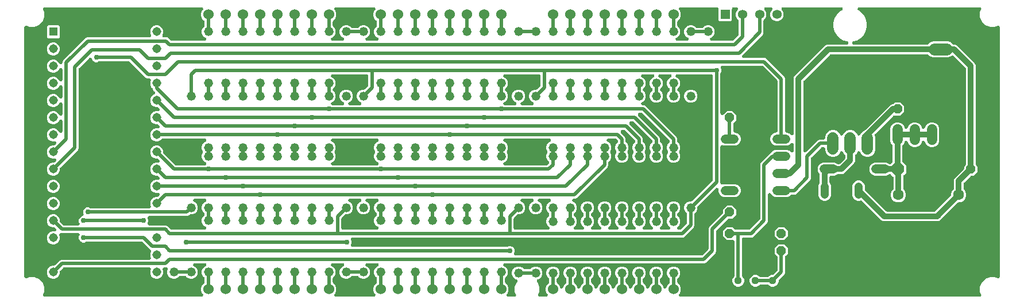
<source format=gbr>
G04 EAGLE Gerber RS-274X export*
G75*
%MOMM*%
%FSLAX34Y34*%
%LPD*%
%INTop Copper*%
%IPPOS*%
%AMOC8*
5,1,8,0,0,1.08239X$1,22.5*%
G01*
%ADD10R,1.308000X1.308000*%
%ADD11C,1.308000*%
%ADD12C,1.320800*%
%ADD13C,1.524000*%
%ADD14R,1.358000X1.358000*%
%ADD15C,1.358000*%
%ADD16C,1.778000*%
%ADD17C,1.524000*%
%ADD18C,1.320800*%
%ADD19C,1.676400*%
%ADD20C,1.208000*%
%ADD21P,1.732040X8X22.500000*%
%ADD22C,1.600200*%
%ADD23P,1.429621X8X202.500000*%
%ADD24P,1.429621X8X22.500000*%
%ADD25P,2.061953X8X22.500000*%
%ADD26C,1.117600*%
%ADD27C,0.756400*%
%ADD28C,0.508000*%
%ADD29C,0.812800*%

G36*
X730483Y8136D02*
X730483Y8136D01*
X730565Y8134D01*
X730707Y8156D01*
X730850Y8169D01*
X730929Y8190D01*
X731010Y8203D01*
X731146Y8249D01*
X731284Y8287D01*
X731358Y8323D01*
X731436Y8349D01*
X731562Y8419D01*
X731691Y8481D01*
X731757Y8528D01*
X731830Y8569D01*
X731940Y8659D01*
X732057Y8743D01*
X732114Y8802D01*
X732178Y8854D01*
X732271Y8963D01*
X732371Y9065D01*
X732417Y9134D01*
X732470Y9196D01*
X732543Y9320D01*
X732623Y9438D01*
X732656Y9514D01*
X732698Y9585D01*
X732747Y9719D01*
X732805Y9850D01*
X732825Y9930D01*
X732853Y10008D01*
X732878Y10149D01*
X732912Y10288D01*
X732917Y10370D01*
X732931Y10451D01*
X732931Y10594D01*
X732939Y10737D01*
X732930Y10819D01*
X732930Y10901D01*
X732904Y11042D01*
X732887Y11184D01*
X732863Y11263D01*
X732849Y11344D01*
X732769Y11577D01*
X732757Y11615D01*
X732752Y11625D01*
X732747Y11640D01*
X731171Y15444D01*
X731171Y22656D01*
X733931Y29319D01*
X734439Y29827D01*
X734492Y29890D01*
X734551Y29947D01*
X734636Y30062D01*
X734728Y30172D01*
X734769Y30244D01*
X734817Y30310D01*
X734880Y30439D01*
X734951Y30563D01*
X734979Y30641D01*
X735015Y30715D01*
X735054Y30853D01*
X735102Y30987D01*
X735115Y31069D01*
X735138Y31148D01*
X735152Y31291D01*
X735175Y31432D01*
X735174Y31514D01*
X735183Y31596D01*
X735171Y31739D01*
X735169Y31882D01*
X735154Y31963D01*
X735147Y32045D01*
X735111Y32183D01*
X735084Y32324D01*
X735054Y32401D01*
X735033Y32480D01*
X734973Y32610D01*
X734922Y32744D01*
X734879Y32814D01*
X734844Y32889D01*
X734762Y33006D01*
X734688Y33129D01*
X734633Y33190D01*
X734586Y33258D01*
X734484Y33359D01*
X734389Y33466D01*
X734325Y33517D01*
X734266Y33575D01*
X734149Y33657D01*
X734036Y33745D01*
X733964Y33784D01*
X733896Y33831D01*
X733674Y33940D01*
X733639Y33958D01*
X733629Y33961D01*
X733615Y33968D01*
X731132Y34997D01*
X728417Y37712D01*
X726947Y41260D01*
X726947Y45100D01*
X728417Y48648D01*
X731132Y51363D01*
X734680Y52833D01*
X738520Y52833D01*
X742068Y51363D01*
X743919Y49512D01*
X744045Y49407D01*
X744166Y49295D01*
X744217Y49263D01*
X744264Y49224D01*
X744407Y49142D01*
X744545Y49054D01*
X744602Y49030D01*
X744655Y49000D01*
X744810Y48945D01*
X744962Y48883D01*
X745022Y48870D01*
X745079Y48849D01*
X745241Y48823D01*
X745402Y48788D01*
X745479Y48783D01*
X745523Y48776D01*
X745584Y48777D01*
X745714Y48769D01*
X752886Y48769D01*
X753050Y48783D01*
X753214Y48790D01*
X753274Y48803D01*
X753334Y48809D01*
X753493Y48852D01*
X753654Y48888D01*
X753710Y48911D01*
X753769Y48927D01*
X753917Y48998D01*
X754069Y49061D01*
X754121Y49094D01*
X754175Y49121D01*
X754309Y49216D01*
X754447Y49306D01*
X754505Y49357D01*
X754542Y49383D01*
X754584Y49426D01*
X754681Y49512D01*
X756532Y51363D01*
X760080Y52833D01*
X763920Y52833D01*
X767468Y51363D01*
X770183Y48648D01*
X771653Y45100D01*
X771653Y41260D01*
X770183Y37712D01*
X767468Y34997D01*
X764985Y33968D01*
X764912Y33930D01*
X764835Y33900D01*
X764713Y33826D01*
X764586Y33760D01*
X764521Y33709D01*
X764450Y33667D01*
X764343Y33572D01*
X764230Y33484D01*
X764175Y33423D01*
X764113Y33368D01*
X764024Y33256D01*
X763928Y33150D01*
X763885Y33080D01*
X763833Y33015D01*
X763766Y32889D01*
X763690Y32768D01*
X763660Y32691D01*
X763621Y32618D01*
X763577Y32482D01*
X763524Y32349D01*
X763507Y32268D01*
X763482Y32190D01*
X763462Y32048D01*
X763433Y31908D01*
X763431Y31826D01*
X763420Y31744D01*
X763426Y31601D01*
X763423Y31458D01*
X763435Y31377D01*
X763439Y31294D01*
X763470Y31154D01*
X763492Y31013D01*
X763518Y30935D01*
X763536Y30855D01*
X763591Y30722D01*
X763638Y30587D01*
X763678Y30515D01*
X763710Y30439D01*
X763787Y30319D01*
X763857Y30194D01*
X763909Y30130D01*
X763954Y30061D01*
X764118Y29876D01*
X764143Y29846D01*
X764151Y29839D01*
X764161Y29827D01*
X764669Y29319D01*
X767429Y22656D01*
X767429Y15444D01*
X765853Y11640D01*
X765828Y11561D01*
X765795Y11486D01*
X765761Y11347D01*
X765718Y11210D01*
X765708Y11128D01*
X765688Y11048D01*
X765680Y10906D01*
X765661Y10763D01*
X765666Y10681D01*
X765661Y10599D01*
X765677Y10457D01*
X765685Y10314D01*
X765703Y10234D01*
X765713Y10152D01*
X765754Y10014D01*
X765787Y9875D01*
X765819Y9800D01*
X765843Y9721D01*
X765908Y9593D01*
X765965Y9462D01*
X766010Y9393D01*
X766047Y9319D01*
X766134Y9205D01*
X766213Y9086D01*
X766270Y9026D01*
X766319Y8961D01*
X766425Y8864D01*
X766523Y8760D01*
X766590Y8711D01*
X766650Y8655D01*
X766771Y8578D01*
X766887Y8494D01*
X766961Y8458D01*
X767030Y8414D01*
X767163Y8359D01*
X767291Y8296D01*
X767371Y8274D01*
X767447Y8243D01*
X767587Y8213D01*
X767725Y8173D01*
X767806Y8165D01*
X767887Y8148D01*
X768133Y8133D01*
X768173Y8129D01*
X768183Y8130D01*
X768199Y8129D01*
X777103Y8129D01*
X777233Y8140D01*
X777363Y8142D01*
X777456Y8160D01*
X777552Y8169D01*
X777677Y8203D01*
X777805Y8228D01*
X777894Y8262D01*
X777986Y8287D01*
X778103Y8343D01*
X778225Y8390D01*
X778306Y8440D01*
X778393Y8481D01*
X778498Y8556D01*
X778609Y8624D01*
X778681Y8687D01*
X778759Y8743D01*
X778850Y8836D01*
X778947Y8922D01*
X779006Y8997D01*
X779073Y9065D01*
X779146Y9173D01*
X779226Y9275D01*
X779271Y9359D01*
X779325Y9438D01*
X779378Y9557D01*
X779439Y9672D01*
X779468Y9763D01*
X779507Y9850D01*
X779538Y9977D01*
X779578Y10100D01*
X779591Y10195D01*
X779614Y10288D01*
X779622Y10417D01*
X779639Y10546D01*
X779636Y10642D01*
X779641Y10737D01*
X779626Y10866D01*
X779621Y10996D01*
X779600Y11089D01*
X779589Y11184D01*
X779552Y11309D01*
X779524Y11436D01*
X779487Y11524D01*
X779459Y11615D01*
X779400Y11731D01*
X779350Y11851D01*
X779298Y11931D01*
X779255Y12017D01*
X779176Y12120D01*
X779106Y12229D01*
X779019Y12327D01*
X778983Y12375D01*
X778950Y12406D01*
X778899Y12464D01*
X778355Y13007D01*
X776731Y16928D01*
X776731Y21172D01*
X778355Y25093D01*
X781068Y27805D01*
X781173Y27931D01*
X781285Y28052D01*
X781317Y28104D01*
X781356Y28151D01*
X781438Y28293D01*
X781526Y28432D01*
X781550Y28489D01*
X781580Y28542D01*
X781635Y28697D01*
X781697Y28849D01*
X781710Y28908D01*
X781731Y28966D01*
X781757Y29128D01*
X781792Y29289D01*
X781797Y29366D01*
X781804Y29410D01*
X781803Y29471D01*
X781811Y29601D01*
X781811Y34066D01*
X781797Y34230D01*
X781790Y34394D01*
X781777Y34454D01*
X781771Y34514D01*
X781728Y34673D01*
X781692Y34834D01*
X781669Y34890D01*
X781653Y34949D01*
X781582Y35097D01*
X781519Y35249D01*
X781486Y35301D01*
X781459Y35355D01*
X781364Y35489D01*
X781274Y35627D01*
X781223Y35685D01*
X781197Y35722D01*
X781154Y35764D01*
X781068Y35861D01*
X779217Y37712D01*
X777747Y41260D01*
X777747Y45100D01*
X779217Y48648D01*
X781932Y51363D01*
X785480Y52833D01*
X789320Y52833D01*
X792868Y51363D01*
X795583Y48648D01*
X797053Y45100D01*
X797053Y41260D01*
X795583Y37712D01*
X793732Y35861D01*
X793627Y35735D01*
X793515Y35614D01*
X793483Y35563D01*
X793444Y35516D01*
X793362Y35373D01*
X793274Y35235D01*
X793250Y35178D01*
X793220Y35125D01*
X793165Y34970D01*
X793103Y34818D01*
X793090Y34758D01*
X793069Y34701D01*
X793043Y34539D01*
X793008Y34378D01*
X793003Y34301D01*
X792996Y34257D01*
X792997Y34196D01*
X792989Y34066D01*
X792989Y29601D01*
X793003Y29437D01*
X793010Y29273D01*
X793023Y29213D01*
X793029Y29152D01*
X793072Y28994D01*
X793108Y28833D01*
X793131Y28777D01*
X793147Y28718D01*
X793218Y28570D01*
X793281Y28418D01*
X793314Y28366D01*
X793341Y28311D01*
X793436Y28178D01*
X793526Y28040D01*
X793577Y27982D01*
X793603Y27945D01*
X793646Y27903D01*
X793732Y27805D01*
X796445Y25093D01*
X797754Y21932D01*
X797814Y21817D01*
X797866Y21697D01*
X797918Y21618D01*
X797963Y21533D01*
X798042Y21430D01*
X798114Y21321D01*
X798180Y21252D01*
X798238Y21177D01*
X798335Y21090D01*
X798424Y20996D01*
X798502Y20939D01*
X798572Y20875D01*
X798683Y20806D01*
X798788Y20730D01*
X798874Y20688D01*
X798955Y20637D01*
X799076Y20589D01*
X799192Y20532D01*
X799284Y20506D01*
X799373Y20471D01*
X799500Y20445D01*
X799626Y20409D01*
X799721Y20400D01*
X799814Y20380D01*
X799944Y20377D01*
X800074Y20364D01*
X800169Y20372D01*
X800264Y20370D01*
X800393Y20390D01*
X800523Y20400D01*
X800615Y20424D01*
X800709Y20439D01*
X800832Y20481D01*
X800958Y20514D01*
X801045Y20554D01*
X801135Y20585D01*
X801249Y20648D01*
X801367Y20703D01*
X801445Y20758D01*
X801528Y20804D01*
X801629Y20887D01*
X801736Y20961D01*
X801803Y21029D01*
X801877Y21089D01*
X801961Y21188D01*
X802053Y21281D01*
X802107Y21359D01*
X802169Y21432D01*
X802235Y21544D01*
X802309Y21651D01*
X802366Y21768D01*
X802397Y21820D01*
X802412Y21862D01*
X802446Y21932D01*
X803755Y25093D01*
X806468Y27805D01*
X806573Y27931D01*
X806685Y28052D01*
X806717Y28104D01*
X806756Y28151D01*
X806838Y28293D01*
X806926Y28432D01*
X806950Y28489D01*
X806980Y28542D01*
X807035Y28697D01*
X807097Y28849D01*
X807110Y28908D01*
X807131Y28966D01*
X807157Y29128D01*
X807192Y29289D01*
X807197Y29366D01*
X807204Y29410D01*
X807203Y29471D01*
X807211Y29601D01*
X807211Y34066D01*
X807197Y34230D01*
X807190Y34394D01*
X807177Y34454D01*
X807171Y34514D01*
X807128Y34673D01*
X807092Y34834D01*
X807069Y34890D01*
X807053Y34949D01*
X806982Y35097D01*
X806919Y35249D01*
X806886Y35301D01*
X806859Y35355D01*
X806764Y35489D01*
X806674Y35627D01*
X806623Y35685D01*
X806597Y35722D01*
X806554Y35764D01*
X806468Y35861D01*
X804617Y37712D01*
X803147Y41260D01*
X803147Y45100D01*
X804617Y48648D01*
X807332Y51363D01*
X810880Y52833D01*
X814720Y52833D01*
X818268Y51363D01*
X820983Y48648D01*
X822453Y45100D01*
X822453Y41260D01*
X820983Y37712D01*
X819132Y35861D01*
X819027Y35735D01*
X818915Y35614D01*
X818883Y35563D01*
X818844Y35516D01*
X818762Y35373D01*
X818674Y35235D01*
X818650Y35178D01*
X818620Y35125D01*
X818565Y34970D01*
X818503Y34818D01*
X818490Y34758D01*
X818469Y34701D01*
X818443Y34539D01*
X818408Y34378D01*
X818403Y34301D01*
X818396Y34257D01*
X818397Y34196D01*
X818389Y34066D01*
X818389Y29601D01*
X818403Y29437D01*
X818410Y29273D01*
X818423Y29213D01*
X818429Y29152D01*
X818472Y28994D01*
X818508Y28833D01*
X818531Y28777D01*
X818547Y28718D01*
X818618Y28570D01*
X818681Y28418D01*
X818714Y28366D01*
X818741Y28311D01*
X818836Y28178D01*
X818926Y28040D01*
X818977Y27982D01*
X819003Y27945D01*
X819046Y27903D01*
X819132Y27805D01*
X821845Y25093D01*
X823154Y21932D01*
X823214Y21817D01*
X823266Y21697D01*
X823318Y21618D01*
X823363Y21533D01*
X823442Y21430D01*
X823514Y21321D01*
X823580Y21252D01*
X823638Y21177D01*
X823735Y21090D01*
X823824Y20996D01*
X823902Y20939D01*
X823972Y20875D01*
X824083Y20806D01*
X824188Y20730D01*
X824274Y20688D01*
X824355Y20637D01*
X824476Y20589D01*
X824592Y20532D01*
X824684Y20506D01*
X824773Y20471D01*
X824900Y20445D01*
X825026Y20409D01*
X825121Y20400D01*
X825214Y20380D01*
X825344Y20377D01*
X825474Y20364D01*
X825569Y20372D01*
X825664Y20370D01*
X825793Y20390D01*
X825923Y20400D01*
X826015Y20424D01*
X826109Y20439D01*
X826232Y20481D01*
X826358Y20514D01*
X826445Y20554D01*
X826535Y20585D01*
X826649Y20648D01*
X826767Y20703D01*
X826845Y20758D01*
X826928Y20804D01*
X827029Y20887D01*
X827136Y20961D01*
X827203Y21029D01*
X827277Y21089D01*
X827361Y21188D01*
X827453Y21281D01*
X827507Y21359D01*
X827569Y21432D01*
X827635Y21544D01*
X827709Y21651D01*
X827766Y21768D01*
X827797Y21820D01*
X827812Y21862D01*
X827846Y21932D01*
X829155Y25093D01*
X831868Y27805D01*
X831973Y27932D01*
X832085Y28053D01*
X832117Y28104D01*
X832156Y28151D01*
X832238Y28293D01*
X832326Y28432D01*
X832350Y28489D01*
X832380Y28542D01*
X832435Y28697D01*
X832497Y28849D01*
X832510Y28908D01*
X832531Y28966D01*
X832557Y29128D01*
X832592Y29289D01*
X832597Y29366D01*
X832604Y29410D01*
X832603Y29471D01*
X832611Y29601D01*
X832611Y34066D01*
X832597Y34230D01*
X832590Y34394D01*
X832577Y34454D01*
X832571Y34514D01*
X832528Y34673D01*
X832492Y34834D01*
X832469Y34890D01*
X832453Y34949D01*
X832382Y35097D01*
X832319Y35249D01*
X832286Y35301D01*
X832259Y35355D01*
X832164Y35489D01*
X832074Y35627D01*
X832023Y35685D01*
X831997Y35722D01*
X831954Y35764D01*
X831868Y35861D01*
X830017Y37712D01*
X828547Y41260D01*
X828547Y45100D01*
X830017Y48648D01*
X832732Y51363D01*
X836280Y52833D01*
X840120Y52833D01*
X843668Y51363D01*
X846383Y48648D01*
X847853Y45100D01*
X847853Y41260D01*
X846383Y37712D01*
X844532Y35861D01*
X844427Y35735D01*
X844315Y35614D01*
X844283Y35563D01*
X844244Y35516D01*
X844162Y35373D01*
X844074Y35235D01*
X844050Y35178D01*
X844020Y35125D01*
X843965Y34970D01*
X843903Y34818D01*
X843890Y34758D01*
X843869Y34701D01*
X843843Y34539D01*
X843808Y34378D01*
X843803Y34301D01*
X843796Y34257D01*
X843797Y34196D01*
X843789Y34066D01*
X843789Y29601D01*
X843803Y29437D01*
X843810Y29273D01*
X843823Y29213D01*
X843829Y29152D01*
X843872Y28994D01*
X843908Y28833D01*
X843931Y28777D01*
X843947Y28718D01*
X844018Y28570D01*
X844081Y28418D01*
X844114Y28366D01*
X844141Y28311D01*
X844236Y28178D01*
X844326Y28040D01*
X844377Y27982D01*
X844403Y27945D01*
X844446Y27903D01*
X844532Y27805D01*
X847245Y25093D01*
X848554Y21932D01*
X848614Y21817D01*
X848666Y21697D01*
X848718Y21618D01*
X848763Y21533D01*
X848842Y21430D01*
X848914Y21321D01*
X848980Y21252D01*
X849038Y21177D01*
X849135Y21090D01*
X849224Y20996D01*
X849302Y20939D01*
X849372Y20875D01*
X849483Y20806D01*
X849588Y20730D01*
X849674Y20688D01*
X849755Y20637D01*
X849876Y20589D01*
X849992Y20532D01*
X850084Y20506D01*
X850173Y20471D01*
X850300Y20445D01*
X850426Y20409D01*
X850521Y20400D01*
X850614Y20380D01*
X850744Y20377D01*
X850874Y20364D01*
X850969Y20372D01*
X851064Y20370D01*
X851193Y20390D01*
X851323Y20400D01*
X851415Y20424D01*
X851509Y20439D01*
X851632Y20481D01*
X851758Y20514D01*
X851845Y20554D01*
X851935Y20585D01*
X852049Y20648D01*
X852167Y20703D01*
X852245Y20758D01*
X852328Y20804D01*
X852429Y20887D01*
X852536Y20961D01*
X852603Y21029D01*
X852677Y21089D01*
X852761Y21188D01*
X852853Y21281D01*
X852907Y21359D01*
X852969Y21432D01*
X853035Y21544D01*
X853109Y21651D01*
X853166Y21768D01*
X853197Y21820D01*
X853212Y21862D01*
X853246Y21932D01*
X854555Y25093D01*
X857268Y27805D01*
X857373Y27932D01*
X857485Y28053D01*
X857517Y28104D01*
X857556Y28151D01*
X857638Y28293D01*
X857726Y28432D01*
X857750Y28489D01*
X857780Y28542D01*
X857835Y28697D01*
X857897Y28849D01*
X857910Y28908D01*
X857931Y28966D01*
X857957Y29128D01*
X857992Y29289D01*
X857997Y29366D01*
X858004Y29410D01*
X858003Y29471D01*
X858011Y29601D01*
X858011Y34066D01*
X857997Y34230D01*
X857990Y34394D01*
X857977Y34454D01*
X857971Y34514D01*
X857928Y34673D01*
X857892Y34834D01*
X857869Y34890D01*
X857853Y34949D01*
X857782Y35097D01*
X857719Y35249D01*
X857686Y35301D01*
X857659Y35355D01*
X857564Y35489D01*
X857474Y35627D01*
X857423Y35685D01*
X857397Y35722D01*
X857354Y35764D01*
X857268Y35861D01*
X855417Y37712D01*
X853947Y41260D01*
X853947Y45100D01*
X855417Y48648D01*
X858132Y51363D01*
X861680Y52833D01*
X865520Y52833D01*
X869068Y51363D01*
X871783Y48648D01*
X873253Y45100D01*
X873253Y41260D01*
X871783Y37712D01*
X869932Y35861D01*
X869827Y35735D01*
X869715Y35614D01*
X869683Y35563D01*
X869644Y35516D01*
X869562Y35373D01*
X869474Y35235D01*
X869450Y35178D01*
X869420Y35125D01*
X869365Y34970D01*
X869303Y34818D01*
X869290Y34758D01*
X869269Y34701D01*
X869243Y34539D01*
X869208Y34378D01*
X869203Y34301D01*
X869196Y34257D01*
X869197Y34196D01*
X869189Y34066D01*
X869189Y29601D01*
X869203Y29437D01*
X869210Y29273D01*
X869223Y29213D01*
X869229Y29152D01*
X869272Y28994D01*
X869308Y28833D01*
X869331Y28777D01*
X869347Y28718D01*
X869418Y28570D01*
X869481Y28418D01*
X869514Y28366D01*
X869541Y28311D01*
X869636Y28178D01*
X869726Y28040D01*
X869777Y27982D01*
X869803Y27945D01*
X869846Y27903D01*
X869932Y27805D01*
X872645Y25093D01*
X873954Y21932D01*
X874014Y21817D01*
X874066Y21697D01*
X874118Y21618D01*
X874163Y21533D01*
X874242Y21430D01*
X874314Y21321D01*
X874380Y21252D01*
X874438Y21177D01*
X874535Y21090D01*
X874624Y20996D01*
X874702Y20939D01*
X874772Y20875D01*
X874883Y20806D01*
X874988Y20730D01*
X875074Y20688D01*
X875155Y20637D01*
X875276Y20589D01*
X875392Y20532D01*
X875484Y20506D01*
X875573Y20471D01*
X875700Y20445D01*
X875826Y20409D01*
X875921Y20400D01*
X876014Y20380D01*
X876144Y20377D01*
X876274Y20364D01*
X876369Y20372D01*
X876464Y20370D01*
X876593Y20390D01*
X876723Y20400D01*
X876815Y20424D01*
X876909Y20439D01*
X877032Y20481D01*
X877158Y20514D01*
X877245Y20554D01*
X877335Y20585D01*
X877449Y20648D01*
X877567Y20703D01*
X877645Y20758D01*
X877728Y20804D01*
X877829Y20887D01*
X877936Y20961D01*
X878003Y21029D01*
X878077Y21089D01*
X878161Y21188D01*
X878253Y21281D01*
X878307Y21359D01*
X878369Y21432D01*
X878435Y21544D01*
X878509Y21651D01*
X878566Y21768D01*
X878597Y21820D01*
X878612Y21862D01*
X878646Y21932D01*
X879955Y25093D01*
X882668Y27805D01*
X882773Y27932D01*
X882885Y28053D01*
X882917Y28104D01*
X882956Y28151D01*
X883038Y28293D01*
X883126Y28432D01*
X883150Y28489D01*
X883180Y28542D01*
X883235Y28697D01*
X883297Y28849D01*
X883310Y28908D01*
X883331Y28966D01*
X883357Y29128D01*
X883392Y29289D01*
X883397Y29366D01*
X883404Y29410D01*
X883403Y29471D01*
X883411Y29601D01*
X883411Y34066D01*
X883397Y34230D01*
X883390Y34394D01*
X883377Y34454D01*
X883371Y34514D01*
X883328Y34673D01*
X883292Y34834D01*
X883269Y34890D01*
X883253Y34949D01*
X883182Y35097D01*
X883119Y35249D01*
X883086Y35301D01*
X883059Y35355D01*
X882964Y35489D01*
X882874Y35627D01*
X882823Y35685D01*
X882797Y35722D01*
X882754Y35764D01*
X882668Y35861D01*
X880817Y37712D01*
X879347Y41260D01*
X879347Y45100D01*
X880817Y48648D01*
X883532Y51363D01*
X887080Y52833D01*
X890920Y52833D01*
X894468Y51363D01*
X897183Y48648D01*
X898653Y45100D01*
X898653Y41260D01*
X897183Y37712D01*
X895332Y35861D01*
X895227Y35735D01*
X895115Y35614D01*
X895083Y35563D01*
X895044Y35516D01*
X894962Y35373D01*
X894874Y35235D01*
X894850Y35178D01*
X894820Y35125D01*
X894765Y34970D01*
X894703Y34818D01*
X894690Y34758D01*
X894669Y34701D01*
X894643Y34539D01*
X894608Y34378D01*
X894603Y34301D01*
X894596Y34257D01*
X894597Y34196D01*
X894589Y34066D01*
X894589Y29601D01*
X894603Y29437D01*
X894610Y29273D01*
X894623Y29213D01*
X894629Y29152D01*
X894672Y28994D01*
X894708Y28833D01*
X894731Y28777D01*
X894747Y28718D01*
X894818Y28570D01*
X894881Y28418D01*
X894914Y28366D01*
X894941Y28311D01*
X895036Y28178D01*
X895126Y28040D01*
X895177Y27982D01*
X895203Y27945D01*
X895246Y27903D01*
X895332Y27805D01*
X898045Y25093D01*
X899354Y21932D01*
X899414Y21817D01*
X899466Y21697D01*
X899518Y21618D01*
X899563Y21533D01*
X899642Y21430D01*
X899714Y21321D01*
X899780Y21252D01*
X899838Y21177D01*
X899935Y21090D01*
X900024Y20996D01*
X900102Y20939D01*
X900172Y20875D01*
X900283Y20806D01*
X900388Y20730D01*
X900474Y20688D01*
X900555Y20637D01*
X900676Y20589D01*
X900792Y20532D01*
X900884Y20506D01*
X900973Y20471D01*
X901100Y20445D01*
X901226Y20409D01*
X901321Y20400D01*
X901414Y20380D01*
X901544Y20377D01*
X901674Y20364D01*
X901769Y20372D01*
X901864Y20370D01*
X901993Y20390D01*
X902123Y20400D01*
X902215Y20424D01*
X902309Y20439D01*
X902432Y20481D01*
X902558Y20514D01*
X902645Y20554D01*
X902735Y20585D01*
X902849Y20648D01*
X902967Y20703D01*
X903045Y20758D01*
X903128Y20804D01*
X903229Y20887D01*
X903336Y20961D01*
X903403Y21029D01*
X903477Y21089D01*
X903561Y21188D01*
X903653Y21281D01*
X903707Y21359D01*
X903769Y21432D01*
X903835Y21544D01*
X903909Y21651D01*
X903966Y21768D01*
X903997Y21820D01*
X904012Y21862D01*
X904046Y21932D01*
X905355Y25093D01*
X908068Y27805D01*
X908173Y27932D01*
X908285Y28053D01*
X908317Y28104D01*
X908356Y28151D01*
X908438Y28293D01*
X908526Y28432D01*
X908550Y28489D01*
X908580Y28542D01*
X908635Y28697D01*
X908697Y28849D01*
X908710Y28908D01*
X908731Y28966D01*
X908757Y29128D01*
X908792Y29289D01*
X908797Y29366D01*
X908804Y29410D01*
X908803Y29471D01*
X908811Y29601D01*
X908811Y34066D01*
X908797Y34230D01*
X908790Y34394D01*
X908777Y34454D01*
X908771Y34514D01*
X908728Y34673D01*
X908692Y34834D01*
X908669Y34890D01*
X908653Y34949D01*
X908582Y35097D01*
X908519Y35249D01*
X908486Y35301D01*
X908459Y35355D01*
X908364Y35489D01*
X908274Y35627D01*
X908223Y35685D01*
X908197Y35722D01*
X908154Y35764D01*
X908068Y35861D01*
X906217Y37712D01*
X904747Y41260D01*
X904747Y45100D01*
X906217Y48648D01*
X908932Y51363D01*
X912480Y52833D01*
X916320Y52833D01*
X919868Y51363D01*
X922583Y48648D01*
X924053Y45100D01*
X924053Y41260D01*
X922583Y37712D01*
X920732Y35861D01*
X920627Y35735D01*
X920515Y35614D01*
X920483Y35563D01*
X920444Y35516D01*
X920362Y35373D01*
X920274Y35235D01*
X920250Y35178D01*
X920220Y35125D01*
X920165Y34970D01*
X920103Y34818D01*
X920090Y34758D01*
X920069Y34701D01*
X920043Y34539D01*
X920008Y34378D01*
X920003Y34301D01*
X919996Y34257D01*
X919997Y34196D01*
X919989Y34066D01*
X919989Y29601D01*
X920003Y29437D01*
X920010Y29273D01*
X920023Y29213D01*
X920029Y29152D01*
X920072Y28994D01*
X920108Y28833D01*
X920131Y28777D01*
X920147Y28718D01*
X920218Y28570D01*
X920281Y28418D01*
X920314Y28366D01*
X920341Y28311D01*
X920436Y28178D01*
X920526Y28040D01*
X920577Y27982D01*
X920603Y27945D01*
X920646Y27903D01*
X920732Y27805D01*
X923445Y25093D01*
X924754Y21932D01*
X924814Y21817D01*
X924866Y21697D01*
X924918Y21618D01*
X924963Y21533D01*
X925042Y21430D01*
X925114Y21321D01*
X925180Y21252D01*
X925238Y21177D01*
X925335Y21090D01*
X925424Y20996D01*
X925502Y20939D01*
X925572Y20875D01*
X925683Y20806D01*
X925788Y20730D01*
X925874Y20688D01*
X925955Y20637D01*
X926076Y20589D01*
X926192Y20532D01*
X926284Y20506D01*
X926373Y20471D01*
X926500Y20445D01*
X926626Y20409D01*
X926721Y20400D01*
X926814Y20380D01*
X926944Y20377D01*
X927074Y20364D01*
X927169Y20372D01*
X927264Y20370D01*
X927393Y20390D01*
X927523Y20400D01*
X927615Y20424D01*
X927709Y20439D01*
X927832Y20481D01*
X927958Y20514D01*
X928045Y20554D01*
X928135Y20585D01*
X928249Y20648D01*
X928367Y20703D01*
X928445Y20758D01*
X928528Y20804D01*
X928629Y20887D01*
X928736Y20961D01*
X928803Y21029D01*
X928877Y21089D01*
X928961Y21188D01*
X929053Y21281D01*
X929107Y21359D01*
X929169Y21432D01*
X929235Y21544D01*
X929309Y21651D01*
X929366Y21768D01*
X929397Y21820D01*
X929412Y21862D01*
X929446Y21932D01*
X930755Y25093D01*
X933468Y27805D01*
X933573Y27932D01*
X933685Y28053D01*
X933717Y28104D01*
X933756Y28151D01*
X933838Y28293D01*
X933926Y28432D01*
X933950Y28489D01*
X933980Y28542D01*
X934035Y28697D01*
X934097Y28849D01*
X934110Y28908D01*
X934131Y28966D01*
X934157Y29128D01*
X934192Y29289D01*
X934197Y29366D01*
X934204Y29410D01*
X934203Y29471D01*
X934211Y29601D01*
X934211Y34066D01*
X934197Y34230D01*
X934190Y34394D01*
X934177Y34454D01*
X934171Y34514D01*
X934128Y34673D01*
X934092Y34834D01*
X934069Y34890D01*
X934053Y34949D01*
X933982Y35097D01*
X933919Y35249D01*
X933886Y35301D01*
X933859Y35355D01*
X933764Y35489D01*
X933674Y35627D01*
X933623Y35685D01*
X933597Y35722D01*
X933554Y35764D01*
X933468Y35861D01*
X931617Y37712D01*
X930147Y41260D01*
X930147Y45100D01*
X931617Y48648D01*
X934332Y51363D01*
X937880Y52833D01*
X941720Y52833D01*
X945268Y51363D01*
X947983Y48648D01*
X949453Y45100D01*
X949453Y41260D01*
X947983Y37712D01*
X946132Y35861D01*
X946027Y35735D01*
X945915Y35614D01*
X945883Y35563D01*
X945844Y35516D01*
X945762Y35373D01*
X945674Y35235D01*
X945650Y35178D01*
X945620Y35125D01*
X945565Y34970D01*
X945503Y34818D01*
X945490Y34758D01*
X945469Y34701D01*
X945443Y34539D01*
X945408Y34378D01*
X945403Y34301D01*
X945396Y34257D01*
X945397Y34196D01*
X945389Y34066D01*
X945389Y29601D01*
X945403Y29437D01*
X945410Y29273D01*
X945423Y29213D01*
X945429Y29152D01*
X945472Y28994D01*
X945508Y28833D01*
X945531Y28777D01*
X945547Y28718D01*
X945618Y28570D01*
X945681Y28418D01*
X945714Y28366D01*
X945741Y28311D01*
X945836Y28178D01*
X945926Y28040D01*
X945977Y27982D01*
X946003Y27945D01*
X946046Y27903D01*
X946132Y27805D01*
X948845Y25093D01*
X950154Y21932D01*
X950214Y21817D01*
X950266Y21697D01*
X950318Y21618D01*
X950363Y21533D01*
X950442Y21430D01*
X950514Y21321D01*
X950580Y21252D01*
X950638Y21177D01*
X950735Y21090D01*
X950824Y20996D01*
X950902Y20939D01*
X950972Y20875D01*
X951083Y20806D01*
X951188Y20730D01*
X951274Y20688D01*
X951355Y20637D01*
X951476Y20589D01*
X951592Y20532D01*
X951684Y20506D01*
X951773Y20471D01*
X951900Y20445D01*
X952026Y20409D01*
X952121Y20400D01*
X952214Y20380D01*
X952344Y20377D01*
X952474Y20364D01*
X952569Y20372D01*
X952664Y20370D01*
X952793Y20390D01*
X952923Y20400D01*
X953015Y20424D01*
X953109Y20439D01*
X953232Y20481D01*
X953358Y20514D01*
X953445Y20554D01*
X953535Y20585D01*
X953649Y20648D01*
X953767Y20703D01*
X953845Y20758D01*
X953928Y20804D01*
X954029Y20887D01*
X954136Y20961D01*
X954203Y21029D01*
X954277Y21089D01*
X954361Y21188D01*
X954453Y21281D01*
X954507Y21359D01*
X954569Y21432D01*
X954635Y21544D01*
X954709Y21651D01*
X954766Y21768D01*
X954797Y21820D01*
X954812Y21862D01*
X954846Y21932D01*
X956155Y25093D01*
X958868Y27805D01*
X958973Y27932D01*
X959085Y28053D01*
X959117Y28104D01*
X959156Y28151D01*
X959238Y28293D01*
X959326Y28432D01*
X959350Y28489D01*
X959380Y28542D01*
X959435Y28697D01*
X959497Y28849D01*
X959510Y28908D01*
X959531Y28966D01*
X959557Y29128D01*
X959592Y29289D01*
X959597Y29366D01*
X959604Y29410D01*
X959603Y29471D01*
X959611Y29601D01*
X959611Y34066D01*
X959597Y34230D01*
X959590Y34394D01*
X959577Y34454D01*
X959571Y34514D01*
X959528Y34673D01*
X959492Y34834D01*
X959469Y34890D01*
X959453Y34949D01*
X959382Y35097D01*
X959319Y35249D01*
X959286Y35301D01*
X959259Y35355D01*
X959164Y35489D01*
X959074Y35627D01*
X959023Y35685D01*
X958997Y35722D01*
X958954Y35764D01*
X958868Y35861D01*
X957017Y37712D01*
X955547Y41260D01*
X955547Y45100D01*
X957017Y48648D01*
X959732Y51363D01*
X963280Y52833D01*
X967120Y52833D01*
X970668Y51363D01*
X973383Y48648D01*
X974853Y45100D01*
X974853Y41260D01*
X973383Y37712D01*
X971532Y35861D01*
X971427Y35735D01*
X971315Y35614D01*
X971283Y35563D01*
X971244Y35516D01*
X971162Y35373D01*
X971074Y35235D01*
X971050Y35178D01*
X971020Y35125D01*
X970965Y34970D01*
X970903Y34818D01*
X970890Y34758D01*
X970869Y34701D01*
X970843Y34539D01*
X970808Y34378D01*
X970803Y34301D01*
X970796Y34257D01*
X970797Y34196D01*
X970789Y34066D01*
X970789Y29601D01*
X970803Y29437D01*
X970810Y29273D01*
X970823Y29213D01*
X970829Y29152D01*
X970872Y28994D01*
X970908Y28833D01*
X970931Y28777D01*
X970947Y28718D01*
X971018Y28570D01*
X971081Y28418D01*
X971114Y28366D01*
X971141Y28311D01*
X971236Y28178D01*
X971326Y28040D01*
X971377Y27982D01*
X971403Y27945D01*
X971446Y27903D01*
X971532Y27805D01*
X974245Y25093D01*
X975869Y21172D01*
X975869Y16928D01*
X974245Y13007D01*
X973701Y12464D01*
X973618Y12364D01*
X973527Y12271D01*
X973474Y12191D01*
X973412Y12118D01*
X973348Y12005D01*
X973275Y11898D01*
X973237Y11810D01*
X973189Y11727D01*
X973146Y11605D01*
X973093Y11486D01*
X973070Y11393D01*
X973038Y11303D01*
X973017Y11175D01*
X972986Y11048D01*
X972980Y10953D01*
X972965Y10859D01*
X972967Y10729D01*
X972959Y10599D01*
X972970Y10504D01*
X972971Y10409D01*
X972996Y10281D01*
X973011Y10152D01*
X973038Y10060D01*
X973056Y9966D01*
X973103Y9845D01*
X973141Y9721D01*
X973184Y9635D01*
X973219Y9546D01*
X973286Y9435D01*
X973345Y9319D01*
X973403Y9243D01*
X973453Y9162D01*
X973539Y9064D01*
X973617Y8961D01*
X973688Y8896D01*
X973751Y8824D01*
X973853Y8744D01*
X973948Y8655D01*
X974029Y8604D01*
X974104Y8545D01*
X974218Y8484D01*
X974328Y8414D01*
X974417Y8377D01*
X974501Y8332D01*
X974624Y8292D01*
X974745Y8243D01*
X974838Y8223D01*
X974929Y8193D01*
X975058Y8175D01*
X975185Y8148D01*
X975315Y8140D01*
X975375Y8132D01*
X975420Y8133D01*
X975497Y8129D01*
X1416201Y8129D01*
X1416283Y8136D01*
X1416365Y8134D01*
X1416507Y8156D01*
X1416650Y8169D01*
X1416729Y8190D01*
X1416810Y8203D01*
X1416946Y8249D01*
X1417084Y8287D01*
X1417158Y8323D01*
X1417236Y8349D01*
X1417362Y8419D01*
X1417491Y8481D01*
X1417557Y8528D01*
X1417630Y8569D01*
X1417740Y8659D01*
X1417857Y8743D01*
X1417914Y8802D01*
X1417978Y8854D01*
X1418071Y8963D01*
X1418171Y9065D01*
X1418217Y9134D01*
X1418270Y9196D01*
X1418343Y9320D01*
X1418423Y9438D01*
X1418456Y9514D01*
X1418498Y9585D01*
X1418547Y9719D01*
X1418605Y9850D01*
X1418625Y9930D01*
X1418653Y10008D01*
X1418678Y10149D01*
X1418712Y10288D01*
X1418717Y10370D01*
X1418731Y10451D01*
X1418731Y10594D01*
X1418739Y10737D01*
X1418730Y10819D01*
X1418730Y10901D01*
X1418704Y11042D01*
X1418687Y11184D01*
X1418663Y11263D01*
X1418649Y11344D01*
X1418569Y11577D01*
X1418557Y11615D01*
X1418552Y11625D01*
X1418547Y11640D01*
X1416971Y15444D01*
X1416971Y22656D01*
X1419731Y29319D01*
X1424831Y34419D01*
X1431494Y37179D01*
X1438706Y37179D01*
X1442510Y35603D01*
X1442589Y35578D01*
X1442664Y35545D01*
X1442803Y35511D01*
X1442940Y35468D01*
X1443022Y35458D01*
X1443102Y35438D01*
X1443244Y35430D01*
X1443387Y35411D01*
X1443469Y35416D01*
X1443551Y35411D01*
X1443693Y35427D01*
X1443836Y35435D01*
X1443916Y35453D01*
X1443998Y35463D01*
X1444136Y35504D01*
X1444275Y35537D01*
X1444350Y35569D01*
X1444429Y35593D01*
X1444557Y35658D01*
X1444688Y35715D01*
X1444757Y35760D01*
X1444831Y35797D01*
X1444945Y35884D01*
X1445064Y35963D01*
X1445124Y36020D01*
X1445189Y36069D01*
X1445286Y36175D01*
X1445390Y36273D01*
X1445439Y36340D01*
X1445495Y36400D01*
X1445572Y36521D01*
X1445656Y36637D01*
X1445692Y36711D01*
X1445736Y36780D01*
X1445791Y36913D01*
X1445854Y37041D01*
X1445876Y37121D01*
X1445907Y37197D01*
X1445937Y37337D01*
X1445977Y37475D01*
X1445985Y37556D01*
X1446002Y37637D01*
X1446017Y37883D01*
X1446021Y37923D01*
X1446020Y37933D01*
X1446021Y37949D01*
X1446021Y406551D01*
X1446014Y406633D01*
X1446016Y406715D01*
X1445994Y406857D01*
X1445981Y407000D01*
X1445960Y407079D01*
X1445947Y407160D01*
X1445901Y407296D01*
X1445863Y407434D01*
X1445827Y407508D01*
X1445801Y407586D01*
X1445731Y407712D01*
X1445669Y407841D01*
X1445622Y407907D01*
X1445581Y407980D01*
X1445491Y408090D01*
X1445407Y408207D01*
X1445348Y408264D01*
X1445296Y408328D01*
X1445187Y408421D01*
X1445085Y408521D01*
X1445016Y408567D01*
X1444954Y408620D01*
X1444830Y408693D01*
X1444712Y408773D01*
X1444636Y408806D01*
X1444565Y408848D01*
X1444431Y408897D01*
X1444300Y408955D01*
X1444220Y408975D01*
X1444142Y409003D01*
X1444001Y409028D01*
X1443862Y409062D01*
X1443780Y409067D01*
X1443699Y409081D01*
X1443556Y409081D01*
X1443413Y409089D01*
X1443331Y409080D01*
X1443249Y409080D01*
X1443108Y409054D01*
X1442966Y409037D01*
X1442887Y409013D01*
X1442806Y408999D01*
X1442573Y408919D01*
X1442535Y408907D01*
X1442525Y408902D01*
X1442510Y408897D01*
X1438706Y407321D01*
X1431494Y407321D01*
X1424831Y410081D01*
X1419731Y415181D01*
X1416971Y421844D01*
X1416971Y429056D01*
X1418547Y432860D01*
X1418572Y432939D01*
X1418605Y433014D01*
X1418639Y433153D01*
X1418682Y433290D01*
X1418692Y433372D01*
X1418712Y433452D01*
X1418720Y433594D01*
X1418739Y433737D01*
X1418734Y433819D01*
X1418739Y433901D01*
X1418723Y434043D01*
X1418715Y434186D01*
X1418697Y434266D01*
X1418687Y434348D01*
X1418646Y434486D01*
X1418613Y434625D01*
X1418581Y434700D01*
X1418557Y434779D01*
X1418492Y434907D01*
X1418435Y435038D01*
X1418390Y435107D01*
X1418353Y435181D01*
X1418266Y435295D01*
X1418187Y435414D01*
X1418130Y435474D01*
X1418081Y435539D01*
X1417975Y435636D01*
X1417877Y435740D01*
X1417810Y435789D01*
X1417750Y435845D01*
X1417629Y435922D01*
X1417513Y436006D01*
X1417439Y436042D01*
X1417370Y436086D01*
X1417237Y436141D01*
X1417109Y436204D01*
X1417029Y436226D01*
X1416953Y436257D01*
X1416813Y436287D01*
X1416675Y436327D01*
X1416594Y436335D01*
X1416513Y436352D01*
X1416267Y436367D01*
X1416227Y436371D01*
X1416217Y436370D01*
X1416201Y436371D01*
X1238991Y436371D01*
X1238980Y436370D01*
X1238968Y436371D01*
X1238756Y436350D01*
X1238543Y436331D01*
X1238532Y436328D01*
X1238520Y436327D01*
X1238315Y436269D01*
X1238109Y436213D01*
X1238098Y436208D01*
X1238087Y436205D01*
X1237893Y436111D01*
X1237702Y436019D01*
X1237693Y436013D01*
X1237682Y436008D01*
X1237509Y435882D01*
X1237336Y435757D01*
X1237328Y435749D01*
X1237318Y435742D01*
X1237171Y435588D01*
X1237022Y435435D01*
X1237015Y435425D01*
X1237007Y435417D01*
X1236889Y435239D01*
X1236770Y435062D01*
X1236765Y435051D01*
X1236759Y435041D01*
X1236674Y434846D01*
X1236587Y434650D01*
X1236585Y434639D01*
X1236580Y434628D01*
X1236532Y434421D01*
X1236481Y434212D01*
X1236480Y434201D01*
X1236477Y434190D01*
X1236466Y433976D01*
X1236453Y433763D01*
X1236454Y433752D01*
X1236454Y433740D01*
X1236480Y433529D01*
X1236505Y433316D01*
X1236509Y433304D01*
X1236510Y433293D01*
X1236573Y433092D01*
X1236635Y432885D01*
X1236641Y432874D01*
X1236644Y432863D01*
X1236743Y432674D01*
X1236840Y432483D01*
X1236847Y432474D01*
X1236852Y432464D01*
X1236983Y432295D01*
X1237112Y432125D01*
X1237120Y432117D01*
X1237127Y432108D01*
X1237286Y431964D01*
X1237443Y431820D01*
X1237453Y431813D01*
X1237461Y431806D01*
X1237722Y431633D01*
X1240679Y429926D01*
X1245266Y425339D01*
X1248510Y419720D01*
X1250189Y413454D01*
X1250189Y406966D01*
X1248510Y400700D01*
X1245266Y395081D01*
X1240679Y390494D01*
X1235060Y387250D01*
X1230225Y385955D01*
X1230114Y385914D01*
X1229999Y385883D01*
X1229903Y385837D01*
X1229802Y385800D01*
X1229699Y385740D01*
X1229592Y385689D01*
X1229506Y385627D01*
X1229413Y385573D01*
X1229323Y385496D01*
X1229226Y385427D01*
X1229152Y385350D01*
X1229070Y385281D01*
X1228995Y385190D01*
X1228912Y385105D01*
X1228852Y385016D01*
X1228784Y384933D01*
X1228727Y384830D01*
X1228660Y384732D01*
X1228617Y384634D01*
X1228565Y384540D01*
X1228526Y384428D01*
X1228478Y384320D01*
X1228453Y384216D01*
X1228418Y384115D01*
X1228399Y383997D01*
X1228371Y383882D01*
X1228365Y383776D01*
X1228348Y383670D01*
X1228351Y383551D01*
X1228344Y383433D01*
X1228356Y383327D01*
X1228358Y383220D01*
X1228382Y383104D01*
X1228396Y382986D01*
X1228427Y382883D01*
X1228448Y382778D01*
X1228492Y382668D01*
X1228526Y382555D01*
X1228575Y382459D01*
X1228614Y382360D01*
X1228677Y382259D01*
X1228730Y382153D01*
X1228795Y382068D01*
X1228852Y381977D01*
X1228931Y381889D01*
X1229002Y381795D01*
X1229081Y381722D01*
X1229153Y381643D01*
X1229246Y381570D01*
X1229334Y381489D01*
X1229424Y381432D01*
X1229508Y381366D01*
X1229613Y381311D01*
X1229713Y381248D01*
X1229812Y381207D01*
X1229907Y381157D01*
X1230020Y381122D01*
X1230130Y381077D01*
X1230234Y381054D01*
X1230337Y381022D01*
X1230454Y381007D01*
X1230570Y380982D01*
X1230721Y380973D01*
X1230783Y380965D01*
X1230821Y380967D01*
X1230882Y380963D01*
X1339187Y380963D01*
X1339351Y380977D01*
X1339515Y380984D01*
X1339575Y380997D01*
X1339635Y381003D01*
X1339794Y381046D01*
X1339955Y381082D01*
X1340011Y381105D01*
X1340070Y381121D01*
X1340218Y381192D01*
X1340370Y381255D01*
X1340422Y381288D01*
X1340476Y381315D01*
X1340610Y381410D01*
X1340748Y381500D01*
X1340806Y381551D01*
X1340843Y381577D01*
X1340885Y381620D01*
X1340983Y381706D01*
X1343247Y383971D01*
X1347635Y385789D01*
X1370165Y385789D01*
X1374553Y383971D01*
X1376817Y381706D01*
X1376944Y381601D01*
X1377065Y381489D01*
X1377116Y381457D01*
X1377163Y381418D01*
X1377306Y381336D01*
X1377444Y381248D01*
X1377501Y381224D01*
X1377554Y381194D01*
X1377709Y381139D01*
X1377861Y381077D01*
X1377921Y381064D01*
X1377978Y381043D01*
X1378140Y381017D01*
X1378301Y380982D01*
X1378378Y380977D01*
X1378422Y380970D01*
X1378483Y380971D01*
X1378613Y380963D01*
X1380165Y380963D01*
X1382779Y379880D01*
X1409380Y353279D01*
X1410463Y350665D01*
X1410463Y204440D01*
X1410477Y204276D01*
X1410484Y204112D01*
X1410497Y204052D01*
X1410503Y203992D01*
X1410546Y203833D01*
X1410582Y203672D01*
X1410605Y203616D01*
X1410621Y203557D01*
X1410692Y203409D01*
X1410755Y203257D01*
X1410788Y203206D01*
X1410815Y203151D01*
X1410910Y203017D01*
X1411000Y202879D01*
X1411051Y202821D01*
X1411077Y202784D01*
X1411120Y202742D01*
X1411206Y202645D01*
X1413003Y200848D01*
X1413003Y192852D01*
X1407348Y187197D01*
X1404808Y187197D01*
X1404644Y187183D01*
X1404480Y187176D01*
X1404420Y187163D01*
X1404359Y187157D01*
X1404201Y187114D01*
X1404040Y187078D01*
X1403984Y187055D01*
X1403925Y187039D01*
X1403777Y186968D01*
X1403625Y186905D01*
X1403573Y186872D01*
X1403518Y186845D01*
X1403385Y186750D01*
X1403247Y186660D01*
X1403189Y186609D01*
X1403152Y186583D01*
X1403110Y186540D01*
X1403012Y186454D01*
X1393426Y176868D01*
X1393321Y176741D01*
X1393209Y176620D01*
X1393177Y176569D01*
X1393138Y176522D01*
X1393056Y176379D01*
X1392968Y176241D01*
X1392944Y176184D01*
X1392914Y176131D01*
X1392859Y175976D01*
X1392797Y175824D01*
X1392784Y175764D01*
X1392763Y175707D01*
X1392737Y175545D01*
X1392702Y175384D01*
X1392697Y175307D01*
X1392690Y175263D01*
X1392691Y175202D01*
X1392683Y175072D01*
X1392683Y168316D01*
X1392697Y168152D01*
X1392704Y167988D01*
X1392717Y167928D01*
X1392723Y167867D01*
X1392766Y167708D01*
X1392802Y167548D01*
X1392825Y167492D01*
X1392841Y167433D01*
X1392912Y167284D01*
X1392975Y167133D01*
X1393008Y167081D01*
X1393035Y167026D01*
X1393130Y166893D01*
X1393220Y166754D01*
X1393271Y166696D01*
X1393297Y166660D01*
X1393340Y166618D01*
X1393426Y166520D01*
X1394937Y165009D01*
X1396620Y160948D01*
X1396620Y156552D01*
X1394938Y152491D01*
X1391829Y149382D01*
X1387768Y147700D01*
X1385631Y147700D01*
X1385467Y147686D01*
X1385303Y147679D01*
X1385243Y147666D01*
X1385182Y147660D01*
X1385024Y147617D01*
X1384863Y147581D01*
X1384807Y147558D01*
X1384748Y147542D01*
X1384600Y147471D01*
X1384448Y147408D01*
X1384396Y147375D01*
X1384341Y147348D01*
X1384208Y147253D01*
X1384070Y147163D01*
X1384012Y147112D01*
X1383975Y147086D01*
X1383933Y147043D01*
X1383835Y146957D01*
X1357849Y120970D01*
X1355235Y119887D01*
X1274535Y119887D01*
X1271921Y120970D01*
X1269563Y123328D01*
X1243164Y149727D01*
X1243000Y149864D01*
X1242840Y150001D01*
X1242829Y150007D01*
X1242819Y150016D01*
X1242635Y150121D01*
X1242452Y150228D01*
X1242439Y150233D01*
X1242428Y150239D01*
X1242229Y150310D01*
X1242029Y150383D01*
X1242016Y150386D01*
X1242004Y150390D01*
X1241794Y150425D01*
X1241586Y150461D01*
X1241572Y150461D01*
X1241559Y150464D01*
X1241346Y150461D01*
X1241135Y150460D01*
X1241123Y150458D01*
X1241109Y150457D01*
X1240900Y150417D01*
X1240692Y150379D01*
X1240678Y150374D01*
X1240667Y150372D01*
X1240630Y150358D01*
X1240397Y150277D01*
X1239658Y149971D01*
X1236042Y149971D01*
X1232702Y151355D01*
X1230145Y153912D01*
X1228761Y157252D01*
X1228761Y172948D01*
X1230145Y176288D01*
X1232702Y178845D01*
X1236042Y180229D01*
X1239658Y180229D01*
X1242998Y178845D01*
X1245555Y176288D01*
X1246939Y172948D01*
X1246939Y167122D01*
X1246953Y166958D01*
X1246960Y166794D01*
X1246973Y166734D01*
X1246979Y166673D01*
X1247022Y166515D01*
X1247058Y166354D01*
X1247081Y166298D01*
X1247097Y166239D01*
X1247168Y166091D01*
X1247231Y165939D01*
X1247264Y165887D01*
X1247291Y165832D01*
X1247386Y165699D01*
X1247476Y165561D01*
X1247527Y165503D01*
X1247553Y165466D01*
X1247596Y165424D01*
X1247682Y165326D01*
X1278152Y134856D01*
X1278279Y134751D01*
X1278400Y134639D01*
X1278451Y134607D01*
X1278498Y134568D01*
X1278640Y134486D01*
X1278779Y134398D01*
X1278836Y134374D01*
X1278889Y134344D01*
X1279044Y134289D01*
X1279196Y134227D01*
X1279255Y134214D01*
X1279313Y134193D01*
X1279475Y134167D01*
X1279636Y134132D01*
X1279713Y134127D01*
X1279757Y134120D01*
X1279818Y134121D01*
X1279948Y134113D01*
X1349822Y134113D01*
X1349986Y134127D01*
X1350150Y134134D01*
X1350210Y134147D01*
X1350271Y134153D01*
X1350429Y134196D01*
X1350590Y134232D01*
X1350646Y134255D01*
X1350705Y134271D01*
X1350853Y134342D01*
X1351005Y134405D01*
X1351057Y134438D01*
X1351112Y134465D01*
X1351245Y134560D01*
X1351383Y134650D01*
X1351441Y134701D01*
X1351478Y134727D01*
X1351520Y134770D01*
X1351618Y134856D01*
X1373777Y157015D01*
X1373882Y157142D01*
X1373994Y157263D01*
X1374026Y157314D01*
X1374065Y157361D01*
X1374147Y157504D01*
X1374235Y157642D01*
X1374259Y157699D01*
X1374289Y157752D01*
X1374344Y157907D01*
X1374406Y158059D01*
X1374419Y158119D01*
X1374440Y158176D01*
X1374466Y158338D01*
X1374501Y158499D01*
X1374506Y158576D01*
X1374513Y158620D01*
X1374512Y158681D01*
X1374520Y158811D01*
X1374520Y160948D01*
X1376203Y165009D01*
X1377714Y166520D01*
X1377819Y166646D01*
X1377931Y166767D01*
X1377963Y166819D01*
X1378002Y166866D01*
X1378084Y167008D01*
X1378172Y167147D01*
X1378196Y167204D01*
X1378226Y167256D01*
X1378281Y167412D01*
X1378343Y167564D01*
X1378356Y167623D01*
X1378377Y167681D01*
X1378403Y167843D01*
X1378438Y168004D01*
X1378443Y168081D01*
X1378450Y168125D01*
X1378449Y168186D01*
X1378457Y168316D01*
X1378457Y180485D01*
X1379540Y183099D01*
X1392954Y196512D01*
X1393059Y196639D01*
X1393171Y196760D01*
X1393203Y196811D01*
X1393242Y196858D01*
X1393324Y197001D01*
X1393412Y197139D01*
X1393436Y197196D01*
X1393466Y197249D01*
X1393521Y197404D01*
X1393583Y197556D01*
X1393596Y197616D01*
X1393617Y197673D01*
X1393643Y197835D01*
X1393678Y197996D01*
X1393683Y198073D01*
X1393690Y198117D01*
X1393689Y198178D01*
X1393697Y198308D01*
X1393697Y200848D01*
X1395494Y202645D01*
X1395599Y202771D01*
X1395711Y202892D01*
X1395743Y202943D01*
X1395782Y202990D01*
X1395864Y203133D01*
X1395952Y203271D01*
X1395976Y203328D01*
X1396006Y203381D01*
X1396061Y203536D01*
X1396123Y203688D01*
X1396136Y203748D01*
X1396157Y203805D01*
X1396183Y203967D01*
X1396218Y204128D01*
X1396223Y204205D01*
X1396230Y204249D01*
X1396229Y204310D01*
X1396237Y204440D01*
X1396237Y345252D01*
X1396223Y345416D01*
X1396216Y345580D01*
X1396203Y345640D01*
X1396197Y345701D01*
X1396154Y345859D01*
X1396118Y346020D01*
X1396095Y346076D01*
X1396079Y346135D01*
X1396008Y346283D01*
X1395945Y346435D01*
X1395912Y346487D01*
X1395885Y346542D01*
X1395790Y346675D01*
X1395700Y346813D01*
X1395649Y346871D01*
X1395623Y346908D01*
X1395580Y346950D01*
X1395494Y347048D01*
X1378478Y364063D01*
X1378451Y364085D01*
X1378428Y364111D01*
X1378279Y364229D01*
X1378133Y364352D01*
X1378103Y364369D01*
X1378075Y364391D01*
X1377907Y364481D01*
X1377742Y364575D01*
X1377709Y364587D01*
X1377678Y364603D01*
X1377497Y364662D01*
X1377317Y364726D01*
X1377283Y364732D01*
X1377250Y364743D01*
X1377061Y364768D01*
X1376873Y364800D01*
X1376839Y364799D01*
X1376804Y364804D01*
X1376614Y364796D01*
X1376423Y364794D01*
X1376389Y364787D01*
X1376354Y364785D01*
X1376169Y364744D01*
X1375981Y364708D01*
X1375949Y364695D01*
X1375915Y364688D01*
X1375739Y364614D01*
X1375561Y364546D01*
X1375531Y364528D01*
X1375499Y364514D01*
X1375339Y364411D01*
X1375176Y364312D01*
X1375150Y364289D01*
X1375121Y364270D01*
X1374887Y364063D01*
X1374553Y363729D01*
X1370165Y361911D01*
X1347635Y361911D01*
X1343247Y363729D01*
X1340983Y365994D01*
X1340856Y366099D01*
X1340735Y366211D01*
X1340684Y366243D01*
X1340637Y366282D01*
X1340494Y366364D01*
X1340356Y366452D01*
X1340299Y366476D01*
X1340246Y366506D01*
X1340091Y366561D01*
X1339939Y366623D01*
X1339879Y366636D01*
X1339822Y366657D01*
X1339660Y366683D01*
X1339499Y366718D01*
X1339422Y366723D01*
X1339378Y366730D01*
X1339317Y366729D01*
X1339187Y366737D01*
X1196998Y366737D01*
X1196834Y366723D01*
X1196670Y366716D01*
X1196610Y366703D01*
X1196549Y366697D01*
X1196391Y366654D01*
X1196230Y366618D01*
X1196174Y366595D01*
X1196115Y366579D01*
X1195967Y366508D01*
X1195815Y366445D01*
X1195763Y366412D01*
X1195708Y366385D01*
X1195575Y366290D01*
X1195437Y366200D01*
X1195379Y366149D01*
X1195342Y366123D01*
X1195300Y366080D01*
X1195202Y365994D01*
X1157206Y327998D01*
X1157101Y327871D01*
X1156989Y327750D01*
X1156957Y327699D01*
X1156918Y327652D01*
X1156836Y327509D01*
X1156748Y327371D01*
X1156724Y327314D01*
X1156694Y327261D01*
X1156639Y327106D01*
X1156577Y326954D01*
X1156564Y326894D01*
X1156543Y326837D01*
X1156517Y326675D01*
X1156482Y326514D01*
X1156477Y326437D01*
X1156470Y326393D01*
X1156471Y326332D01*
X1156463Y326202D01*
X1156463Y224347D01*
X1156474Y224217D01*
X1156476Y224087D01*
X1156494Y223993D01*
X1156503Y223898D01*
X1156537Y223773D01*
X1156562Y223645D01*
X1156596Y223556D01*
X1156621Y223464D01*
X1156677Y223347D01*
X1156724Y223225D01*
X1156774Y223143D01*
X1156815Y223057D01*
X1156890Y222952D01*
X1156958Y222840D01*
X1157021Y222769D01*
X1157077Y222691D01*
X1157170Y222600D01*
X1157256Y222503D01*
X1157331Y222444D01*
X1157399Y222377D01*
X1157507Y222304D01*
X1157609Y222224D01*
X1157693Y222179D01*
X1157772Y222125D01*
X1157891Y222072D01*
X1158006Y222011D01*
X1158097Y221981D01*
X1158184Y221943D01*
X1158311Y221912D01*
X1158434Y221872D01*
X1158529Y221859D01*
X1158622Y221836D01*
X1158751Y221828D01*
X1158880Y221810D01*
X1158976Y221814D01*
X1159071Y221808D01*
X1159200Y221823D01*
X1159330Y221829D01*
X1159423Y221849D01*
X1159518Y221860D01*
X1159643Y221898D01*
X1159770Y221926D01*
X1159858Y221963D01*
X1159949Y221991D01*
X1160065Y222050D01*
X1160185Y222100D01*
X1160266Y222152D01*
X1160351Y222195D01*
X1160454Y222274D01*
X1160563Y222344D01*
X1160661Y222430D01*
X1160709Y222467D01*
X1160740Y222500D01*
X1160798Y222551D01*
X1176005Y237759D01*
X1177934Y239688D01*
X1179988Y240539D01*
X1186180Y240539D01*
X1186215Y240542D01*
X1186249Y240540D01*
X1186438Y240562D01*
X1186629Y240579D01*
X1186662Y240588D01*
X1186696Y240592D01*
X1186879Y240647D01*
X1187063Y240697D01*
X1187094Y240712D01*
X1187127Y240722D01*
X1187298Y240809D01*
X1187470Y240891D01*
X1187498Y240911D01*
X1187529Y240926D01*
X1187681Y241042D01*
X1187836Y241153D01*
X1187860Y241178D01*
X1187887Y241198D01*
X1188016Y241338D01*
X1188150Y241475D01*
X1188169Y241504D01*
X1188193Y241530D01*
X1188295Y241691D01*
X1188402Y241848D01*
X1188416Y241880D01*
X1188434Y241909D01*
X1188507Y242086D01*
X1188584Y242260D01*
X1188592Y242294D01*
X1188605Y242326D01*
X1188645Y242513D01*
X1188691Y242698D01*
X1188693Y242732D01*
X1188700Y242766D01*
X1188719Y243078D01*
X1188719Y245606D01*
X1190460Y249807D01*
X1193675Y253022D01*
X1197876Y254763D01*
X1202424Y254763D01*
X1206625Y253022D01*
X1209841Y249807D01*
X1210504Y248205D01*
X1210564Y248090D01*
X1210616Y247970D01*
X1210668Y247891D01*
X1210713Y247806D01*
X1210792Y247703D01*
X1210864Y247595D01*
X1210930Y247526D01*
X1210988Y247450D01*
X1211085Y247363D01*
X1211174Y247269D01*
X1211252Y247212D01*
X1211323Y247148D01*
X1211433Y247080D01*
X1211538Y247003D01*
X1211624Y246961D01*
X1211705Y246910D01*
X1211826Y246862D01*
X1211942Y246805D01*
X1212034Y246779D01*
X1212123Y246744D01*
X1212251Y246718D01*
X1212376Y246682D01*
X1212471Y246673D01*
X1212564Y246654D01*
X1212694Y246651D01*
X1212824Y246638D01*
X1212919Y246645D01*
X1213014Y246643D01*
X1213143Y246663D01*
X1213272Y246673D01*
X1213365Y246697D01*
X1213459Y246712D01*
X1213582Y246754D01*
X1213708Y246787D01*
X1213795Y246827D01*
X1213885Y246858D01*
X1213999Y246921D01*
X1214117Y246976D01*
X1214195Y247031D01*
X1214278Y247077D01*
X1214379Y247160D01*
X1214485Y247234D01*
X1214553Y247302D01*
X1214627Y247363D01*
X1214711Y247461D01*
X1214803Y247554D01*
X1214857Y247633D01*
X1214919Y247705D01*
X1214985Y247817D01*
X1215059Y247924D01*
X1215116Y248041D01*
X1215147Y248094D01*
X1215162Y248136D01*
X1215196Y248205D01*
X1215860Y249807D01*
X1219075Y253022D01*
X1223276Y254763D01*
X1227824Y254763D01*
X1232025Y253022D01*
X1235241Y249807D01*
X1235904Y248205D01*
X1235964Y248090D01*
X1236016Y247970D01*
X1236068Y247891D01*
X1236113Y247806D01*
X1236192Y247703D01*
X1236264Y247595D01*
X1236330Y247526D01*
X1236388Y247450D01*
X1236485Y247363D01*
X1236574Y247269D01*
X1236652Y247212D01*
X1236723Y247148D01*
X1236833Y247080D01*
X1236938Y247003D01*
X1237024Y246961D01*
X1237105Y246910D01*
X1237226Y246862D01*
X1237342Y246805D01*
X1237434Y246779D01*
X1237523Y246744D01*
X1237651Y246718D01*
X1237776Y246682D01*
X1237871Y246673D01*
X1237964Y246654D01*
X1238094Y246651D01*
X1238224Y246638D01*
X1238319Y246645D01*
X1238414Y246643D01*
X1238543Y246663D01*
X1238672Y246673D01*
X1238765Y246697D01*
X1238859Y246712D01*
X1238982Y246754D01*
X1239108Y246787D01*
X1239195Y246827D01*
X1239285Y246858D01*
X1239399Y246921D01*
X1239517Y246976D01*
X1239595Y247031D01*
X1239678Y247077D01*
X1239779Y247160D01*
X1239885Y247234D01*
X1239953Y247302D01*
X1240027Y247363D01*
X1240111Y247461D01*
X1240203Y247554D01*
X1240257Y247633D01*
X1240319Y247705D01*
X1240385Y247817D01*
X1240459Y247924D01*
X1240516Y248041D01*
X1240547Y248094D01*
X1240562Y248136D01*
X1240596Y248205D01*
X1241260Y249807D01*
X1244475Y253023D01*
X1247062Y254094D01*
X1247165Y254148D01*
X1247273Y254193D01*
X1247365Y254252D01*
X1247461Y254302D01*
X1247553Y254374D01*
X1247651Y254437D01*
X1247767Y254540D01*
X1247817Y254578D01*
X1247841Y254605D01*
X1247885Y254644D01*
X1282663Y289422D01*
X1285021Y291780D01*
X1287635Y292863D01*
X1287810Y292863D01*
X1287974Y292877D01*
X1288138Y292884D01*
X1288198Y292897D01*
X1288258Y292903D01*
X1288417Y292946D01*
X1288578Y292982D01*
X1288634Y293005D01*
X1288693Y293021D01*
X1288841Y293092D01*
X1288993Y293155D01*
X1289044Y293188D01*
X1289099Y293215D01*
X1289233Y293310D01*
X1289371Y293400D01*
X1289429Y293451D01*
X1289466Y293477D01*
X1289508Y293520D01*
X1289605Y293606D01*
X1291402Y295403D01*
X1299398Y295403D01*
X1305053Y289748D01*
X1305053Y281752D01*
X1299398Y276097D01*
X1290508Y276097D01*
X1290344Y276083D01*
X1290180Y276076D01*
X1290120Y276063D01*
X1290059Y276057D01*
X1289901Y276014D01*
X1289740Y275978D01*
X1289684Y275955D01*
X1289625Y275939D01*
X1289477Y275868D01*
X1289325Y275805D01*
X1289273Y275772D01*
X1289218Y275745D01*
X1289085Y275650D01*
X1288947Y275560D01*
X1288889Y275509D01*
X1288852Y275483D01*
X1288810Y275440D01*
X1288712Y275354D01*
X1262580Y249221D01*
X1262444Y249058D01*
X1262306Y248897D01*
X1262299Y248886D01*
X1262291Y248876D01*
X1262186Y248692D01*
X1262079Y248509D01*
X1262074Y248496D01*
X1262068Y248485D01*
X1261997Y248286D01*
X1261924Y248086D01*
X1261921Y248073D01*
X1261917Y248060D01*
X1261882Y247851D01*
X1261845Y247642D01*
X1261845Y247629D01*
X1261843Y247616D01*
X1261846Y247402D01*
X1261847Y247192D01*
X1261849Y247179D01*
X1261849Y247166D01*
X1261890Y246957D01*
X1261928Y246749D01*
X1261933Y246734D01*
X1261935Y246724D01*
X1261949Y246687D01*
X1262029Y246454D01*
X1262381Y245606D01*
X1262381Y224294D01*
X1260640Y220093D01*
X1257425Y216878D01*
X1253224Y215137D01*
X1248676Y215137D01*
X1244475Y216878D01*
X1241260Y220093D01*
X1240596Y221695D01*
X1240536Y221810D01*
X1240484Y221930D01*
X1240432Y222009D01*
X1240387Y222094D01*
X1240308Y222197D01*
X1240236Y222305D01*
X1240170Y222375D01*
X1240112Y222450D01*
X1240015Y222537D01*
X1239925Y222631D01*
X1239848Y222688D01*
X1239777Y222752D01*
X1239667Y222820D01*
X1239562Y222897D01*
X1239476Y222939D01*
X1239395Y222990D01*
X1239274Y223038D01*
X1239158Y223095D01*
X1239066Y223121D01*
X1238977Y223156D01*
X1238849Y223182D01*
X1238724Y223218D01*
X1238629Y223227D01*
X1238536Y223246D01*
X1238406Y223249D01*
X1238276Y223262D01*
X1238181Y223255D01*
X1238086Y223257D01*
X1237957Y223237D01*
X1237827Y223227D01*
X1237735Y223203D01*
X1237641Y223188D01*
X1237518Y223146D01*
X1237392Y223113D01*
X1237305Y223073D01*
X1237215Y223042D01*
X1237101Y222979D01*
X1236983Y222924D01*
X1236905Y222869D01*
X1236822Y222823D01*
X1236721Y222740D01*
X1236614Y222666D01*
X1236547Y222598D01*
X1236473Y222537D01*
X1236389Y222438D01*
X1236297Y222346D01*
X1236243Y222268D01*
X1236181Y222195D01*
X1236115Y222083D01*
X1236041Y221976D01*
X1235984Y221859D01*
X1235953Y221806D01*
X1235938Y221764D01*
X1235904Y221695D01*
X1235241Y220093D01*
X1233406Y218259D01*
X1233301Y218133D01*
X1233189Y218012D01*
X1233157Y217960D01*
X1233118Y217914D01*
X1233036Y217771D01*
X1232948Y217632D01*
X1232924Y217576D01*
X1232894Y217523D01*
X1232839Y217368D01*
X1232777Y217216D01*
X1232764Y217156D01*
X1232743Y217098D01*
X1232717Y216936D01*
X1232682Y216775D01*
X1232677Y216698D01*
X1232670Y216654D01*
X1232671Y216593D01*
X1232663Y216463D01*
X1232663Y208135D01*
X1231580Y205521D01*
X1216879Y190820D01*
X1214265Y189737D01*
X1207994Y189737D01*
X1207830Y189723D01*
X1207666Y189716D01*
X1207606Y189703D01*
X1207546Y189697D01*
X1207387Y189654D01*
X1207226Y189618D01*
X1207170Y189595D01*
X1207111Y189579D01*
X1206963Y189508D01*
X1206811Y189445D01*
X1206759Y189412D01*
X1206705Y189385D01*
X1206571Y189290D01*
X1206433Y189200D01*
X1206375Y189149D01*
X1206338Y189123D01*
X1206296Y189080D01*
X1206199Y188994D01*
X1205872Y188667D01*
X1202324Y187197D01*
X1197502Y187197D01*
X1197467Y187194D01*
X1197433Y187196D01*
X1197244Y187174D01*
X1197053Y187157D01*
X1197020Y187148D01*
X1196986Y187144D01*
X1196803Y187089D01*
X1196619Y187039D01*
X1196588Y187024D01*
X1196555Y187014D01*
X1196384Y186927D01*
X1196212Y186845D01*
X1196184Y186825D01*
X1196153Y186810D01*
X1196001Y186694D01*
X1195846Y186583D01*
X1195822Y186558D01*
X1195795Y186538D01*
X1195665Y186397D01*
X1195532Y186261D01*
X1195513Y186232D01*
X1195489Y186206D01*
X1195387Y186045D01*
X1195280Y185888D01*
X1195266Y185856D01*
X1195248Y185827D01*
X1195175Y185650D01*
X1195098Y185476D01*
X1195090Y185442D01*
X1195077Y185410D01*
X1195037Y185223D01*
X1194991Y185038D01*
X1194989Y185004D01*
X1194982Y184970D01*
X1194963Y184658D01*
X1194963Y177932D01*
X1194977Y177769D01*
X1194984Y177604D01*
X1194997Y177545D01*
X1195003Y177484D01*
X1195046Y177325D01*
X1195082Y177165D01*
X1195105Y177108D01*
X1195121Y177050D01*
X1195192Y176902D01*
X1195255Y176749D01*
X1195288Y176698D01*
X1195315Y176643D01*
X1195410Y176510D01*
X1195500Y176371D01*
X1195540Y176326D01*
X1196939Y172948D01*
X1196939Y157252D01*
X1195555Y153912D01*
X1192998Y151355D01*
X1189658Y149971D01*
X1186042Y149971D01*
X1182702Y151355D01*
X1180145Y153912D01*
X1178761Y157252D01*
X1178761Y172948D01*
X1180163Y176333D01*
X1180211Y176384D01*
X1180243Y176435D01*
X1180282Y176482D01*
X1180364Y176625D01*
X1180452Y176764D01*
X1180476Y176820D01*
X1180506Y176873D01*
X1180561Y177028D01*
X1180623Y177180D01*
X1180636Y177240D01*
X1180657Y177298D01*
X1180683Y177460D01*
X1180718Y177621D01*
X1180723Y177698D01*
X1180730Y177742D01*
X1180729Y177803D01*
X1180737Y177932D01*
X1180737Y188606D01*
X1180723Y188770D01*
X1180716Y188934D01*
X1180703Y188994D01*
X1180697Y189054D01*
X1180654Y189213D01*
X1180618Y189374D01*
X1180595Y189430D01*
X1180579Y189489D01*
X1180508Y189637D01*
X1180445Y189789D01*
X1180412Y189841D01*
X1180385Y189895D01*
X1180290Y190029D01*
X1180200Y190167D01*
X1180149Y190225D01*
X1180123Y190262D01*
X1180080Y190304D01*
X1179994Y190401D01*
X1179013Y191382D01*
X1177543Y194930D01*
X1177543Y198770D01*
X1179013Y202318D01*
X1181728Y205033D01*
X1185276Y206503D01*
X1202324Y206503D01*
X1205872Y205033D01*
X1206199Y204706D01*
X1206325Y204601D01*
X1206446Y204489D01*
X1206497Y204457D01*
X1206544Y204418D01*
X1206687Y204336D01*
X1206825Y204248D01*
X1206882Y204224D01*
X1206935Y204194D01*
X1207090Y204139D01*
X1207242Y204077D01*
X1207302Y204064D01*
X1207359Y204043D01*
X1207521Y204017D01*
X1207682Y203982D01*
X1207759Y203977D01*
X1207803Y203970D01*
X1207864Y203971D01*
X1207994Y203963D01*
X1208852Y203963D01*
X1209016Y203977D01*
X1209180Y203984D01*
X1209240Y203997D01*
X1209301Y204003D01*
X1209459Y204046D01*
X1209620Y204082D01*
X1209676Y204105D01*
X1209735Y204121D01*
X1209883Y204192D01*
X1210035Y204255D01*
X1210087Y204288D01*
X1210142Y204315D01*
X1210275Y204410D01*
X1210413Y204500D01*
X1210471Y204551D01*
X1210508Y204577D01*
X1210550Y204620D01*
X1210648Y204706D01*
X1217694Y211752D01*
X1217799Y211879D01*
X1217911Y212000D01*
X1217943Y212051D01*
X1217982Y212098D01*
X1218064Y212241D01*
X1218152Y212379D01*
X1218176Y212436D01*
X1218206Y212489D01*
X1218261Y212644D01*
X1218323Y212796D01*
X1218336Y212856D01*
X1218357Y212913D01*
X1218383Y213075D01*
X1218418Y213236D01*
X1218423Y213313D01*
X1218430Y213357D01*
X1218429Y213418D01*
X1218437Y213548D01*
X1218437Y216463D01*
X1218423Y216627D01*
X1218416Y216792D01*
X1218403Y216851D01*
X1218397Y216912D01*
X1218354Y217071D01*
X1218318Y217231D01*
X1218295Y217287D01*
X1218279Y217346D01*
X1218208Y217494D01*
X1218145Y217647D01*
X1218112Y217698D01*
X1218085Y217753D01*
X1217990Y217886D01*
X1217900Y218025D01*
X1217849Y218083D01*
X1217823Y218119D01*
X1217780Y218162D01*
X1217694Y218259D01*
X1215860Y220093D01*
X1215196Y221695D01*
X1215136Y221810D01*
X1215084Y221930D01*
X1215032Y222009D01*
X1214987Y222094D01*
X1214908Y222197D01*
X1214836Y222305D01*
X1214770Y222375D01*
X1214712Y222450D01*
X1214615Y222537D01*
X1214525Y222631D01*
X1214448Y222688D01*
X1214377Y222752D01*
X1214267Y222820D01*
X1214162Y222897D01*
X1214076Y222939D01*
X1213995Y222990D01*
X1213874Y223038D01*
X1213758Y223095D01*
X1213666Y223121D01*
X1213577Y223156D01*
X1213449Y223182D01*
X1213324Y223218D01*
X1213229Y223227D01*
X1213136Y223246D01*
X1213006Y223249D01*
X1212876Y223262D01*
X1212781Y223255D01*
X1212686Y223257D01*
X1212557Y223237D01*
X1212427Y223227D01*
X1212335Y223203D01*
X1212241Y223188D01*
X1212118Y223146D01*
X1211992Y223113D01*
X1211905Y223073D01*
X1211815Y223042D01*
X1211701Y222979D01*
X1211583Y222924D01*
X1211505Y222869D01*
X1211422Y222823D01*
X1211321Y222740D01*
X1211214Y222666D01*
X1211147Y222598D01*
X1211073Y222537D01*
X1210989Y222438D01*
X1210897Y222346D01*
X1210843Y222268D01*
X1210781Y222195D01*
X1210715Y222083D01*
X1210641Y221976D01*
X1210584Y221859D01*
X1210553Y221806D01*
X1210538Y221764D01*
X1210504Y221695D01*
X1209841Y220093D01*
X1206625Y216878D01*
X1202424Y215137D01*
X1197876Y215137D01*
X1193675Y216878D01*
X1190460Y220093D01*
X1188719Y224294D01*
X1188719Y226822D01*
X1188716Y226857D01*
X1188718Y226891D01*
X1188696Y227080D01*
X1188679Y227271D01*
X1188670Y227304D01*
X1188666Y227338D01*
X1188611Y227521D01*
X1188561Y227705D01*
X1188546Y227736D01*
X1188536Y227769D01*
X1188449Y227940D01*
X1188367Y228112D01*
X1188347Y228140D01*
X1188332Y228171D01*
X1188216Y228323D01*
X1188105Y228478D01*
X1188080Y228502D01*
X1188060Y228529D01*
X1187920Y228658D01*
X1187783Y228792D01*
X1187754Y228811D01*
X1187728Y228835D01*
X1187567Y228937D01*
X1187410Y229044D01*
X1187378Y229058D01*
X1187349Y229076D01*
X1187172Y229149D01*
X1186998Y229226D01*
X1186964Y229234D01*
X1186932Y229247D01*
X1186745Y229287D01*
X1186560Y229333D01*
X1186526Y229335D01*
X1186492Y229342D01*
X1186180Y229361D01*
X1184467Y229361D01*
X1184303Y229347D01*
X1184139Y229340D01*
X1184079Y229327D01*
X1184018Y229321D01*
X1183859Y229278D01*
X1183699Y229242D01*
X1183643Y229219D01*
X1183584Y229203D01*
X1183436Y229132D01*
X1183284Y229069D01*
X1183232Y229036D01*
X1183177Y229009D01*
X1183044Y228914D01*
X1182905Y228824D01*
X1182848Y228773D01*
X1182811Y228747D01*
X1182769Y228704D01*
X1182671Y228618D01*
X1168382Y214329D01*
X1168277Y214202D01*
X1168165Y214082D01*
X1168133Y214030D01*
X1168094Y213983D01*
X1168012Y213841D01*
X1167924Y213702D01*
X1167900Y213645D01*
X1167870Y213592D01*
X1167815Y213438D01*
X1167753Y213285D01*
X1167740Y213226D01*
X1167719Y213168D01*
X1167693Y213006D01*
X1167658Y212845D01*
X1167653Y212768D01*
X1167646Y212724D01*
X1167647Y212663D01*
X1167639Y212533D01*
X1167639Y183038D01*
X1166788Y180984D01*
X1164859Y179055D01*
X1146166Y160362D01*
X1144112Y159511D01*
X1139668Y159511D01*
X1139504Y159497D01*
X1139340Y159490D01*
X1139280Y159477D01*
X1139220Y159471D01*
X1139061Y159428D01*
X1138900Y159392D01*
X1138844Y159369D01*
X1138785Y159353D01*
X1138637Y159282D01*
X1138485Y159219D01*
X1138433Y159186D01*
X1138379Y159159D01*
X1138245Y159064D01*
X1138107Y158974D01*
X1138049Y158923D01*
X1138012Y158897D01*
X1137970Y158854D01*
X1137873Y158768D01*
X1136022Y156917D01*
X1132474Y155447D01*
X1115426Y155447D01*
X1111878Y156917D01*
X1109163Y159632D01*
X1109024Y159967D01*
X1108942Y160125D01*
X1108865Y160285D01*
X1108838Y160324D01*
X1108815Y160367D01*
X1108707Y160507D01*
X1108603Y160651D01*
X1108569Y160685D01*
X1108540Y160722D01*
X1108408Y160841D01*
X1108281Y160965D01*
X1108241Y160992D01*
X1108205Y161024D01*
X1108055Y161118D01*
X1107908Y161217D01*
X1107864Y161237D01*
X1107823Y161262D01*
X1107658Y161328D01*
X1107496Y161400D01*
X1107449Y161411D01*
X1107405Y161429D01*
X1107231Y161464D01*
X1107058Y161506D01*
X1107011Y161509D01*
X1106964Y161519D01*
X1106786Y161523D01*
X1106609Y161534D01*
X1106561Y161529D01*
X1106514Y161530D01*
X1106338Y161502D01*
X1106162Y161482D01*
X1106116Y161468D01*
X1106069Y161461D01*
X1105901Y161403D01*
X1105731Y161352D01*
X1105688Y161330D01*
X1105643Y161314D01*
X1105487Y161228D01*
X1105329Y161147D01*
X1105291Y161118D01*
X1105250Y161095D01*
X1105112Y160982D01*
X1104971Y160875D01*
X1104938Y160840D01*
X1104901Y160810D01*
X1104786Y160675D01*
X1104665Y160544D01*
X1104640Y160504D01*
X1104609Y160467D01*
X1104519Y160314D01*
X1104424Y160164D01*
X1104405Y160120D01*
X1104381Y160079D01*
X1104320Y159912D01*
X1104253Y159748D01*
X1104243Y159701D01*
X1104226Y159656D01*
X1104195Y159481D01*
X1104158Y159308D01*
X1104154Y159248D01*
X1104148Y159213D01*
X1104148Y159150D01*
X1104139Y158996D01*
X1104139Y119538D01*
X1103288Y117484D01*
X1082666Y96862D01*
X1080612Y96011D01*
X1068578Y96011D01*
X1068543Y96008D01*
X1068509Y96010D01*
X1068320Y95988D01*
X1068129Y95971D01*
X1068096Y95962D01*
X1068062Y95958D01*
X1067879Y95903D01*
X1067695Y95853D01*
X1067664Y95838D01*
X1067631Y95828D01*
X1067460Y95741D01*
X1067288Y95659D01*
X1067260Y95639D01*
X1067229Y95624D01*
X1067077Y95508D01*
X1066922Y95397D01*
X1066898Y95372D01*
X1066871Y95352D01*
X1066742Y95212D01*
X1066608Y95075D01*
X1066589Y95046D01*
X1066565Y95020D01*
X1066463Y94859D01*
X1066356Y94702D01*
X1066342Y94670D01*
X1066324Y94641D01*
X1066251Y94464D01*
X1066174Y94290D01*
X1066166Y94256D01*
X1066153Y94224D01*
X1066113Y94037D01*
X1066067Y93852D01*
X1066065Y93818D01*
X1066058Y93784D01*
X1066039Y93472D01*
X1066039Y39427D01*
X1066053Y39264D01*
X1066060Y39099D01*
X1066073Y39040D01*
X1066079Y38979D01*
X1066122Y38820D01*
X1066158Y38659D01*
X1066181Y38603D01*
X1066197Y38544D01*
X1066268Y38396D01*
X1066331Y38244D01*
X1066364Y38193D01*
X1066391Y38138D01*
X1066486Y38004D01*
X1066576Y37866D01*
X1066627Y37808D01*
X1066653Y37772D01*
X1066696Y37729D01*
X1066782Y37632D01*
X1067772Y36642D01*
X1069087Y33468D01*
X1069087Y30032D01*
X1067772Y26858D01*
X1065342Y24428D01*
X1062168Y23113D01*
X1058732Y23113D01*
X1055558Y24428D01*
X1053128Y26858D01*
X1051813Y30032D01*
X1051813Y33468D01*
X1053128Y36642D01*
X1054118Y37632D01*
X1054223Y37758D01*
X1054335Y37879D01*
X1054367Y37930D01*
X1054406Y37977D01*
X1054488Y38120D01*
X1054576Y38259D01*
X1054600Y38315D01*
X1054630Y38368D01*
X1054685Y38523D01*
X1054747Y38675D01*
X1054760Y38735D01*
X1054781Y38792D01*
X1054807Y38955D01*
X1054842Y39115D01*
X1054847Y39192D01*
X1054854Y39236D01*
X1054853Y39297D01*
X1054861Y39427D01*
X1054861Y89408D01*
X1054859Y89433D01*
X1054860Y89454D01*
X1054859Y89462D01*
X1054860Y89477D01*
X1054838Y89666D01*
X1054821Y89857D01*
X1054812Y89890D01*
X1054808Y89924D01*
X1054753Y90107D01*
X1054703Y90291D01*
X1054688Y90322D01*
X1054678Y90355D01*
X1054591Y90526D01*
X1054509Y90698D01*
X1054489Y90726D01*
X1054474Y90757D01*
X1054358Y90909D01*
X1054247Y91064D01*
X1054222Y91088D01*
X1054202Y91115D01*
X1054062Y91244D01*
X1053925Y91378D01*
X1053896Y91397D01*
X1053870Y91421D01*
X1053709Y91523D01*
X1053552Y91630D01*
X1053520Y91644D01*
X1053491Y91662D01*
X1053314Y91735D01*
X1053140Y91812D01*
X1053106Y91820D01*
X1053074Y91833D01*
X1052887Y91873D01*
X1052702Y91919D01*
X1052668Y91921D01*
X1052634Y91928D01*
X1052322Y91947D01*
X1043752Y91947D01*
X1038097Y97602D01*
X1038097Y105598D01*
X1043752Y111253D01*
X1051748Y111253D01*
X1055069Y107932D01*
X1055194Y107827D01*
X1055316Y107715D01*
X1055367Y107683D01*
X1055414Y107644D01*
X1055556Y107562D01*
X1055695Y107474D01*
X1055752Y107450D01*
X1055805Y107420D01*
X1055960Y107365D01*
X1056112Y107303D01*
X1056172Y107290D01*
X1056229Y107269D01*
X1056391Y107243D01*
X1056552Y107208D01*
X1056629Y107203D01*
X1056673Y107196D01*
X1056734Y107197D01*
X1056864Y107189D01*
X1076133Y107189D01*
X1076297Y107203D01*
X1076461Y107210D01*
X1076521Y107223D01*
X1076582Y107229D01*
X1076741Y107272D01*
X1076901Y107308D01*
X1076957Y107331D01*
X1077016Y107347D01*
X1077164Y107418D01*
X1077316Y107481D01*
X1077368Y107514D01*
X1077423Y107541D01*
X1077556Y107636D01*
X1077695Y107726D01*
X1077752Y107777D01*
X1077789Y107803D01*
X1077831Y107846D01*
X1077929Y107932D01*
X1092218Y122221D01*
X1092323Y122348D01*
X1092435Y122468D01*
X1092467Y122520D01*
X1092506Y122567D01*
X1092588Y122709D01*
X1092676Y122848D01*
X1092700Y122905D01*
X1092730Y122958D01*
X1092785Y123112D01*
X1092847Y123265D01*
X1092860Y123324D01*
X1092881Y123382D01*
X1092907Y123544D01*
X1092942Y123705D01*
X1092947Y123782D01*
X1092954Y123826D01*
X1092953Y123887D01*
X1092961Y124017D01*
X1092961Y204312D01*
X1093812Y206366D01*
X1108084Y220638D01*
X1108213Y220691D01*
X1108316Y220745D01*
X1108424Y220790D01*
X1108516Y220849D01*
X1108612Y220900D01*
X1108704Y220971D01*
X1108802Y221035D01*
X1108918Y221137D01*
X1108968Y221175D01*
X1108992Y221202D01*
X1109037Y221242D01*
X1111878Y224083D01*
X1115426Y225553D01*
X1132474Y225553D01*
X1136022Y224083D01*
X1137902Y222203D01*
X1138002Y222119D01*
X1138095Y222028D01*
X1138175Y221975D01*
X1138248Y221914D01*
X1138361Y221849D01*
X1138468Y221776D01*
X1138556Y221738D01*
X1138639Y221690D01*
X1138761Y221647D01*
X1138880Y221594D01*
X1138973Y221571D01*
X1139063Y221539D01*
X1139191Y221518D01*
X1139318Y221487D01*
X1139413Y221482D01*
X1139507Y221466D01*
X1139637Y221468D01*
X1139767Y221460D01*
X1139862Y221471D01*
X1139958Y221472D01*
X1140085Y221497D01*
X1140214Y221512D01*
X1140306Y221539D01*
X1140400Y221558D01*
X1140521Y221604D01*
X1140645Y221642D01*
X1140731Y221686D01*
X1140820Y221720D01*
X1140931Y221787D01*
X1141047Y221846D01*
X1141123Y221904D01*
X1141204Y221954D01*
X1141302Y222040D01*
X1141405Y222118D01*
X1141470Y222189D01*
X1141542Y222252D01*
X1141622Y222354D01*
X1141711Y222450D01*
X1141762Y222530D01*
X1141821Y222605D01*
X1141883Y222720D01*
X1141952Y222829D01*
X1141989Y222918D01*
X1142034Y223002D01*
X1142074Y223126D01*
X1142123Y223246D01*
X1142143Y223339D01*
X1142173Y223430D01*
X1142191Y223559D01*
X1142218Y223686D01*
X1142226Y223816D01*
X1142234Y223876D01*
X1142233Y223921D01*
X1142237Y223998D01*
X1142237Y233202D01*
X1142226Y233332D01*
X1142224Y233462D01*
X1142206Y233555D01*
X1142197Y233650D01*
X1142163Y233776D01*
X1142138Y233904D01*
X1142104Y233993D01*
X1142079Y234085D01*
X1142023Y234202D01*
X1141976Y234324D01*
X1141926Y234405D01*
X1141885Y234491D01*
X1141810Y234597D01*
X1141742Y234708D01*
X1141679Y234780D01*
X1141623Y234858D01*
X1141530Y234948D01*
X1141444Y235046D01*
X1141369Y235105D01*
X1141301Y235172D01*
X1141193Y235244D01*
X1141091Y235325D01*
X1141007Y235370D01*
X1140928Y235424D01*
X1140809Y235476D01*
X1140694Y235538D01*
X1140603Y235567D01*
X1140516Y235606D01*
X1140389Y235637D01*
X1140266Y235677D01*
X1140171Y235690D01*
X1140078Y235713D01*
X1139949Y235721D01*
X1139820Y235738D01*
X1139724Y235734D01*
X1139629Y235740D01*
X1139500Y235725D01*
X1139370Y235720D01*
X1139277Y235699D01*
X1139182Y235688D01*
X1139057Y235651D01*
X1138930Y235622D01*
X1138842Y235586D01*
X1138751Y235558D01*
X1138635Y235499D01*
X1138515Y235449D01*
X1138435Y235397D01*
X1138349Y235354D01*
X1138246Y235275D01*
X1138137Y235204D01*
X1138039Y235118D01*
X1137991Y235082D01*
X1137960Y235049D01*
X1137902Y234997D01*
X1136022Y233117D01*
X1132474Y231647D01*
X1115426Y231647D01*
X1111878Y233117D01*
X1109163Y235832D01*
X1107693Y239380D01*
X1107693Y243220D01*
X1109163Y246768D01*
X1111878Y249483D01*
X1115426Y250953D01*
X1115822Y250953D01*
X1115857Y250956D01*
X1115891Y250954D01*
X1116080Y250976D01*
X1116271Y250993D01*
X1116304Y251002D01*
X1116338Y251006D01*
X1116521Y251061D01*
X1116705Y251111D01*
X1116736Y251126D01*
X1116769Y251136D01*
X1116940Y251223D01*
X1117112Y251305D01*
X1117140Y251325D01*
X1117171Y251340D01*
X1117323Y251456D01*
X1117478Y251567D01*
X1117502Y251592D01*
X1117529Y251612D01*
X1117658Y251752D01*
X1117792Y251889D01*
X1117811Y251918D01*
X1117835Y251944D01*
X1117937Y252105D01*
X1118044Y252262D01*
X1118058Y252294D01*
X1118076Y252323D01*
X1118149Y252500D01*
X1118226Y252674D01*
X1118234Y252708D01*
X1118247Y252740D01*
X1118287Y252927D01*
X1118333Y253112D01*
X1118335Y253146D01*
X1118342Y253180D01*
X1118361Y253492D01*
X1118361Y326833D01*
X1118347Y326997D01*
X1118340Y327161D01*
X1118327Y327221D01*
X1118321Y327282D01*
X1118278Y327441D01*
X1118242Y327601D01*
X1118219Y327657D01*
X1118203Y327716D01*
X1118132Y327864D01*
X1118069Y328016D01*
X1118036Y328068D01*
X1118009Y328123D01*
X1117914Y328256D01*
X1117824Y328395D01*
X1117773Y328452D01*
X1117747Y328489D01*
X1117704Y328531D01*
X1117618Y328629D01*
X1096979Y349268D01*
X1096852Y349373D01*
X1096732Y349485D01*
X1096680Y349517D01*
X1096633Y349556D01*
X1096491Y349638D01*
X1096352Y349726D01*
X1096295Y349750D01*
X1096242Y349780D01*
X1096088Y349835D01*
X1095935Y349897D01*
X1095876Y349910D01*
X1095818Y349931D01*
X1095656Y349957D01*
X1095495Y349992D01*
X1095418Y349997D01*
X1095374Y350004D01*
X1095313Y350003D01*
X1095183Y350011D01*
X1036948Y350011D01*
X1036866Y350004D01*
X1036784Y350006D01*
X1036643Y349984D01*
X1036500Y349971D01*
X1036420Y349950D01*
X1036339Y349937D01*
X1036204Y349891D01*
X1036065Y349853D01*
X1035991Y349817D01*
X1035913Y349791D01*
X1035788Y349721D01*
X1035659Y349659D01*
X1035592Y349612D01*
X1035520Y349571D01*
X1035409Y349481D01*
X1035293Y349397D01*
X1035235Y349338D01*
X1035171Y349286D01*
X1035079Y349177D01*
X1034979Y349075D01*
X1034932Y349006D01*
X1034879Y348944D01*
X1034807Y348820D01*
X1034726Y348702D01*
X1034693Y348626D01*
X1034652Y348555D01*
X1034602Y348421D01*
X1034544Y348290D01*
X1034525Y348210D01*
X1034496Y348132D01*
X1034471Y347991D01*
X1034438Y347852D01*
X1034433Y347770D01*
X1034418Y347689D01*
X1034419Y347546D01*
X1034410Y347403D01*
X1034419Y347321D01*
X1034420Y347239D01*
X1034445Y347098D01*
X1034462Y346956D01*
X1034486Y346877D01*
X1034501Y346796D01*
X1034581Y346562D01*
X1034592Y346525D01*
X1034597Y346515D01*
X1034602Y346500D01*
X1035531Y344259D01*
X1035531Y341541D01*
X1034482Y339010D01*
X1034447Y338898D01*
X1034403Y338790D01*
X1034380Y338684D01*
X1034347Y338580D01*
X1034333Y338464D01*
X1034308Y338350D01*
X1034298Y338196D01*
X1034291Y338133D01*
X1034292Y338097D01*
X1034289Y338038D01*
X1034289Y279370D01*
X1034300Y279240D01*
X1034302Y279110D01*
X1034320Y279017D01*
X1034329Y278922D01*
X1034363Y278796D01*
X1034388Y278668D01*
X1034422Y278579D01*
X1034447Y278487D01*
X1034503Y278370D01*
X1034550Y278248D01*
X1034600Y278167D01*
X1034641Y278081D01*
X1034716Y277975D01*
X1034784Y277864D01*
X1034847Y277792D01*
X1034903Y277714D01*
X1034996Y277624D01*
X1035082Y277526D01*
X1035157Y277467D01*
X1035225Y277400D01*
X1035333Y277327D01*
X1035435Y277247D01*
X1035519Y277202D01*
X1035598Y277148D01*
X1035717Y277096D01*
X1035832Y277034D01*
X1035923Y277005D01*
X1036010Y276966D01*
X1036137Y276935D01*
X1036260Y276895D01*
X1036355Y276882D01*
X1036448Y276859D01*
X1036577Y276851D01*
X1036706Y276834D01*
X1036802Y276838D01*
X1036897Y276832D01*
X1037026Y276847D01*
X1037156Y276852D01*
X1037249Y276873D01*
X1037344Y276884D01*
X1037469Y276921D01*
X1037596Y276950D01*
X1037684Y276986D01*
X1037775Y277014D01*
X1037891Y277073D01*
X1038011Y277123D01*
X1038091Y277175D01*
X1038177Y277218D01*
X1038280Y277297D01*
X1038389Y277368D01*
X1038487Y277454D01*
X1038535Y277490D01*
X1038566Y277523D01*
X1038624Y277574D01*
X1043752Y282703D01*
X1051748Y282703D01*
X1057403Y277048D01*
X1057403Y269052D01*
X1054082Y265731D01*
X1053977Y265606D01*
X1053865Y265484D01*
X1053833Y265433D01*
X1053794Y265386D01*
X1053712Y265244D01*
X1053624Y265105D01*
X1053600Y265048D01*
X1053570Y264995D01*
X1053515Y264840D01*
X1053453Y264688D01*
X1053440Y264628D01*
X1053419Y264571D01*
X1053393Y264409D01*
X1053358Y264248D01*
X1053353Y264171D01*
X1053346Y264127D01*
X1053347Y264066D01*
X1053339Y263936D01*
X1053339Y253492D01*
X1053342Y253457D01*
X1053340Y253423D01*
X1053362Y253234D01*
X1053379Y253043D01*
X1053388Y253010D01*
X1053392Y252976D01*
X1053447Y252793D01*
X1053497Y252609D01*
X1053512Y252578D01*
X1053522Y252545D01*
X1053609Y252374D01*
X1053691Y252202D01*
X1053711Y252174D01*
X1053726Y252143D01*
X1053842Y251991D01*
X1053953Y251836D01*
X1053978Y251812D01*
X1053998Y251785D01*
X1054138Y251656D01*
X1054275Y251522D01*
X1054304Y251503D01*
X1054330Y251479D01*
X1054491Y251377D01*
X1054648Y251270D01*
X1054680Y251256D01*
X1054709Y251238D01*
X1054886Y251165D01*
X1055060Y251088D01*
X1055094Y251080D01*
X1055126Y251067D01*
X1055313Y251026D01*
X1055498Y250981D01*
X1055532Y250979D01*
X1055566Y250972D01*
X1055878Y250953D01*
X1056274Y250953D01*
X1059822Y249483D01*
X1062537Y246768D01*
X1064007Y243220D01*
X1064007Y239380D01*
X1062537Y235832D01*
X1059822Y233117D01*
X1056274Y231647D01*
X1039226Y231647D01*
X1037800Y232238D01*
X1037721Y232263D01*
X1037646Y232296D01*
X1037507Y232330D01*
X1037370Y232373D01*
X1037288Y232383D01*
X1037208Y232403D01*
X1037066Y232411D01*
X1036923Y232430D01*
X1036841Y232425D01*
X1036759Y232430D01*
X1036617Y232414D01*
X1036474Y232406D01*
X1036394Y232388D01*
X1036312Y232378D01*
X1036174Y232337D01*
X1036035Y232304D01*
X1035960Y232272D01*
X1035881Y232248D01*
X1035753Y232183D01*
X1035622Y232126D01*
X1035553Y232081D01*
X1035479Y232044D01*
X1035365Y231957D01*
X1035246Y231878D01*
X1035186Y231821D01*
X1035121Y231772D01*
X1035024Y231666D01*
X1034920Y231568D01*
X1034871Y231501D01*
X1034815Y231441D01*
X1034738Y231320D01*
X1034654Y231204D01*
X1034618Y231130D01*
X1034574Y231061D01*
X1034519Y230928D01*
X1034456Y230800D01*
X1034434Y230720D01*
X1034403Y230644D01*
X1034373Y230504D01*
X1034333Y230367D01*
X1034325Y230285D01*
X1034308Y230204D01*
X1034293Y229958D01*
X1034289Y229918D01*
X1034290Y229908D01*
X1034289Y229892D01*
X1034289Y176508D01*
X1034296Y176426D01*
X1034294Y176344D01*
X1034316Y176202D01*
X1034329Y176059D01*
X1034350Y175980D01*
X1034363Y175899D01*
X1034409Y175763D01*
X1034447Y175625D01*
X1034483Y175551D01*
X1034509Y175473D01*
X1034579Y175347D01*
X1034641Y175218D01*
X1034688Y175152D01*
X1034729Y175079D01*
X1034819Y174969D01*
X1034903Y174852D01*
X1034962Y174795D01*
X1035014Y174731D01*
X1035123Y174638D01*
X1035225Y174538D01*
X1035294Y174492D01*
X1035356Y174439D01*
X1035480Y174366D01*
X1035598Y174286D01*
X1035674Y174253D01*
X1035745Y174211D01*
X1035879Y174162D01*
X1036010Y174104D01*
X1036090Y174084D01*
X1036168Y174056D01*
X1036309Y174031D01*
X1036448Y173997D01*
X1036530Y173992D01*
X1036611Y173978D01*
X1036754Y173978D01*
X1036897Y173970D01*
X1036979Y173979D01*
X1037061Y173979D01*
X1037202Y174005D01*
X1037344Y174022D01*
X1037423Y174046D01*
X1037504Y174060D01*
X1037738Y174141D01*
X1037775Y174152D01*
X1037785Y174157D01*
X1037800Y174162D01*
X1039226Y174753D01*
X1056274Y174753D01*
X1059822Y173283D01*
X1062537Y170568D01*
X1064007Y167020D01*
X1064007Y163180D01*
X1062537Y159632D01*
X1059822Y156917D01*
X1056274Y155447D01*
X1039226Y155447D01*
X1035678Y156917D01*
X1032963Y159632D01*
X1031493Y163180D01*
X1031493Y166559D01*
X1031482Y166689D01*
X1031480Y166819D01*
X1031462Y166913D01*
X1031453Y167008D01*
X1031419Y167133D01*
X1031394Y167261D01*
X1031360Y167350D01*
X1031335Y167442D01*
X1031279Y167559D01*
X1031232Y167681D01*
X1031182Y167763D01*
X1031141Y167849D01*
X1031066Y167954D01*
X1030998Y168066D01*
X1030935Y168137D01*
X1030879Y168215D01*
X1030786Y168306D01*
X1030700Y168403D01*
X1030625Y168462D01*
X1030557Y168529D01*
X1030449Y168602D01*
X1030347Y168682D01*
X1030263Y168727D01*
X1030184Y168781D01*
X1030065Y168834D01*
X1029950Y168895D01*
X1029859Y168925D01*
X1029772Y168963D01*
X1029645Y168994D01*
X1029522Y169034D01*
X1029427Y169047D01*
X1029334Y169070D01*
X1029205Y169078D01*
X1029076Y169096D01*
X1028980Y169092D01*
X1028885Y169098D01*
X1028756Y169083D01*
X1028626Y169077D01*
X1028533Y169057D01*
X1028438Y169046D01*
X1028313Y169008D01*
X1028186Y168980D01*
X1028098Y168943D01*
X1028007Y168915D01*
X1027891Y168856D01*
X1027771Y168806D01*
X1027690Y168754D01*
X1027605Y168711D01*
X1027502Y168632D01*
X1027393Y168562D01*
X1027295Y168476D01*
X1027247Y168439D01*
X1027216Y168406D01*
X1027158Y168355D01*
X1000996Y142193D01*
X1000891Y142066D01*
X1000779Y141946D01*
X1000747Y141894D01*
X1000708Y141847D01*
X1000626Y141705D01*
X1000538Y141566D01*
X1000514Y141509D01*
X1000484Y141456D01*
X1000429Y141302D01*
X1000367Y141149D01*
X1000354Y141090D01*
X1000333Y141032D01*
X1000307Y140870D01*
X1000272Y140709D01*
X1000267Y140632D01*
X1000260Y140588D01*
X1000261Y140527D01*
X1000253Y140397D01*
X1000253Y137780D01*
X998783Y134232D01*
X996932Y132381D01*
X996827Y132255D01*
X996715Y132134D01*
X996683Y132083D01*
X996644Y132036D01*
X996562Y131893D01*
X996474Y131755D01*
X996450Y131698D01*
X996420Y131645D01*
X996365Y131490D01*
X996303Y131338D01*
X996290Y131278D01*
X996269Y131221D01*
X996243Y131059D01*
X996208Y130898D01*
X996203Y130821D01*
X996196Y130777D01*
X996197Y130716D01*
X996189Y130586D01*
X996189Y113188D01*
X995338Y111134D01*
X981066Y96862D01*
X979012Y96011D01*
X492118Y96011D01*
X492036Y96004D01*
X491954Y96006D01*
X491813Y95984D01*
X491670Y95971D01*
X491590Y95950D01*
X491509Y95937D01*
X491373Y95891D01*
X491235Y95853D01*
X491161Y95818D01*
X491083Y95791D01*
X490958Y95721D01*
X490829Y95659D01*
X490762Y95612D01*
X490690Y95571D01*
X490579Y95481D01*
X490463Y95397D01*
X490405Y95338D01*
X490341Y95286D01*
X490248Y95177D01*
X490149Y95075D01*
X490102Y95006D01*
X490049Y94944D01*
X489977Y94820D01*
X489896Y94702D01*
X489863Y94626D01*
X489821Y94555D01*
X489772Y94421D01*
X489714Y94290D01*
X489695Y94210D01*
X489666Y94132D01*
X489641Y93991D01*
X489608Y93852D01*
X489603Y93770D01*
X489588Y93689D01*
X489589Y93546D01*
X489580Y93403D01*
X489589Y93321D01*
X489590Y93239D01*
X489615Y93098D01*
X489632Y92956D01*
X489656Y92877D01*
X489671Y92796D01*
X489751Y92563D01*
X489762Y92525D01*
X489767Y92515D01*
X489772Y92500D01*
X490701Y90259D01*
X490701Y87541D01*
X489772Y85300D01*
X489748Y85221D01*
X489714Y85146D01*
X489680Y85006D01*
X489637Y84870D01*
X489627Y84788D01*
X489608Y84708D01*
X489599Y84566D01*
X489581Y84423D01*
X489585Y84341D01*
X489580Y84259D01*
X489596Y84117D01*
X489604Y83974D01*
X489622Y83894D01*
X489632Y83812D01*
X489673Y83674D01*
X489706Y83535D01*
X489738Y83460D01*
X489762Y83381D01*
X489827Y83253D01*
X489884Y83122D01*
X489929Y83053D01*
X489967Y82979D01*
X490053Y82866D01*
X490132Y82746D01*
X490189Y82686D01*
X490239Y82621D01*
X490344Y82524D01*
X490443Y82420D01*
X490509Y82371D01*
X490570Y82315D01*
X490690Y82239D01*
X490806Y82154D01*
X490880Y82118D01*
X490950Y82074D01*
X491082Y82019D01*
X491211Y81956D01*
X491290Y81934D01*
X491366Y81903D01*
X491506Y81873D01*
X491644Y81833D01*
X491726Y81825D01*
X491806Y81808D01*
X492052Y81793D01*
X492092Y81789D01*
X492102Y81790D01*
X492118Y81789D01*
X719038Y81789D01*
X719154Y81799D01*
X719271Y81799D01*
X719378Y81819D01*
X719486Y81829D01*
X719599Y81859D01*
X719714Y81880D01*
X719860Y81931D01*
X719921Y81947D01*
X719953Y81963D01*
X720010Y81982D01*
X722541Y83031D01*
X725259Y83031D01*
X727769Y81991D01*
X729691Y80069D01*
X730731Y77559D01*
X730731Y74841D01*
X729802Y72600D01*
X729778Y72521D01*
X729744Y72446D01*
X729710Y72306D01*
X729667Y72170D01*
X729657Y72088D01*
X729638Y72008D01*
X729629Y71866D01*
X729611Y71723D01*
X729615Y71641D01*
X729610Y71559D01*
X729626Y71417D01*
X729634Y71274D01*
X729652Y71194D01*
X729662Y71112D01*
X729703Y70974D01*
X729736Y70835D01*
X729768Y70760D01*
X729792Y70681D01*
X729857Y70553D01*
X729914Y70422D01*
X729959Y70353D01*
X729997Y70279D01*
X730083Y70166D01*
X730162Y70046D01*
X730219Y69986D01*
X730269Y69921D01*
X730374Y69824D01*
X730473Y69720D01*
X730539Y69671D01*
X730600Y69615D01*
X730720Y69539D01*
X730836Y69454D01*
X730910Y69418D01*
X730980Y69374D01*
X731112Y69319D01*
X731241Y69256D01*
X731320Y69234D01*
X731396Y69203D01*
X731536Y69173D01*
X731674Y69133D01*
X731756Y69125D01*
X731836Y69108D01*
X732082Y69093D01*
X732122Y69089D01*
X732132Y69090D01*
X732148Y69089D01*
X1006283Y69089D01*
X1006447Y69103D01*
X1006611Y69110D01*
X1006671Y69123D01*
X1006732Y69129D01*
X1006891Y69172D01*
X1007051Y69208D01*
X1007107Y69231D01*
X1007166Y69247D01*
X1007314Y69318D01*
X1007466Y69381D01*
X1007518Y69414D01*
X1007573Y69441D01*
X1007706Y69536D01*
X1007845Y69626D01*
X1007902Y69677D01*
X1007939Y69703D01*
X1007981Y69746D01*
X1008079Y69832D01*
X1016018Y77771D01*
X1016123Y77898D01*
X1016235Y78018D01*
X1016267Y78070D01*
X1016306Y78117D01*
X1016388Y78259D01*
X1016476Y78398D01*
X1016500Y78455D01*
X1016530Y78508D01*
X1016585Y78662D01*
X1016647Y78815D01*
X1016660Y78874D01*
X1016681Y78932D01*
X1016707Y79094D01*
X1016742Y79255D01*
X1016747Y79332D01*
X1016754Y79376D01*
X1016753Y79437D01*
X1016761Y79567D01*
X1016761Y109062D01*
X1017612Y111116D01*
X1037354Y130857D01*
X1037459Y130984D01*
X1037571Y131104D01*
X1037603Y131156D01*
X1037642Y131203D01*
X1037724Y131345D01*
X1037812Y131484D01*
X1037836Y131541D01*
X1037866Y131594D01*
X1037921Y131748D01*
X1037983Y131901D01*
X1037996Y131960D01*
X1038017Y132018D01*
X1038043Y132180D01*
X1038078Y132341D01*
X1038083Y132418D01*
X1038090Y132462D01*
X1038089Y132523D01*
X1038097Y132653D01*
X1038097Y137348D01*
X1043752Y143003D01*
X1051748Y143003D01*
X1057403Y137348D01*
X1057403Y129352D01*
X1051748Y123697D01*
X1047053Y123697D01*
X1046889Y123683D01*
X1046725Y123676D01*
X1046665Y123663D01*
X1046604Y123657D01*
X1046445Y123614D01*
X1046285Y123578D01*
X1046229Y123555D01*
X1046170Y123539D01*
X1046022Y123468D01*
X1045870Y123405D01*
X1045818Y123372D01*
X1045763Y123345D01*
X1045630Y123250D01*
X1045491Y123160D01*
X1045434Y123109D01*
X1045397Y123083D01*
X1045355Y123040D01*
X1045257Y122954D01*
X1028682Y106379D01*
X1028593Y106272D01*
X1028545Y106223D01*
X1028534Y106206D01*
X1028465Y106132D01*
X1028433Y106080D01*
X1028394Y106033D01*
X1028312Y105891D01*
X1028224Y105752D01*
X1028200Y105695D01*
X1028170Y105642D01*
X1028115Y105488D01*
X1028053Y105335D01*
X1028040Y105276D01*
X1028019Y105218D01*
X1027993Y105056D01*
X1027958Y104895D01*
X1027953Y104818D01*
X1027946Y104774D01*
X1027947Y104713D01*
X1027939Y104583D01*
X1027939Y75088D01*
X1027088Y73034D01*
X1012816Y58762D01*
X1010762Y57911D01*
X716691Y57911D01*
X716514Y57896D01*
X716337Y57886D01*
X716290Y57876D01*
X716243Y57871D01*
X716071Y57825D01*
X715898Y57784D01*
X715854Y57765D01*
X715808Y57753D01*
X715648Y57677D01*
X715485Y57606D01*
X715445Y57580D01*
X715402Y57559D01*
X715257Y57456D01*
X715109Y57358D01*
X715074Y57325D01*
X715035Y57297D01*
X714911Y57170D01*
X714783Y57047D01*
X714755Y57009D01*
X714721Y56975D01*
X714622Y56827D01*
X714517Y56684D01*
X714496Y56641D01*
X714469Y56602D01*
X714397Y56439D01*
X714320Y56280D01*
X714306Y56234D01*
X714287Y56190D01*
X714245Y56017D01*
X714197Y55846D01*
X714192Y55799D01*
X714180Y55752D01*
X714170Y55575D01*
X714152Y55398D01*
X714156Y55351D01*
X714153Y55303D01*
X714173Y55126D01*
X714187Y54949D01*
X714199Y54903D01*
X714205Y54856D01*
X714256Y54685D01*
X714301Y54514D01*
X714321Y54471D01*
X714335Y54425D01*
X714416Y54266D01*
X714490Y54105D01*
X714518Y54066D01*
X714539Y54023D01*
X714647Y53882D01*
X714749Y53736D01*
X714783Y53703D01*
X714811Y53665D01*
X714942Y53544D01*
X715068Y53419D01*
X715107Y53392D01*
X715143Y53360D01*
X715293Y53264D01*
X715439Y53163D01*
X715492Y53137D01*
X715522Y53118D01*
X715581Y53094D01*
X715719Y53026D01*
X716668Y52633D01*
X719383Y49918D01*
X720853Y46370D01*
X720853Y42530D01*
X719383Y38982D01*
X717532Y37131D01*
X717427Y37005D01*
X717315Y36884D01*
X717283Y36833D01*
X717244Y36786D01*
X717162Y36643D01*
X717074Y36505D01*
X717050Y36448D01*
X717020Y36395D01*
X716965Y36240D01*
X716903Y36088D01*
X716890Y36028D01*
X716869Y35971D01*
X716843Y35809D01*
X716808Y35648D01*
X716803Y35571D01*
X716796Y35527D01*
X716797Y35466D01*
X716789Y35336D01*
X716789Y29601D01*
X716803Y29437D01*
X716810Y29273D01*
X716823Y29213D01*
X716829Y29152D01*
X716872Y28994D01*
X716908Y28833D01*
X716931Y28777D01*
X716947Y28718D01*
X717018Y28570D01*
X717081Y28418D01*
X717114Y28366D01*
X717141Y28311D01*
X717236Y28178D01*
X717326Y28040D01*
X717377Y27982D01*
X717403Y27945D01*
X717446Y27903D01*
X717532Y27805D01*
X720245Y25093D01*
X721869Y21172D01*
X721869Y16928D01*
X720245Y13007D01*
X719701Y12464D01*
X719618Y12364D01*
X719527Y12271D01*
X719474Y12191D01*
X719412Y12118D01*
X719348Y12005D01*
X719275Y11898D01*
X719237Y11810D01*
X719189Y11727D01*
X719146Y11605D01*
X719093Y11486D01*
X719070Y11393D01*
X719038Y11303D01*
X719017Y11175D01*
X718986Y11048D01*
X718980Y10953D01*
X718965Y10859D01*
X718967Y10729D01*
X718959Y10599D01*
X718970Y10504D01*
X718971Y10409D01*
X718996Y10281D01*
X719011Y10152D01*
X719038Y10060D01*
X719056Y9966D01*
X719103Y9845D01*
X719141Y9721D01*
X719184Y9635D01*
X719219Y9546D01*
X719286Y9435D01*
X719345Y9319D01*
X719403Y9243D01*
X719453Y9162D01*
X719539Y9064D01*
X719617Y8961D01*
X719688Y8896D01*
X719751Y8824D01*
X719853Y8744D01*
X719948Y8655D01*
X720029Y8604D01*
X720104Y8545D01*
X720218Y8484D01*
X720328Y8414D01*
X720417Y8377D01*
X720501Y8332D01*
X720624Y8292D01*
X720745Y8243D01*
X720838Y8223D01*
X720929Y8193D01*
X721058Y8175D01*
X721185Y8148D01*
X721315Y8140D01*
X721375Y8132D01*
X721420Y8133D01*
X721497Y8129D01*
X730401Y8129D01*
X730483Y8136D01*
G37*
G36*
X269233Y8140D02*
X269233Y8140D01*
X269363Y8142D01*
X269456Y8160D01*
X269552Y8169D01*
X269677Y8203D01*
X269805Y8228D01*
X269894Y8262D01*
X269986Y8287D01*
X270103Y8343D01*
X270225Y8390D01*
X270306Y8440D01*
X270393Y8481D01*
X270498Y8556D01*
X270609Y8624D01*
X270681Y8687D01*
X270759Y8743D01*
X270850Y8836D01*
X270947Y8922D01*
X271006Y8997D01*
X271073Y9065D01*
X271146Y9173D01*
X271226Y9275D01*
X271271Y9359D01*
X271325Y9438D01*
X271378Y9557D01*
X271439Y9672D01*
X271468Y9763D01*
X271507Y9850D01*
X271538Y9977D01*
X271578Y10100D01*
X271591Y10195D01*
X271614Y10288D01*
X271622Y10417D01*
X271639Y10546D01*
X271636Y10642D01*
X271641Y10737D01*
X271626Y10866D01*
X271621Y10996D01*
X271600Y11089D01*
X271589Y11184D01*
X271552Y11309D01*
X271524Y11436D01*
X271487Y11524D01*
X271459Y11615D01*
X271400Y11731D01*
X271350Y11851D01*
X271298Y11931D01*
X271255Y12017D01*
X271176Y12120D01*
X271106Y12229D01*
X271019Y12327D01*
X270983Y12375D01*
X270950Y12406D01*
X270899Y12464D01*
X270355Y13007D01*
X268731Y16928D01*
X268731Y21172D01*
X270355Y25093D01*
X273068Y27805D01*
X273173Y27932D01*
X273285Y28053D01*
X273317Y28104D01*
X273356Y28151D01*
X273438Y28293D01*
X273526Y28432D01*
X273550Y28489D01*
X273580Y28542D01*
X273635Y28697D01*
X273697Y28849D01*
X273710Y28908D01*
X273731Y28966D01*
X273757Y29128D01*
X273792Y29289D01*
X273797Y29366D01*
X273804Y29410D01*
X273803Y29471D01*
X273811Y29601D01*
X273811Y35336D01*
X273797Y35500D01*
X273790Y35664D01*
X273777Y35724D01*
X273771Y35784D01*
X273728Y35943D01*
X273692Y36104D01*
X273669Y36160D01*
X273653Y36219D01*
X273582Y36367D01*
X273519Y36519D01*
X273486Y36570D01*
X273459Y36625D01*
X273364Y36759D01*
X273274Y36897D01*
X273223Y36955D01*
X273197Y36992D01*
X273154Y37034D01*
X273068Y37131D01*
X271217Y38982D01*
X269747Y42530D01*
X269747Y46370D01*
X271217Y49918D01*
X273932Y52633D01*
X274881Y53026D01*
X275038Y53108D01*
X275198Y53185D01*
X275237Y53212D01*
X275280Y53235D01*
X275420Y53343D01*
X275565Y53447D01*
X275598Y53481D01*
X275636Y53510D01*
X275755Y53642D01*
X275879Y53769D01*
X275905Y53809D01*
X275937Y53845D01*
X276031Y53995D01*
X276131Y54142D01*
X276150Y54186D01*
X276175Y54227D01*
X276241Y54392D01*
X276313Y54554D01*
X276324Y54601D01*
X276342Y54645D01*
X276378Y54819D01*
X276420Y54992D01*
X276423Y55039D01*
X276432Y55086D01*
X276436Y55264D01*
X276447Y55441D01*
X276442Y55489D01*
X276443Y55536D01*
X276416Y55712D01*
X276395Y55888D01*
X276381Y55934D01*
X276374Y55981D01*
X276316Y56149D01*
X276265Y56319D01*
X276243Y56362D01*
X276228Y56407D01*
X276141Y56562D01*
X276061Y56721D01*
X276032Y56759D01*
X276008Y56800D01*
X275896Y56938D01*
X275789Y57079D01*
X275753Y57112D01*
X275723Y57149D01*
X275588Y57264D01*
X275457Y57385D01*
X275417Y57410D01*
X275381Y57441D01*
X275228Y57531D01*
X275078Y57626D01*
X275033Y57645D01*
X274992Y57669D01*
X274825Y57730D01*
X274661Y57797D01*
X274614Y57807D01*
X274569Y57824D01*
X274395Y57855D01*
X274221Y57892D01*
X274162Y57896D01*
X274126Y57902D01*
X274063Y57902D01*
X273909Y57911D01*
X259491Y57911D01*
X259314Y57896D01*
X259137Y57886D01*
X259090Y57876D01*
X259043Y57871D01*
X258871Y57825D01*
X258698Y57784D01*
X258654Y57765D01*
X258608Y57753D01*
X258448Y57677D01*
X258285Y57606D01*
X258245Y57580D01*
X258202Y57559D01*
X258057Y57456D01*
X257909Y57358D01*
X257874Y57325D01*
X257835Y57297D01*
X257711Y57170D01*
X257583Y57047D01*
X257555Y57009D01*
X257521Y56975D01*
X257422Y56827D01*
X257317Y56684D01*
X257296Y56641D01*
X257269Y56602D01*
X257197Y56439D01*
X257119Y56280D01*
X257106Y56234D01*
X257087Y56190D01*
X257045Y56017D01*
X256996Y55846D01*
X256992Y55799D01*
X256980Y55752D01*
X256970Y55576D01*
X256952Y55398D01*
X256956Y55351D01*
X256953Y55303D01*
X256973Y55126D01*
X256987Y54949D01*
X256999Y54903D01*
X257005Y54856D01*
X257056Y54685D01*
X257101Y54514D01*
X257121Y54471D01*
X257135Y54425D01*
X257216Y54266D01*
X257290Y54105D01*
X257318Y54066D01*
X257339Y54023D01*
X257447Y53882D01*
X257549Y53736D01*
X257583Y53703D01*
X257611Y53665D01*
X257742Y53544D01*
X257868Y53419D01*
X257907Y53392D01*
X257943Y53360D01*
X258092Y53264D01*
X258239Y53163D01*
X258292Y53137D01*
X258322Y53118D01*
X258381Y53094D01*
X258519Y53026D01*
X259468Y52633D01*
X262183Y49918D01*
X263653Y46370D01*
X263653Y42530D01*
X262183Y38982D01*
X259468Y36267D01*
X255920Y34797D01*
X252080Y34797D01*
X248532Y36267D01*
X246681Y38118D01*
X246556Y38223D01*
X246434Y38335D01*
X246383Y38367D01*
X246336Y38406D01*
X246193Y38488D01*
X246055Y38576D01*
X245998Y38600D01*
X245945Y38630D01*
X245790Y38685D01*
X245638Y38747D01*
X245579Y38760D01*
X245521Y38781D01*
X245359Y38807D01*
X245198Y38842D01*
X245121Y38847D01*
X245077Y38854D01*
X245016Y38853D01*
X244886Y38861D01*
X237714Y38861D01*
X237550Y38847D01*
X237386Y38840D01*
X237326Y38827D01*
X237266Y38821D01*
X237107Y38778D01*
X236946Y38742D01*
X236890Y38719D01*
X236831Y38703D01*
X236683Y38632D01*
X236531Y38569D01*
X236479Y38536D01*
X236425Y38509D01*
X236291Y38414D01*
X236153Y38324D01*
X236095Y38273D01*
X236058Y38247D01*
X236016Y38204D01*
X235919Y38118D01*
X234068Y36267D01*
X230520Y34797D01*
X226680Y34797D01*
X223132Y36267D01*
X220417Y38982D01*
X218947Y42530D01*
X218947Y46370D01*
X219643Y48050D01*
X219668Y48129D01*
X219701Y48204D01*
X219735Y48343D01*
X219778Y48480D01*
X219788Y48562D01*
X219808Y48642D01*
X219817Y48784D01*
X219835Y48927D01*
X219831Y49009D01*
X219836Y49091D01*
X219819Y49233D01*
X219812Y49376D01*
X219793Y49456D01*
X219784Y49538D01*
X219742Y49676D01*
X219710Y49815D01*
X219677Y49890D01*
X219653Y49969D01*
X219588Y50097D01*
X219532Y50228D01*
X219486Y50297D01*
X219449Y50371D01*
X219362Y50485D01*
X219283Y50604D01*
X219227Y50664D01*
X219177Y50729D01*
X219072Y50826D01*
X218973Y50930D01*
X218906Y50979D01*
X218846Y51035D01*
X218725Y51112D01*
X218609Y51196D01*
X218536Y51232D01*
X218466Y51276D01*
X218334Y51331D01*
X218205Y51394D01*
X218126Y51416D01*
X218049Y51447D01*
X217909Y51477D01*
X217772Y51517D01*
X217690Y51525D01*
X217609Y51542D01*
X217363Y51557D01*
X217324Y51561D01*
X217313Y51560D01*
X217297Y51561D01*
X214433Y51561D01*
X214351Y51554D01*
X214269Y51556D01*
X214128Y51534D01*
X213985Y51521D01*
X213905Y51500D01*
X213824Y51487D01*
X213689Y51441D01*
X213551Y51403D01*
X213476Y51368D01*
X213398Y51341D01*
X213273Y51271D01*
X213144Y51209D01*
X213077Y51162D01*
X213005Y51121D01*
X212894Y51031D01*
X212778Y50947D01*
X212720Y50888D01*
X212657Y50836D01*
X212564Y50727D01*
X212464Y50625D01*
X212418Y50556D01*
X212364Y50494D01*
X212292Y50370D01*
X212212Y50252D01*
X212178Y50176D01*
X212137Y50105D01*
X212087Y49971D01*
X212029Y49840D01*
X212010Y49760D01*
X211982Y49682D01*
X211957Y49541D01*
X211923Y49402D01*
X211918Y49320D01*
X211903Y49239D01*
X211904Y49096D01*
X211895Y48953D01*
X211905Y48871D01*
X211905Y48789D01*
X211931Y48648D01*
X211947Y48506D01*
X211971Y48427D01*
X211986Y48346D01*
X212066Y48113D01*
X212077Y48075D01*
X212082Y48065D01*
X212087Y48050D01*
X212789Y46357D01*
X212789Y42543D01*
X211329Y39018D01*
X208632Y36321D01*
X205107Y34861D01*
X201293Y34861D01*
X197768Y36321D01*
X195071Y39018D01*
X193611Y42543D01*
X193611Y46357D01*
X194313Y48050D01*
X194337Y48129D01*
X194371Y48204D01*
X194404Y48343D01*
X194447Y48480D01*
X194458Y48562D01*
X194477Y48642D01*
X194486Y48784D01*
X194504Y48927D01*
X194500Y49009D01*
X194505Y49091D01*
X194488Y49233D01*
X194481Y49376D01*
X194462Y49456D01*
X194453Y49538D01*
X194411Y49676D01*
X194379Y49815D01*
X194346Y49890D01*
X194323Y49969D01*
X194257Y50097D01*
X194201Y50228D01*
X194156Y50297D01*
X194118Y50371D01*
X194032Y50484D01*
X193953Y50604D01*
X193896Y50664D01*
X193846Y50729D01*
X193741Y50826D01*
X193642Y50930D01*
X193576Y50979D01*
X193515Y51035D01*
X193394Y51111D01*
X193279Y51196D01*
X193205Y51232D01*
X193135Y51276D01*
X193003Y51331D01*
X192874Y51394D01*
X192795Y51416D01*
X192719Y51447D01*
X192579Y51477D01*
X192441Y51517D01*
X192359Y51525D01*
X192278Y51542D01*
X192033Y51557D01*
X191993Y51561D01*
X191982Y51560D01*
X191967Y51561D01*
X66867Y51561D01*
X66703Y51547D01*
X66539Y51540D01*
X66479Y51527D01*
X66418Y51521D01*
X66259Y51478D01*
X66099Y51442D01*
X66043Y51419D01*
X65984Y51403D01*
X65836Y51332D01*
X65684Y51269D01*
X65632Y51236D01*
X65577Y51209D01*
X65444Y51114D01*
X65305Y51024D01*
X65248Y50973D01*
X65211Y50947D01*
X65169Y50904D01*
X65071Y50818D01*
X61132Y46879D01*
X61027Y46753D01*
X60915Y46632D01*
X60883Y46580D01*
X60844Y46533D01*
X60762Y46391D01*
X60674Y46252D01*
X60650Y46195D01*
X60620Y46143D01*
X60565Y45988D01*
X60503Y45835D01*
X60490Y45776D01*
X60469Y45718D01*
X60443Y45556D01*
X60408Y45395D01*
X60403Y45318D01*
X60396Y45274D01*
X60397Y45213D01*
X60389Y45083D01*
X60389Y42543D01*
X58929Y39018D01*
X56232Y36321D01*
X52707Y34861D01*
X48893Y34861D01*
X45368Y36321D01*
X42671Y39018D01*
X41211Y42543D01*
X41211Y46357D01*
X42671Y49882D01*
X45368Y52579D01*
X48893Y54039D01*
X51433Y54039D01*
X51597Y54053D01*
X51761Y54060D01*
X51821Y54073D01*
X51882Y54079D01*
X52041Y54122D01*
X52201Y54158D01*
X52257Y54181D01*
X52316Y54197D01*
X52465Y54268D01*
X52616Y54331D01*
X52668Y54364D01*
X52723Y54391D01*
X52856Y54486D01*
X52995Y54576D01*
X53052Y54627D01*
X53089Y54653D01*
X53131Y54696D01*
X53229Y54782D01*
X60334Y61888D01*
X62388Y62739D01*
X191967Y62739D01*
X192049Y62746D01*
X192131Y62744D01*
X192272Y62766D01*
X192415Y62779D01*
X192495Y62800D01*
X192576Y62813D01*
X192711Y62859D01*
X192849Y62897D01*
X192924Y62932D01*
X193002Y62959D01*
X193127Y63029D01*
X193256Y63091D01*
X193323Y63138D01*
X193395Y63179D01*
X193506Y63269D01*
X193622Y63353D01*
X193680Y63412D01*
X193743Y63464D01*
X193836Y63573D01*
X193936Y63675D01*
X193982Y63744D01*
X194036Y63806D01*
X194108Y63930D01*
X194188Y64048D01*
X194222Y64124D01*
X194263Y64195D01*
X194313Y64329D01*
X194371Y64460D01*
X194390Y64540D01*
X194418Y64618D01*
X194443Y64759D01*
X194477Y64898D01*
X194482Y64980D01*
X194497Y65061D01*
X194496Y65204D01*
X194505Y65347D01*
X194495Y65429D01*
X194495Y65511D01*
X194469Y65652D01*
X194453Y65794D01*
X194429Y65873D01*
X194414Y65954D01*
X194334Y66187D01*
X194323Y66225D01*
X194318Y66235D01*
X194313Y66250D01*
X193611Y67943D01*
X193611Y71757D01*
X194791Y74605D01*
X194801Y74638D01*
X194816Y74669D01*
X194869Y74853D01*
X194926Y75035D01*
X194930Y75069D01*
X194939Y75103D01*
X194958Y75292D01*
X194982Y75482D01*
X194981Y75516D01*
X194984Y75551D01*
X194969Y75741D01*
X194959Y75931D01*
X194952Y75965D01*
X194949Y75999D01*
X194900Y76184D01*
X194857Y76370D01*
X194844Y76401D01*
X194835Y76435D01*
X194755Y76608D01*
X194679Y76783D01*
X194660Y76812D01*
X194646Y76844D01*
X194536Y77000D01*
X194431Y77159D01*
X194407Y77184D01*
X194387Y77212D01*
X194252Y77347D01*
X194120Y77485D01*
X194093Y77505D01*
X194068Y77530D01*
X193911Y77639D01*
X193757Y77751D01*
X193734Y77762D01*
X182579Y88918D01*
X182452Y89023D01*
X182332Y89135D01*
X182280Y89167D01*
X182233Y89206D01*
X182091Y89288D01*
X181952Y89376D01*
X181895Y89400D01*
X181842Y89430D01*
X181688Y89485D01*
X181535Y89547D01*
X181476Y89560D01*
X181418Y89581D01*
X181256Y89607D01*
X181095Y89642D01*
X181018Y89647D01*
X180974Y89654D01*
X180913Y89653D01*
X180783Y89661D01*
X100112Y89661D01*
X99996Y89651D01*
X99879Y89651D01*
X99772Y89631D01*
X99664Y89621D01*
X99551Y89591D01*
X99436Y89570D01*
X99290Y89519D01*
X99229Y89503D01*
X99197Y89487D01*
X99140Y89468D01*
X96609Y88419D01*
X93891Y88419D01*
X91381Y89459D01*
X89459Y91381D01*
X88419Y93891D01*
X88419Y96609D01*
X89348Y98850D01*
X89372Y98929D01*
X89406Y99004D01*
X89440Y99143D01*
X89483Y99280D01*
X89493Y99362D01*
X89512Y99442D01*
X89521Y99584D01*
X89539Y99727D01*
X89535Y99809D01*
X89540Y99891D01*
X89524Y100033D01*
X89516Y100176D01*
X89498Y100256D01*
X89488Y100338D01*
X89446Y100476D01*
X89414Y100615D01*
X89382Y100690D01*
X89358Y100769D01*
X89293Y100897D01*
X89236Y101028D01*
X89191Y101097D01*
X89153Y101171D01*
X89067Y101285D01*
X88988Y101404D01*
X88931Y101464D01*
X88881Y101529D01*
X88776Y101626D01*
X88677Y101730D01*
X88611Y101779D01*
X88550Y101835D01*
X88429Y101912D01*
X88314Y101996D01*
X88240Y102032D01*
X88170Y102076D01*
X88038Y102131D01*
X87909Y102194D01*
X87830Y102216D01*
X87754Y102247D01*
X87614Y102277D01*
X87476Y102317D01*
X87394Y102325D01*
X87314Y102342D01*
X87068Y102357D01*
X87028Y102361D01*
X87017Y102360D01*
X87002Y102361D01*
X62033Y102361D01*
X61951Y102354D01*
X61869Y102356D01*
X61728Y102334D01*
X61585Y102321D01*
X61505Y102300D01*
X61424Y102287D01*
X61289Y102241D01*
X61151Y102203D01*
X61076Y102168D01*
X60998Y102141D01*
X60873Y102071D01*
X60744Y102009D01*
X60677Y101962D01*
X60605Y101921D01*
X60494Y101831D01*
X60378Y101747D01*
X60320Y101688D01*
X60257Y101636D01*
X60164Y101527D01*
X60064Y101425D01*
X60018Y101356D01*
X59964Y101294D01*
X59892Y101170D01*
X59812Y101052D01*
X59778Y100976D01*
X59737Y100905D01*
X59687Y100771D01*
X59629Y100640D01*
X59610Y100560D01*
X59582Y100482D01*
X59557Y100341D01*
X59523Y100202D01*
X59518Y100120D01*
X59503Y100039D01*
X59504Y99896D01*
X59495Y99753D01*
X59505Y99671D01*
X59505Y99589D01*
X59531Y99448D01*
X59547Y99306D01*
X59571Y99227D01*
X59586Y99146D01*
X59666Y98913D01*
X59677Y98875D01*
X59682Y98865D01*
X59687Y98850D01*
X60389Y97157D01*
X60389Y93343D01*
X58929Y89818D01*
X56232Y87121D01*
X52707Y85661D01*
X48893Y85661D01*
X45368Y87121D01*
X42671Y89818D01*
X41211Y93343D01*
X41211Y97157D01*
X42671Y100682D01*
X45368Y103379D01*
X48893Y104839D01*
X52577Y104839D01*
X52707Y104850D01*
X52837Y104852D01*
X52930Y104870D01*
X53026Y104879D01*
X53151Y104913D01*
X53279Y104938D01*
X53368Y104972D01*
X53460Y104997D01*
X53578Y105053D01*
X53699Y105100D01*
X53781Y105150D01*
X53867Y105191D01*
X53972Y105266D01*
X54084Y105334D01*
X54155Y105397D01*
X54233Y105453D01*
X54324Y105546D01*
X54421Y105632D01*
X54480Y105707D01*
X54547Y105775D01*
X54620Y105883D01*
X54700Y105985D01*
X54746Y106069D01*
X54799Y106148D01*
X54852Y106267D01*
X54913Y106382D01*
X54943Y106473D01*
X54981Y106560D01*
X55012Y106687D01*
X55052Y106810D01*
X55065Y106905D01*
X55088Y106998D01*
X55096Y107127D01*
X55114Y107256D01*
X55110Y107352D01*
X55116Y107447D01*
X55101Y107576D01*
X55095Y107706D01*
X55075Y107799D01*
X55064Y107894D01*
X55026Y108019D01*
X54998Y108146D01*
X54961Y108234D01*
X54933Y108325D01*
X54874Y108441D01*
X54824Y108561D01*
X54772Y108641D01*
X54729Y108727D01*
X54650Y108830D01*
X54580Y108939D01*
X54494Y109037D01*
X54457Y109085D01*
X54424Y109116D01*
X54373Y109174D01*
X53229Y110318D01*
X53103Y110423D01*
X52982Y110535D01*
X52930Y110567D01*
X52883Y110606D01*
X52741Y110688D01*
X52602Y110776D01*
X52545Y110800D01*
X52492Y110830D01*
X52337Y110885D01*
X52185Y110947D01*
X52126Y110960D01*
X52068Y110981D01*
X51906Y111007D01*
X51745Y111042D01*
X51668Y111047D01*
X51624Y111054D01*
X51563Y111053D01*
X51433Y111061D01*
X48893Y111061D01*
X45368Y112521D01*
X42671Y115218D01*
X41211Y118743D01*
X41211Y122557D01*
X42671Y126082D01*
X45368Y128779D01*
X48893Y130239D01*
X52707Y130239D01*
X56232Y128779D01*
X58929Y126082D01*
X60389Y122557D01*
X60389Y120017D01*
X60403Y119853D01*
X60410Y119689D01*
X60423Y119629D01*
X60429Y119568D01*
X60472Y119409D01*
X60508Y119249D01*
X60531Y119193D01*
X60547Y119134D01*
X60618Y118986D01*
X60681Y118834D01*
X60714Y118782D01*
X60741Y118727D01*
X60836Y118594D01*
X60926Y118455D01*
X60977Y118398D01*
X61003Y118361D01*
X61046Y118319D01*
X61132Y118221D01*
X65071Y114282D01*
X65198Y114177D01*
X65318Y114065D01*
X65370Y114033D01*
X65417Y113994D01*
X65559Y113912D01*
X65698Y113824D01*
X65755Y113800D01*
X65808Y113770D01*
X65962Y113715D01*
X66115Y113653D01*
X66174Y113640D01*
X66232Y113619D01*
X66394Y113593D01*
X66555Y113558D01*
X66632Y113553D01*
X66676Y113546D01*
X66737Y113547D01*
X66867Y113539D01*
X87002Y113539D01*
X87084Y113546D01*
X87166Y113544D01*
X87307Y113566D01*
X87450Y113579D01*
X87530Y113600D01*
X87611Y113613D01*
X87746Y113659D01*
X87885Y113697D01*
X87959Y113733D01*
X88037Y113759D01*
X88162Y113829D01*
X88291Y113891D01*
X88358Y113938D01*
X88430Y113979D01*
X88541Y114069D01*
X88657Y114153D01*
X88715Y114212D01*
X88779Y114264D01*
X88871Y114373D01*
X88971Y114475D01*
X89018Y114544D01*
X89071Y114606D01*
X89143Y114730D01*
X89224Y114848D01*
X89257Y114924D01*
X89298Y114995D01*
X89348Y115129D01*
X89406Y115260D01*
X89425Y115340D01*
X89454Y115418D01*
X89479Y115559D01*
X89512Y115698D01*
X89517Y115780D01*
X89532Y115861D01*
X89531Y116004D01*
X89540Y116147D01*
X89531Y116229D01*
X89530Y116311D01*
X89505Y116452D01*
X89488Y116594D01*
X89464Y116673D01*
X89449Y116754D01*
X89369Y116988D01*
X89358Y117025D01*
X89353Y117035D01*
X89348Y117050D01*
X88419Y119291D01*
X88419Y122009D01*
X89459Y124519D01*
X91381Y126441D01*
X93889Y127480D01*
X93920Y127496D01*
X93953Y127507D01*
X94119Y127600D01*
X94289Y127688D01*
X94316Y127710D01*
X94346Y127727D01*
X94494Y127847D01*
X94645Y127964D01*
X94668Y127990D01*
X94695Y128012D01*
X94819Y128157D01*
X94946Y128298D01*
X94964Y128328D01*
X94987Y128354D01*
X95083Y128519D01*
X95184Y128681D01*
X95197Y128713D01*
X95214Y128743D01*
X95280Y128922D01*
X95351Y129099D01*
X95358Y129133D01*
X95370Y129166D01*
X95403Y129353D01*
X95441Y129540D01*
X95442Y129575D01*
X95448Y129609D01*
X95447Y129799D01*
X95452Y129990D01*
X95446Y130025D01*
X95446Y130059D01*
X95412Y130246D01*
X95383Y130435D01*
X95372Y130468D01*
X95365Y130502D01*
X95264Y130798D01*
X94769Y131991D01*
X94769Y134709D01*
X95809Y137219D01*
X97731Y139141D01*
X100241Y140181D01*
X102959Y140181D01*
X105490Y139132D01*
X105602Y139097D01*
X105710Y139053D01*
X105816Y139030D01*
X105920Y138997D01*
X106036Y138983D01*
X106150Y138958D01*
X106304Y138948D01*
X106367Y138941D01*
X106403Y138942D01*
X106462Y138939D01*
X191967Y138939D01*
X192049Y138946D01*
X192131Y138944D01*
X192272Y138966D01*
X192415Y138979D01*
X192495Y139000D01*
X192576Y139013D01*
X192711Y139059D01*
X192849Y139097D01*
X192924Y139132D01*
X193002Y139159D01*
X193127Y139229D01*
X193256Y139291D01*
X193323Y139338D01*
X193395Y139379D01*
X193506Y139469D01*
X193622Y139553D01*
X193680Y139612D01*
X193743Y139664D01*
X193836Y139773D01*
X193936Y139875D01*
X193982Y139944D01*
X194036Y140006D01*
X194108Y140130D01*
X194188Y140248D01*
X194222Y140324D01*
X194263Y140395D01*
X194313Y140529D01*
X194371Y140660D01*
X194390Y140740D01*
X194418Y140818D01*
X194443Y140959D01*
X194477Y141098D01*
X194482Y141180D01*
X194497Y141261D01*
X194496Y141404D01*
X194505Y141547D01*
X194495Y141629D01*
X194495Y141711D01*
X194469Y141852D01*
X194453Y141994D01*
X194429Y142073D01*
X194414Y142154D01*
X194334Y142387D01*
X194323Y142425D01*
X194318Y142435D01*
X194313Y142450D01*
X193611Y144143D01*
X193611Y147957D01*
X195071Y151482D01*
X197768Y154179D01*
X201293Y155639D01*
X203833Y155639D01*
X203997Y155653D01*
X204161Y155660D01*
X204221Y155673D01*
X204282Y155679D01*
X204440Y155722D01*
X204601Y155758D01*
X204657Y155781D01*
X204716Y155797D01*
X204864Y155868D01*
X205016Y155931D01*
X205068Y155964D01*
X205123Y155991D01*
X205256Y156086D01*
X205395Y156175D01*
X205452Y156227D01*
X205489Y156253D01*
X205531Y156296D01*
X205629Y156382D01*
X206773Y157526D01*
X206856Y157626D01*
X206947Y157719D01*
X207000Y157799D01*
X207062Y157872D01*
X207126Y157985D01*
X207199Y158092D01*
X207238Y158180D01*
X207285Y158263D01*
X207329Y158385D01*
X207381Y158504D01*
X207404Y158597D01*
X207436Y158687D01*
X207457Y158815D01*
X207488Y158942D01*
X207494Y159037D01*
X207509Y159131D01*
X207508Y159261D01*
X207516Y159391D01*
X207505Y159486D01*
X207503Y159581D01*
X207479Y159709D01*
X207464Y159838D01*
X207436Y159930D01*
X207418Y160024D01*
X207371Y160145D01*
X207333Y160269D01*
X207290Y160355D01*
X207255Y160444D01*
X207188Y160555D01*
X207129Y160671D01*
X207071Y160747D01*
X207022Y160828D01*
X206935Y160926D01*
X206857Y161029D01*
X206787Y161094D01*
X206723Y161166D01*
X206621Y161246D01*
X206526Y161335D01*
X206445Y161386D01*
X206370Y161445D01*
X206256Y161506D01*
X206146Y161576D01*
X206057Y161613D01*
X205973Y161658D01*
X205850Y161698D01*
X205729Y161747D01*
X205636Y161767D01*
X205545Y161797D01*
X205417Y161815D01*
X205289Y161842D01*
X205159Y161850D01*
X205099Y161858D01*
X205055Y161857D01*
X204977Y161861D01*
X201293Y161861D01*
X197768Y163321D01*
X195071Y166018D01*
X193611Y169543D01*
X193611Y173357D01*
X195071Y176882D01*
X197768Y179579D01*
X201293Y181039D01*
X204977Y181039D01*
X205107Y181050D01*
X205237Y181052D01*
X205331Y181070D01*
X205426Y181079D01*
X205551Y181113D01*
X205679Y181138D01*
X205768Y181172D01*
X205860Y181197D01*
X205977Y181253D01*
X206099Y181300D01*
X206181Y181350D01*
X206267Y181391D01*
X206372Y181466D01*
X206484Y181534D01*
X206555Y181597D01*
X206633Y181653D01*
X206724Y181746D01*
X206821Y181832D01*
X206880Y181907D01*
X206947Y181975D01*
X207020Y182083D01*
X207100Y182185D01*
X207145Y182269D01*
X207199Y182348D01*
X207252Y182467D01*
X207313Y182582D01*
X207343Y182673D01*
X207381Y182760D01*
X207412Y182887D01*
X207452Y183010D01*
X207465Y183105D01*
X207488Y183198D01*
X207496Y183327D01*
X207514Y183456D01*
X207510Y183552D01*
X207516Y183647D01*
X207501Y183776D01*
X207495Y183906D01*
X207475Y183999D01*
X207464Y184094D01*
X207426Y184219D01*
X207398Y184346D01*
X207361Y184434D01*
X207333Y184525D01*
X207274Y184641D01*
X207224Y184761D01*
X207172Y184842D01*
X207129Y184927D01*
X207050Y185030D01*
X206980Y185139D01*
X206894Y185237D01*
X206857Y185285D01*
X206824Y185316D01*
X206773Y185374D01*
X205629Y186518D01*
X205503Y186623D01*
X205382Y186735D01*
X205330Y186767D01*
X205283Y186806D01*
X205141Y186888D01*
X205002Y186976D01*
X204945Y187000D01*
X204892Y187030D01*
X204738Y187085D01*
X204585Y187147D01*
X204526Y187160D01*
X204468Y187181D01*
X204306Y187207D01*
X204145Y187242D01*
X204068Y187247D01*
X204024Y187254D01*
X203963Y187253D01*
X203833Y187261D01*
X201293Y187261D01*
X197768Y188721D01*
X195071Y191418D01*
X193611Y194943D01*
X193611Y198757D01*
X195071Y202282D01*
X197768Y204979D01*
X201293Y206439D01*
X204977Y206439D01*
X205107Y206450D01*
X205237Y206452D01*
X205331Y206470D01*
X205426Y206479D01*
X205551Y206513D01*
X205679Y206538D01*
X205768Y206572D01*
X205860Y206597D01*
X205977Y206653D01*
X206099Y206700D01*
X206181Y206750D01*
X206267Y206791D01*
X206372Y206866D01*
X206484Y206934D01*
X206555Y206997D01*
X206633Y207053D01*
X206724Y207146D01*
X206821Y207232D01*
X206880Y207307D01*
X206947Y207375D01*
X207020Y207483D01*
X207100Y207585D01*
X207145Y207669D01*
X207199Y207748D01*
X207252Y207867D01*
X207313Y207982D01*
X207343Y208073D01*
X207381Y208160D01*
X207412Y208287D01*
X207452Y208410D01*
X207465Y208505D01*
X207488Y208598D01*
X207496Y208727D01*
X207514Y208856D01*
X207510Y208952D01*
X207516Y209047D01*
X207501Y209176D01*
X207495Y209306D01*
X207475Y209399D01*
X207464Y209494D01*
X207426Y209619D01*
X207398Y209746D01*
X207361Y209834D01*
X207333Y209925D01*
X207274Y210041D01*
X207224Y210161D01*
X207172Y210242D01*
X207129Y210327D01*
X207050Y210430D01*
X206980Y210539D01*
X206894Y210637D01*
X206857Y210685D01*
X206824Y210716D01*
X206773Y210774D01*
X205629Y211918D01*
X205503Y212023D01*
X205382Y212135D01*
X205330Y212167D01*
X205283Y212206D01*
X205141Y212288D01*
X205002Y212376D01*
X204945Y212400D01*
X204892Y212430D01*
X204738Y212485D01*
X204585Y212547D01*
X204526Y212560D01*
X204468Y212581D01*
X204306Y212607D01*
X204145Y212642D01*
X204068Y212647D01*
X204024Y212654D01*
X203963Y212653D01*
X203833Y212661D01*
X201293Y212661D01*
X197768Y214121D01*
X195071Y216818D01*
X193611Y220343D01*
X193611Y224157D01*
X195071Y227682D01*
X197768Y230379D01*
X201293Y231839D01*
X205107Y231839D01*
X208632Y230379D01*
X211329Y227682D01*
X212789Y224157D01*
X212789Y221617D01*
X212803Y221453D01*
X212810Y221289D01*
X212823Y221229D01*
X212829Y221168D01*
X212872Y221009D01*
X212908Y220849D01*
X212931Y220793D01*
X212947Y220734D01*
X213018Y220586D01*
X213081Y220434D01*
X213114Y220382D01*
X213141Y220327D01*
X213236Y220194D01*
X213326Y220055D01*
X213377Y219998D01*
X213403Y219961D01*
X213446Y219919D01*
X213532Y219821D01*
X230171Y203182D01*
X230298Y203077D01*
X230418Y202965D01*
X230470Y202933D01*
X230517Y202894D01*
X230659Y202812D01*
X230798Y202724D01*
X230855Y202700D01*
X230908Y202670D01*
X231062Y202615D01*
X231215Y202553D01*
X231274Y202540D01*
X231332Y202519D01*
X231494Y202493D01*
X231655Y202458D01*
X231732Y202453D01*
X231776Y202446D01*
X231837Y202447D01*
X231967Y202439D01*
X273909Y202439D01*
X274086Y202454D01*
X274263Y202464D01*
X274310Y202474D01*
X274357Y202479D01*
X274529Y202525D01*
X274702Y202566D01*
X274746Y202585D01*
X274792Y202597D01*
X274952Y202673D01*
X275115Y202744D01*
X275155Y202770D01*
X275198Y202791D01*
X275343Y202894D01*
X275491Y202992D01*
X275526Y203025D01*
X275565Y203053D01*
X275689Y203180D01*
X275817Y203303D01*
X275845Y203341D01*
X275879Y203375D01*
X275978Y203523D01*
X276083Y203666D01*
X276104Y203709D01*
X276131Y203748D01*
X276203Y203911D01*
X276281Y204070D01*
X276294Y204116D01*
X276313Y204160D01*
X276355Y204333D01*
X276404Y204504D01*
X276408Y204551D01*
X276420Y204598D01*
X276430Y204774D01*
X276448Y204952D01*
X276444Y204999D01*
X276447Y205047D01*
X276427Y205224D01*
X276413Y205401D01*
X276401Y205447D01*
X276395Y205494D01*
X276344Y205665D01*
X276299Y205836D01*
X276279Y205879D01*
X276265Y205925D01*
X276184Y206084D01*
X276110Y206245D01*
X276082Y206284D01*
X276061Y206327D01*
X275953Y206468D01*
X275851Y206614D01*
X275817Y206647D01*
X275789Y206685D01*
X275658Y206806D01*
X275532Y206931D01*
X275493Y206958D01*
X275457Y206990D01*
X275308Y207086D01*
X275161Y207187D01*
X275108Y207213D01*
X275078Y207232D01*
X275019Y207256D01*
X274881Y207324D01*
X273932Y207717D01*
X271217Y210432D01*
X269747Y213980D01*
X269747Y217820D01*
X271180Y221278D01*
X271229Y221435D01*
X271286Y221590D01*
X271296Y221650D01*
X271314Y221708D01*
X271335Y221871D01*
X271364Y222033D01*
X271364Y222094D01*
X271371Y222155D01*
X271363Y222319D01*
X271362Y222483D01*
X271351Y222543D01*
X271348Y222604D01*
X271311Y222764D01*
X271281Y222926D01*
X271256Y222999D01*
X271246Y223043D01*
X271222Y223099D01*
X271180Y223222D01*
X269747Y226680D01*
X269747Y230520D01*
X271217Y234068D01*
X273932Y236783D01*
X274881Y237176D01*
X275038Y237258D01*
X275198Y237335D01*
X275237Y237362D01*
X275280Y237385D01*
X275420Y237493D01*
X275565Y237597D01*
X275598Y237631D01*
X275636Y237660D01*
X275755Y237792D01*
X275879Y237919D01*
X275905Y237959D01*
X275937Y237995D01*
X276031Y238145D01*
X276131Y238292D01*
X276150Y238336D01*
X276175Y238377D01*
X276241Y238542D01*
X276313Y238704D01*
X276324Y238751D01*
X276342Y238795D01*
X276378Y238969D01*
X276420Y239142D01*
X276423Y239189D01*
X276432Y239236D01*
X276436Y239414D01*
X276447Y239591D01*
X276442Y239639D01*
X276443Y239686D01*
X276416Y239862D01*
X276395Y240038D01*
X276381Y240084D01*
X276374Y240131D01*
X276316Y240299D01*
X276265Y240469D01*
X276243Y240512D01*
X276228Y240557D01*
X276141Y240712D01*
X276061Y240871D01*
X276032Y240909D01*
X276008Y240950D01*
X275896Y241088D01*
X275789Y241229D01*
X275753Y241262D01*
X275723Y241299D01*
X275588Y241414D01*
X275457Y241535D01*
X275417Y241560D01*
X275381Y241591D01*
X275228Y241681D01*
X275078Y241776D01*
X275033Y241795D01*
X274992Y241819D01*
X274825Y241880D01*
X274661Y241947D01*
X274614Y241957D01*
X274569Y241974D01*
X274395Y242005D01*
X274221Y242042D01*
X274162Y242046D01*
X274126Y242052D01*
X274063Y242052D01*
X273909Y242061D01*
X212224Y242061D01*
X212060Y242047D01*
X211895Y242040D01*
X211836Y242027D01*
X211775Y242021D01*
X211616Y241978D01*
X211456Y241942D01*
X211400Y241919D01*
X211341Y241903D01*
X211193Y241832D01*
X211040Y241769D01*
X210989Y241736D01*
X210934Y241709D01*
X210801Y241614D01*
X210662Y241524D01*
X210604Y241473D01*
X210568Y241447D01*
X210525Y241404D01*
X210428Y241318D01*
X208632Y239521D01*
X205107Y238061D01*
X201293Y238061D01*
X197768Y239521D01*
X195071Y242218D01*
X193611Y245743D01*
X193611Y249557D01*
X195071Y253082D01*
X197768Y255779D01*
X201293Y257239D01*
X204977Y257239D01*
X205107Y257250D01*
X205237Y257252D01*
X205331Y257270D01*
X205426Y257279D01*
X205551Y257313D01*
X205679Y257338D01*
X205768Y257372D01*
X205860Y257397D01*
X205977Y257453D01*
X206099Y257500D01*
X206181Y257550D01*
X206267Y257591D01*
X206372Y257666D01*
X206484Y257734D01*
X206555Y257797D01*
X206633Y257853D01*
X206724Y257946D01*
X206821Y258032D01*
X206880Y258107D01*
X206947Y258175D01*
X207020Y258283D01*
X207100Y258385D01*
X207145Y258469D01*
X207199Y258548D01*
X207252Y258667D01*
X207313Y258782D01*
X207343Y258873D01*
X207381Y258960D01*
X207412Y259087D01*
X207452Y259210D01*
X207465Y259305D01*
X207488Y259398D01*
X207496Y259527D01*
X207514Y259656D01*
X207510Y259752D01*
X207516Y259847D01*
X207501Y259976D01*
X207495Y260106D01*
X207475Y260199D01*
X207464Y260294D01*
X207426Y260419D01*
X207398Y260546D01*
X207361Y260634D01*
X207333Y260725D01*
X207274Y260841D01*
X207224Y260961D01*
X207172Y261042D01*
X207129Y261127D01*
X207050Y261230D01*
X206980Y261339D01*
X206894Y261437D01*
X206857Y261485D01*
X206824Y261516D01*
X206773Y261574D01*
X205629Y262718D01*
X205503Y262823D01*
X205382Y262935D01*
X205330Y262967D01*
X205283Y263006D01*
X205141Y263088D01*
X205002Y263176D01*
X204945Y263200D01*
X204892Y263230D01*
X204738Y263285D01*
X204585Y263347D01*
X204526Y263360D01*
X204468Y263381D01*
X204306Y263407D01*
X204145Y263442D01*
X204068Y263447D01*
X204024Y263454D01*
X203963Y263453D01*
X203833Y263461D01*
X201293Y263461D01*
X197768Y264921D01*
X195071Y267618D01*
X193611Y271143D01*
X193611Y274957D01*
X195071Y278482D01*
X197768Y281179D01*
X201293Y282639D01*
X204977Y282639D01*
X205107Y282650D01*
X205237Y282652D01*
X205330Y282670D01*
X205426Y282679D01*
X205551Y282713D01*
X205679Y282738D01*
X205768Y282772D01*
X205860Y282797D01*
X205978Y282853D01*
X206099Y282900D01*
X206181Y282950D01*
X206267Y282991D01*
X206372Y283066D01*
X206484Y283134D01*
X206555Y283197D01*
X206633Y283253D01*
X206724Y283346D01*
X206821Y283432D01*
X206880Y283507D01*
X206947Y283575D01*
X207020Y283683D01*
X207100Y283785D01*
X207146Y283869D01*
X207199Y283948D01*
X207252Y284067D01*
X207313Y284182D01*
X207343Y284273D01*
X207381Y284360D01*
X207412Y284487D01*
X207452Y284610D01*
X207465Y284705D01*
X207488Y284798D01*
X207496Y284927D01*
X207514Y285056D01*
X207510Y285152D01*
X207516Y285247D01*
X207501Y285376D01*
X207495Y285506D01*
X207475Y285599D01*
X207464Y285694D01*
X207426Y285819D01*
X207398Y285946D01*
X207361Y286034D01*
X207333Y286125D01*
X207274Y286241D01*
X207224Y286361D01*
X207172Y286441D01*
X207129Y286527D01*
X207050Y286630D01*
X206980Y286739D01*
X206894Y286837D01*
X206857Y286885D01*
X206824Y286916D01*
X206773Y286974D01*
X205629Y288118D01*
X205503Y288223D01*
X205382Y288335D01*
X205330Y288367D01*
X205283Y288406D01*
X205141Y288488D01*
X205002Y288576D01*
X204945Y288600D01*
X204892Y288630D01*
X204737Y288685D01*
X204585Y288747D01*
X204526Y288760D01*
X204468Y288781D01*
X204306Y288807D01*
X204145Y288842D01*
X204068Y288847D01*
X204024Y288854D01*
X203963Y288853D01*
X203833Y288861D01*
X201293Y288861D01*
X197768Y290321D01*
X195071Y293018D01*
X193611Y296543D01*
X193611Y300357D01*
X195071Y303882D01*
X197768Y306579D01*
X199334Y307227D01*
X199407Y307265D01*
X199484Y307295D01*
X199606Y307370D01*
X199733Y307436D01*
X199798Y307486D01*
X199868Y307529D01*
X199975Y307624D01*
X200089Y307712D01*
X200144Y307773D01*
X200206Y307827D01*
X200294Y307939D01*
X200390Y308046D01*
X200434Y308116D01*
X200485Y308180D01*
X200553Y308307D01*
X200628Y308428D01*
X200659Y308505D01*
X200698Y308577D01*
X200742Y308713D01*
X200795Y308846D01*
X200812Y308927D01*
X200837Y309005D01*
X200856Y309147D01*
X200885Y309288D01*
X200887Y309370D01*
X200898Y309452D01*
X200893Y309595D01*
X200896Y309738D01*
X200883Y309819D01*
X200880Y309901D01*
X200849Y310041D01*
X200827Y310183D01*
X200800Y310261D01*
X200782Y310341D01*
X200727Y310473D01*
X200681Y310608D01*
X200641Y310680D01*
X200609Y310756D01*
X200531Y310877D01*
X200461Y311002D01*
X200409Y311065D01*
X200364Y311135D01*
X200201Y311320D01*
X200176Y311350D01*
X200168Y311357D01*
X200158Y311369D01*
X198462Y313064D01*
X197583Y315187D01*
X197577Y315214D01*
X197571Y315275D01*
X197528Y315434D01*
X197492Y315594D01*
X197469Y315650D01*
X197453Y315709D01*
X197382Y315857D01*
X197319Y316010D01*
X197286Y316061D01*
X197259Y316116D01*
X197164Y316249D01*
X197074Y316388D01*
X197023Y316446D01*
X196997Y316482D01*
X196954Y316525D01*
X196868Y316622D01*
X195071Y318418D01*
X193611Y321943D01*
X193611Y325757D01*
X194313Y327450D01*
X194337Y327529D01*
X194371Y327604D01*
X194404Y327743D01*
X194447Y327880D01*
X194458Y327962D01*
X194477Y328042D01*
X194486Y328184D01*
X194504Y328327D01*
X194500Y328409D01*
X194505Y328491D01*
X194488Y328633D01*
X194481Y328776D01*
X194462Y328856D01*
X194453Y328938D01*
X194411Y329076D01*
X194379Y329215D01*
X194346Y329290D01*
X194323Y329369D01*
X194257Y329497D01*
X194201Y329628D01*
X194156Y329697D01*
X194118Y329771D01*
X194032Y329884D01*
X193953Y330004D01*
X193896Y330064D01*
X193846Y330129D01*
X193741Y330226D01*
X193642Y330330D01*
X193576Y330379D01*
X193515Y330435D01*
X193394Y330511D01*
X193279Y330596D01*
X193205Y330632D01*
X193135Y330676D01*
X193003Y330731D01*
X192874Y330794D01*
X192795Y330816D01*
X192719Y330847D01*
X192579Y330877D01*
X192441Y330917D01*
X192359Y330925D01*
X192278Y330942D01*
X192033Y330957D01*
X191993Y330961D01*
X191982Y330960D01*
X191967Y330961D01*
X189388Y330961D01*
X187334Y331812D01*
X163529Y355618D01*
X163402Y355723D01*
X163282Y355835D01*
X163230Y355867D01*
X163183Y355906D01*
X163041Y355988D01*
X162902Y356076D01*
X162845Y356100D01*
X162792Y356130D01*
X162638Y356185D01*
X162485Y356247D01*
X162426Y356260D01*
X162368Y356281D01*
X162206Y356307D01*
X162045Y356342D01*
X161968Y356347D01*
X161924Y356354D01*
X161863Y356353D01*
X161733Y356361D01*
X119162Y356361D01*
X119046Y356351D01*
X118929Y356351D01*
X118822Y356331D01*
X118714Y356321D01*
X118601Y356291D01*
X118486Y356270D01*
X118340Y356219D01*
X118279Y356203D01*
X118247Y356187D01*
X118190Y356168D01*
X115659Y355119D01*
X112941Y355119D01*
X110431Y356159D01*
X108509Y358081D01*
X107634Y360195D01*
X107595Y360268D01*
X107566Y360344D01*
X107491Y360467D01*
X107425Y360594D01*
X107375Y360659D01*
X107332Y360729D01*
X107237Y360836D01*
X107149Y360950D01*
X107088Y361005D01*
X107034Y361067D01*
X106922Y361155D01*
X106815Y361251D01*
X106745Y361295D01*
X106681Y361346D01*
X106554Y361414D01*
X106433Y361489D01*
X106356Y361520D01*
X106284Y361559D01*
X106148Y361603D01*
X106014Y361656D01*
X105934Y361672D01*
X105855Y361698D01*
X105714Y361717D01*
X105573Y361746D01*
X105491Y361748D01*
X105409Y361759D01*
X105266Y361753D01*
X105123Y361757D01*
X105042Y361744D01*
X104959Y361741D01*
X104819Y361710D01*
X104678Y361688D01*
X104600Y361661D01*
X104520Y361643D01*
X104388Y361588D01*
X104252Y361542D01*
X104181Y361501D01*
X104104Y361470D01*
X103984Y361392D01*
X103859Y361322D01*
X103795Y361270D01*
X103726Y361225D01*
X103541Y361062D01*
X103511Y361037D01*
X103504Y361029D01*
X103492Y361018D01*
X88882Y346409D01*
X88777Y346282D01*
X88665Y346162D01*
X88633Y346110D01*
X88594Y346063D01*
X88512Y345921D01*
X88424Y345782D01*
X88400Y345725D01*
X88370Y345672D01*
X88315Y345518D01*
X88253Y345365D01*
X88240Y345306D01*
X88219Y345248D01*
X88193Y345086D01*
X88158Y344925D01*
X88153Y344848D01*
X88146Y344804D01*
X88147Y344743D01*
X88139Y344613D01*
X88139Y227488D01*
X87288Y225434D01*
X61132Y199279D01*
X61027Y199152D01*
X60915Y199032D01*
X60883Y198980D01*
X60844Y198933D01*
X60762Y198791D01*
X60674Y198652D01*
X60650Y198595D01*
X60620Y198542D01*
X60565Y198388D01*
X60503Y198235D01*
X60490Y198176D01*
X60469Y198118D01*
X60443Y197956D01*
X60408Y197795D01*
X60403Y197718D01*
X60396Y197674D01*
X60397Y197613D01*
X60389Y197483D01*
X60389Y194943D01*
X58929Y191418D01*
X56232Y188721D01*
X52707Y187261D01*
X48893Y187261D01*
X45368Y188721D01*
X42671Y191418D01*
X41211Y194943D01*
X41211Y198757D01*
X42671Y202282D01*
X45368Y204979D01*
X48893Y206439D01*
X51433Y206439D01*
X51597Y206453D01*
X51761Y206460D01*
X51821Y206473D01*
X51882Y206479D01*
X52040Y206522D01*
X52201Y206558D01*
X52257Y206581D01*
X52316Y206597D01*
X52464Y206668D01*
X52616Y206731D01*
X52668Y206764D01*
X52723Y206791D01*
X52856Y206886D01*
X52995Y206975D01*
X53052Y207027D01*
X53089Y207053D01*
X53131Y207096D01*
X53229Y207182D01*
X54373Y208326D01*
X54456Y208426D01*
X54547Y208519D01*
X54600Y208599D01*
X54662Y208672D01*
X54726Y208785D01*
X54799Y208892D01*
X54838Y208980D01*
X54885Y209063D01*
X54929Y209185D01*
X54981Y209304D01*
X55004Y209397D01*
X55036Y209487D01*
X55057Y209615D01*
X55088Y209742D01*
X55094Y209837D01*
X55109Y209931D01*
X55108Y210061D01*
X55116Y210191D01*
X55105Y210286D01*
X55103Y210381D01*
X55079Y210509D01*
X55064Y210638D01*
X55036Y210730D01*
X55018Y210824D01*
X54971Y210945D01*
X54933Y211069D01*
X54890Y211155D01*
X54855Y211244D01*
X54788Y211355D01*
X54729Y211471D01*
X54671Y211547D01*
X54622Y211628D01*
X54535Y211726D01*
X54457Y211829D01*
X54387Y211894D01*
X54323Y211966D01*
X54221Y212046D01*
X54126Y212135D01*
X54045Y212186D01*
X53970Y212245D01*
X53856Y212306D01*
X53746Y212376D01*
X53657Y212413D01*
X53573Y212458D01*
X53450Y212498D01*
X53329Y212547D01*
X53236Y212567D01*
X53145Y212597D01*
X53017Y212615D01*
X52889Y212642D01*
X52759Y212650D01*
X52699Y212658D01*
X52655Y212657D01*
X52577Y212661D01*
X48893Y212661D01*
X45368Y214121D01*
X42671Y216818D01*
X41211Y220343D01*
X41211Y224157D01*
X42671Y227682D01*
X45368Y230379D01*
X48893Y231839D01*
X51433Y231839D01*
X51597Y231853D01*
X51761Y231860D01*
X51821Y231873D01*
X51882Y231879D01*
X52040Y231922D01*
X52201Y231958D01*
X52257Y231981D01*
X52316Y231997D01*
X52464Y232068D01*
X52616Y232131D01*
X52668Y232164D01*
X52723Y232191D01*
X52856Y232286D01*
X52995Y232375D01*
X53052Y232427D01*
X53089Y232453D01*
X53131Y232496D01*
X53229Y232582D01*
X54373Y233726D01*
X54456Y233826D01*
X54547Y233919D01*
X54600Y233999D01*
X54662Y234072D01*
X54726Y234185D01*
X54799Y234292D01*
X54838Y234380D01*
X54885Y234463D01*
X54929Y234585D01*
X54981Y234704D01*
X55004Y234797D01*
X55036Y234887D01*
X55057Y235015D01*
X55088Y235142D01*
X55094Y235237D01*
X55109Y235331D01*
X55108Y235461D01*
X55116Y235591D01*
X55105Y235686D01*
X55103Y235781D01*
X55079Y235909D01*
X55064Y236038D01*
X55036Y236130D01*
X55018Y236224D01*
X54971Y236345D01*
X54933Y236469D01*
X54890Y236555D01*
X54855Y236644D01*
X54788Y236755D01*
X54729Y236871D01*
X54671Y236947D01*
X54622Y237028D01*
X54535Y237126D01*
X54457Y237229D01*
X54387Y237294D01*
X54323Y237366D01*
X54221Y237446D01*
X54126Y237535D01*
X54045Y237586D01*
X53970Y237645D01*
X53856Y237706D01*
X53746Y237776D01*
X53657Y237813D01*
X53573Y237858D01*
X53450Y237898D01*
X53329Y237947D01*
X53236Y237967D01*
X53145Y237997D01*
X53017Y238015D01*
X52889Y238042D01*
X52759Y238050D01*
X52699Y238058D01*
X52655Y238057D01*
X52577Y238061D01*
X48893Y238061D01*
X45368Y239521D01*
X42671Y242218D01*
X41211Y245743D01*
X41211Y249557D01*
X42671Y253082D01*
X45368Y255779D01*
X48893Y257239D01*
X52707Y257239D01*
X56232Y255779D01*
X58929Y253082D01*
X59376Y252002D01*
X59459Y251844D01*
X59535Y251684D01*
X59562Y251646D01*
X59585Y251603D01*
X59694Y251462D01*
X59797Y251318D01*
X59831Y251285D01*
X59860Y251247D01*
X59992Y251128D01*
X60119Y251004D01*
X60159Y250977D01*
X60195Y250945D01*
X60345Y250852D01*
X60492Y250752D01*
X60536Y250733D01*
X60577Y250707D01*
X60742Y250642D01*
X60904Y250570D01*
X60951Y250559D01*
X60995Y250541D01*
X61169Y250505D01*
X61342Y250463D01*
X61389Y250460D01*
X61436Y250451D01*
X61614Y250446D01*
X61791Y250436D01*
X61839Y250441D01*
X61886Y250440D01*
X62062Y250467D01*
X62238Y250488D01*
X62284Y250501D01*
X62331Y250509D01*
X62499Y250566D01*
X62669Y250618D01*
X62712Y250640D01*
X62757Y250655D01*
X62912Y250741D01*
X63071Y250822D01*
X63109Y250851D01*
X63150Y250874D01*
X63288Y250987D01*
X63429Y251094D01*
X63462Y251129D01*
X63499Y251160D01*
X63614Y251295D01*
X63735Y251425D01*
X63760Y251466D01*
X63791Y251502D01*
X63881Y251655D01*
X63976Y251805D01*
X63995Y251849D01*
X64019Y251891D01*
X64080Y252057D01*
X64147Y252222D01*
X64157Y252269D01*
X64174Y252313D01*
X64205Y252488D01*
X64242Y252662D01*
X64246Y252721D01*
X64252Y252757D01*
X64252Y252820D01*
X64261Y252974D01*
X64261Y267726D01*
X64246Y267903D01*
X64236Y268080D01*
X64226Y268127D01*
X64221Y268175D01*
X64175Y268346D01*
X64134Y268519D01*
X64115Y268563D01*
X64103Y268609D01*
X64027Y268769D01*
X63956Y268933D01*
X63930Y268973D01*
X63909Y269016D01*
X63806Y269160D01*
X63708Y269308D01*
X63675Y269343D01*
X63647Y269382D01*
X63520Y269506D01*
X63397Y269634D01*
X63359Y269662D01*
X63325Y269696D01*
X63177Y269795D01*
X63034Y269900D01*
X62991Y269921D01*
X62952Y269948D01*
X62789Y270020D01*
X62630Y270098D01*
X62584Y270111D01*
X62540Y270130D01*
X62367Y270172D01*
X62196Y270221D01*
X62149Y270225D01*
X62102Y270237D01*
X61925Y270248D01*
X61748Y270265D01*
X61701Y270262D01*
X61653Y270264D01*
X61476Y270244D01*
X61299Y270230D01*
X61253Y270218D01*
X61206Y270212D01*
X61035Y270161D01*
X60864Y270116D01*
X60821Y270096D01*
X60775Y270082D01*
X60616Y270001D01*
X60455Y269927D01*
X60416Y269899D01*
X60373Y269878D01*
X60232Y269771D01*
X60086Y269669D01*
X60053Y269635D01*
X60015Y269606D01*
X59894Y269475D01*
X59769Y269349D01*
X59742Y269310D01*
X59710Y269275D01*
X59614Y269125D01*
X59513Y268979D01*
X59487Y268926D01*
X59468Y268895D01*
X59444Y268836D01*
X59376Y268698D01*
X58929Y267618D01*
X56232Y264921D01*
X52707Y263461D01*
X48893Y263461D01*
X45368Y264921D01*
X42671Y267618D01*
X41211Y271143D01*
X41211Y274957D01*
X42671Y278482D01*
X45368Y281179D01*
X48893Y282639D01*
X52707Y282639D01*
X56232Y281179D01*
X58929Y278482D01*
X59376Y277402D01*
X59459Y277244D01*
X59535Y277084D01*
X59562Y277046D01*
X59585Y277003D01*
X59693Y276863D01*
X59797Y276718D01*
X59831Y276685D01*
X59860Y276647D01*
X59992Y276528D01*
X60119Y276404D01*
X60159Y276377D01*
X60195Y276345D01*
X60345Y276252D01*
X60492Y276152D01*
X60536Y276133D01*
X60577Y276107D01*
X60742Y276042D01*
X60904Y275970D01*
X60951Y275959D01*
X60995Y275941D01*
X61169Y275905D01*
X61342Y275863D01*
X61389Y275860D01*
X61436Y275851D01*
X61614Y275846D01*
X61791Y275836D01*
X61839Y275841D01*
X61886Y275840D01*
X62062Y275867D01*
X62238Y275888D01*
X62284Y275901D01*
X62331Y275909D01*
X62499Y275966D01*
X62669Y276018D01*
X62712Y276040D01*
X62757Y276055D01*
X62912Y276141D01*
X63071Y276222D01*
X63109Y276251D01*
X63150Y276274D01*
X63288Y276387D01*
X63429Y276494D01*
X63462Y276529D01*
X63499Y276560D01*
X63614Y276695D01*
X63735Y276825D01*
X63760Y276866D01*
X63791Y276902D01*
X63881Y277055D01*
X63976Y277205D01*
X63995Y277249D01*
X64019Y277291D01*
X64080Y277457D01*
X64147Y277622D01*
X64157Y277669D01*
X64174Y277713D01*
X64205Y277888D01*
X64242Y278062D01*
X64246Y278121D01*
X64252Y278157D01*
X64252Y278220D01*
X64261Y278374D01*
X64261Y293126D01*
X64246Y293303D01*
X64236Y293480D01*
X64226Y293527D01*
X64221Y293575D01*
X64175Y293746D01*
X64134Y293919D01*
X64115Y293963D01*
X64103Y294009D01*
X64027Y294169D01*
X63956Y294333D01*
X63930Y294373D01*
X63909Y294416D01*
X63806Y294560D01*
X63708Y294708D01*
X63675Y294743D01*
X63647Y294782D01*
X63520Y294906D01*
X63397Y295034D01*
X63359Y295062D01*
X63325Y295096D01*
X63177Y295195D01*
X63034Y295300D01*
X62991Y295321D01*
X62952Y295348D01*
X62789Y295420D01*
X62630Y295498D01*
X62584Y295511D01*
X62540Y295530D01*
X62367Y295572D01*
X62196Y295621D01*
X62149Y295625D01*
X62102Y295637D01*
X61925Y295648D01*
X61748Y295665D01*
X61701Y295662D01*
X61653Y295664D01*
X61476Y295644D01*
X61299Y295630D01*
X61253Y295618D01*
X61206Y295612D01*
X61035Y295561D01*
X60864Y295516D01*
X60821Y295496D01*
X60775Y295482D01*
X60616Y295401D01*
X60455Y295327D01*
X60416Y295299D01*
X60373Y295278D01*
X60232Y295171D01*
X60086Y295069D01*
X60053Y295035D01*
X60015Y295006D01*
X59894Y294875D01*
X59769Y294749D01*
X59742Y294710D01*
X59710Y294675D01*
X59614Y294525D01*
X59513Y294379D01*
X59487Y294326D01*
X59468Y294295D01*
X59444Y294236D01*
X59376Y294098D01*
X58929Y293018D01*
X56232Y290321D01*
X52707Y288861D01*
X48893Y288861D01*
X45368Y290321D01*
X42671Y293018D01*
X41211Y296543D01*
X41211Y300357D01*
X42671Y303882D01*
X45368Y306579D01*
X48893Y308039D01*
X52707Y308039D01*
X56232Y306579D01*
X58929Y303882D01*
X59376Y302802D01*
X59459Y302644D01*
X59535Y302484D01*
X59562Y302446D01*
X59585Y302403D01*
X59693Y302263D01*
X59797Y302118D01*
X59831Y302085D01*
X59860Y302047D01*
X59992Y301928D01*
X60119Y301804D01*
X60159Y301777D01*
X60195Y301745D01*
X60345Y301652D01*
X60492Y301552D01*
X60536Y301533D01*
X60577Y301507D01*
X60742Y301442D01*
X60904Y301370D01*
X60951Y301359D01*
X60995Y301341D01*
X61169Y301305D01*
X61342Y301263D01*
X61389Y301260D01*
X61436Y301251D01*
X61614Y301246D01*
X61791Y301236D01*
X61839Y301241D01*
X61886Y301240D01*
X62062Y301267D01*
X62238Y301288D01*
X62284Y301301D01*
X62331Y301309D01*
X62499Y301366D01*
X62669Y301418D01*
X62712Y301440D01*
X62757Y301455D01*
X62912Y301541D01*
X63071Y301622D01*
X63109Y301651D01*
X63150Y301674D01*
X63288Y301787D01*
X63429Y301894D01*
X63462Y301929D01*
X63499Y301960D01*
X63614Y302095D01*
X63735Y302225D01*
X63760Y302266D01*
X63791Y302302D01*
X63881Y302455D01*
X63976Y302605D01*
X63995Y302649D01*
X64019Y302691D01*
X64080Y302857D01*
X64147Y303022D01*
X64157Y303069D01*
X64174Y303113D01*
X64205Y303288D01*
X64242Y303462D01*
X64246Y303521D01*
X64252Y303557D01*
X64252Y303620D01*
X64261Y303774D01*
X64261Y318526D01*
X64246Y318703D01*
X64236Y318880D01*
X64226Y318927D01*
X64221Y318975D01*
X64175Y319146D01*
X64134Y319319D01*
X64115Y319363D01*
X64103Y319409D01*
X64027Y319569D01*
X63956Y319733D01*
X63930Y319773D01*
X63909Y319816D01*
X63806Y319960D01*
X63708Y320108D01*
X63675Y320143D01*
X63647Y320182D01*
X63520Y320306D01*
X63397Y320434D01*
X63359Y320462D01*
X63325Y320496D01*
X63177Y320595D01*
X63034Y320700D01*
X62991Y320721D01*
X62952Y320748D01*
X62789Y320820D01*
X62630Y320898D01*
X62584Y320911D01*
X62540Y320930D01*
X62367Y320972D01*
X62196Y321021D01*
X62149Y321025D01*
X62102Y321037D01*
X61925Y321048D01*
X61748Y321065D01*
X61701Y321062D01*
X61653Y321064D01*
X61476Y321044D01*
X61299Y321030D01*
X61253Y321018D01*
X61206Y321012D01*
X61035Y320961D01*
X60864Y320916D01*
X60821Y320896D01*
X60775Y320882D01*
X60616Y320801D01*
X60455Y320727D01*
X60416Y320699D01*
X60373Y320678D01*
X60232Y320570D01*
X60086Y320469D01*
X60053Y320435D01*
X60015Y320406D01*
X59894Y320275D01*
X59769Y320149D01*
X59742Y320110D01*
X59710Y320075D01*
X59614Y319925D01*
X59513Y319779D01*
X59487Y319726D01*
X59468Y319695D01*
X59444Y319636D01*
X59376Y319498D01*
X58929Y318418D01*
X56232Y315721D01*
X52707Y314261D01*
X48893Y314261D01*
X45368Y315721D01*
X42671Y318418D01*
X41211Y321943D01*
X41211Y325757D01*
X42671Y329282D01*
X45368Y331979D01*
X48893Y333439D01*
X52707Y333439D01*
X56232Y331979D01*
X58929Y329282D01*
X59376Y328202D01*
X59459Y328044D01*
X59535Y327884D01*
X59562Y327846D01*
X59585Y327803D01*
X59693Y327663D01*
X59797Y327518D01*
X59831Y327485D01*
X59860Y327447D01*
X59992Y327328D01*
X60119Y327204D01*
X60159Y327177D01*
X60195Y327145D01*
X60345Y327052D01*
X60492Y326952D01*
X60536Y326933D01*
X60577Y326907D01*
X60742Y326842D01*
X60904Y326770D01*
X60951Y326759D01*
X60995Y326741D01*
X61169Y326705D01*
X61342Y326663D01*
X61389Y326660D01*
X61436Y326651D01*
X61614Y326646D01*
X61791Y326636D01*
X61839Y326641D01*
X61886Y326640D01*
X62062Y326667D01*
X62238Y326688D01*
X62284Y326701D01*
X62331Y326709D01*
X62499Y326766D01*
X62669Y326818D01*
X62712Y326840D01*
X62757Y326855D01*
X62912Y326941D01*
X63071Y327022D01*
X63109Y327051D01*
X63150Y327074D01*
X63288Y327187D01*
X63429Y327294D01*
X63462Y327329D01*
X63499Y327360D01*
X63614Y327495D01*
X63735Y327625D01*
X63760Y327666D01*
X63791Y327702D01*
X63881Y327855D01*
X63976Y328005D01*
X63995Y328049D01*
X64019Y328091D01*
X64080Y328257D01*
X64147Y328422D01*
X64157Y328469D01*
X64174Y328513D01*
X64205Y328688D01*
X64242Y328862D01*
X64246Y328921D01*
X64252Y328957D01*
X64252Y329020D01*
X64261Y329174D01*
X64261Y343926D01*
X64246Y344103D01*
X64236Y344280D01*
X64226Y344327D01*
X64221Y344375D01*
X64175Y344546D01*
X64134Y344719D01*
X64115Y344763D01*
X64103Y344809D01*
X64027Y344969D01*
X63956Y345133D01*
X63930Y345173D01*
X63909Y345216D01*
X63806Y345360D01*
X63708Y345508D01*
X63675Y345543D01*
X63647Y345582D01*
X63520Y345706D01*
X63397Y345834D01*
X63359Y345862D01*
X63325Y345896D01*
X63177Y345995D01*
X63034Y346100D01*
X62991Y346121D01*
X62952Y346148D01*
X62789Y346220D01*
X62630Y346298D01*
X62584Y346311D01*
X62540Y346330D01*
X62367Y346372D01*
X62196Y346421D01*
X62149Y346425D01*
X62102Y346437D01*
X61925Y346448D01*
X61748Y346465D01*
X61701Y346462D01*
X61653Y346464D01*
X61476Y346444D01*
X61299Y346430D01*
X61253Y346418D01*
X61206Y346412D01*
X61035Y346361D01*
X60864Y346316D01*
X60821Y346296D01*
X60775Y346282D01*
X60616Y346201D01*
X60455Y346127D01*
X60416Y346099D01*
X60373Y346078D01*
X60232Y345971D01*
X60086Y345869D01*
X60053Y345835D01*
X60015Y345806D01*
X59894Y345675D01*
X59769Y345549D01*
X59742Y345510D01*
X59710Y345475D01*
X59614Y345325D01*
X59513Y345179D01*
X59487Y345126D01*
X59468Y345095D01*
X59444Y345036D01*
X59376Y344898D01*
X58929Y343818D01*
X56232Y341121D01*
X52707Y339661D01*
X48893Y339661D01*
X45368Y341121D01*
X42671Y343818D01*
X41211Y347343D01*
X41211Y351157D01*
X42671Y354682D01*
X45368Y357379D01*
X48893Y358839D01*
X52707Y358839D01*
X56232Y357379D01*
X58929Y354682D01*
X59376Y353602D01*
X59459Y353444D01*
X59535Y353284D01*
X59562Y353246D01*
X59585Y353203D01*
X59693Y353063D01*
X59797Y352918D01*
X59831Y352885D01*
X59860Y352847D01*
X59992Y352728D01*
X60119Y352604D01*
X60159Y352577D01*
X60195Y352545D01*
X60345Y352452D01*
X60492Y352352D01*
X60536Y352333D01*
X60577Y352307D01*
X60742Y352242D01*
X60904Y352170D01*
X60951Y352159D01*
X60995Y352141D01*
X61169Y352105D01*
X61342Y352063D01*
X61389Y352060D01*
X61436Y352051D01*
X61614Y352046D01*
X61791Y352036D01*
X61839Y352041D01*
X61886Y352040D01*
X62062Y352067D01*
X62238Y352088D01*
X62284Y352101D01*
X62331Y352109D01*
X62499Y352166D01*
X62669Y352218D01*
X62712Y352240D01*
X62757Y352255D01*
X62912Y352341D01*
X63071Y352422D01*
X63109Y352451D01*
X63150Y352474D01*
X63288Y352587D01*
X63429Y352694D01*
X63462Y352729D01*
X63499Y352760D01*
X63614Y352895D01*
X63735Y353025D01*
X63760Y353066D01*
X63791Y353102D01*
X63881Y353255D01*
X63976Y353405D01*
X63995Y353449D01*
X64019Y353491D01*
X64080Y353657D01*
X64147Y353822D01*
X64157Y353869D01*
X64174Y353913D01*
X64205Y354088D01*
X64242Y354262D01*
X64246Y354321D01*
X64252Y354357D01*
X64252Y354420D01*
X64261Y354574D01*
X64261Y355442D01*
X65112Y357496D01*
X98434Y390818D01*
X100488Y391669D01*
X192493Y391669D01*
X192575Y391676D01*
X192657Y391674D01*
X192798Y391696D01*
X192941Y391709D01*
X193021Y391730D01*
X193102Y391743D01*
X193237Y391789D01*
X193376Y391827D01*
X193450Y391862D01*
X193528Y391889D01*
X193653Y391959D01*
X193782Y392021D01*
X193849Y392068D01*
X193921Y392109D01*
X194032Y392199D01*
X194148Y392283D01*
X194206Y392342D01*
X194269Y392394D01*
X194362Y392503D01*
X194462Y392605D01*
X194508Y392674D01*
X194562Y392736D01*
X194634Y392860D01*
X194714Y392978D01*
X194748Y393054D01*
X194789Y393125D01*
X194839Y393259D01*
X194897Y393390D01*
X194916Y393470D01*
X194945Y393548D01*
X194969Y393689D01*
X195003Y393828D01*
X195008Y393910D01*
X195023Y393991D01*
X195022Y394134D01*
X195031Y394277D01*
X195021Y394359D01*
X195021Y394441D01*
X194995Y394582D01*
X194979Y394724D01*
X194955Y394803D01*
X194940Y394884D01*
X194860Y395117D01*
X194849Y395155D01*
X194844Y395165D01*
X194839Y395180D01*
X193611Y398143D01*
X193611Y401957D01*
X195071Y405482D01*
X197768Y408179D01*
X201293Y409639D01*
X205107Y409639D01*
X208632Y408179D01*
X211329Y405482D01*
X212789Y401957D01*
X212789Y398143D01*
X211561Y395180D01*
X211537Y395101D01*
X211503Y395026D01*
X211470Y394887D01*
X211427Y394750D01*
X211416Y394668D01*
X211397Y394588D01*
X211388Y394446D01*
X211370Y394303D01*
X211374Y394221D01*
X211369Y394139D01*
X211386Y393997D01*
X211393Y393854D01*
X211412Y393774D01*
X211421Y393692D01*
X211463Y393554D01*
X211495Y393415D01*
X211528Y393340D01*
X211551Y393261D01*
X211616Y393133D01*
X211673Y393002D01*
X211718Y392933D01*
X211756Y392859D01*
X211842Y392746D01*
X211921Y392626D01*
X211978Y392566D01*
X212028Y392501D01*
X212133Y392404D01*
X212232Y392300D01*
X212298Y392251D01*
X212359Y392195D01*
X212480Y392119D01*
X212595Y392034D01*
X212669Y391998D01*
X212739Y391954D01*
X212871Y391899D01*
X213000Y391836D01*
X213079Y391814D01*
X213155Y391783D01*
X213295Y391753D01*
X213433Y391713D01*
X213515Y391705D01*
X213595Y391688D01*
X213841Y391673D01*
X213881Y391669D01*
X213892Y391670D01*
X213907Y391669D01*
X218282Y391669D01*
X220336Y390818D01*
X223821Y387332D01*
X223948Y387227D01*
X224068Y387115D01*
X224120Y387083D01*
X224167Y387044D01*
X224309Y386962D01*
X224448Y386874D01*
X224505Y386850D01*
X224558Y386820D01*
X224712Y386765D01*
X224865Y386703D01*
X224924Y386690D01*
X224982Y386669D01*
X225144Y386643D01*
X225305Y386608D01*
X225382Y386603D01*
X225426Y386596D01*
X225487Y386597D01*
X225617Y386589D01*
X273909Y386589D01*
X274086Y386604D01*
X274263Y386614D01*
X274310Y386624D01*
X274357Y386629D01*
X274529Y386675D01*
X274702Y386716D01*
X274746Y386735D01*
X274792Y386747D01*
X274952Y386823D01*
X275115Y386894D01*
X275155Y386920D01*
X275198Y386941D01*
X275343Y387044D01*
X275491Y387142D01*
X275526Y387175D01*
X275565Y387203D01*
X275688Y387330D01*
X275817Y387452D01*
X275845Y387491D01*
X275879Y387525D01*
X275978Y387673D01*
X276083Y387816D01*
X276104Y387859D01*
X276131Y387898D01*
X276203Y388061D01*
X276280Y388220D01*
X276293Y388266D01*
X276313Y388310D01*
X276355Y388483D01*
X276403Y388654D01*
X276408Y388701D01*
X276420Y388748D01*
X276430Y388925D01*
X276448Y389102D01*
X276444Y389149D01*
X276447Y389197D01*
X276427Y389374D01*
X276413Y389551D01*
X276401Y389597D01*
X276395Y389644D01*
X276344Y389815D01*
X276299Y389986D01*
X276279Y390029D01*
X276265Y390075D01*
X276184Y390234D01*
X276110Y390395D01*
X276082Y390434D01*
X276060Y390477D01*
X275953Y390618D01*
X275851Y390764D01*
X275817Y390797D01*
X275788Y390835D01*
X275658Y390956D01*
X275532Y391081D01*
X275493Y391108D01*
X275457Y391140D01*
X275308Y391236D01*
X275161Y391337D01*
X275108Y391363D01*
X275078Y391382D01*
X275019Y391406D01*
X274881Y391474D01*
X273932Y391867D01*
X271217Y394582D01*
X269747Y398130D01*
X269747Y401970D01*
X271217Y405518D01*
X273068Y407369D01*
X273173Y407495D01*
X273285Y407616D01*
X273317Y407667D01*
X273356Y407714D01*
X273438Y407857D01*
X273526Y407995D01*
X273550Y408052D01*
X273580Y408105D01*
X273635Y408260D01*
X273697Y408412D01*
X273710Y408472D01*
X273731Y408529D01*
X273757Y408691D01*
X273792Y408852D01*
X273797Y408929D01*
X273804Y408973D01*
X273803Y409034D01*
X273811Y409164D01*
X273811Y414899D01*
X273797Y415063D01*
X273790Y415227D01*
X273777Y415287D01*
X273771Y415348D01*
X273728Y415506D01*
X273692Y415667D01*
X273669Y415723D01*
X273653Y415782D01*
X273582Y415930D01*
X273519Y416082D01*
X273486Y416134D01*
X273459Y416189D01*
X273364Y416322D01*
X273274Y416460D01*
X273223Y416518D01*
X273197Y416555D01*
X273154Y416597D01*
X273068Y416695D01*
X270355Y419407D01*
X268731Y423328D01*
X268731Y427572D01*
X270355Y431493D01*
X270899Y432036D01*
X270982Y432136D01*
X271073Y432229D01*
X271126Y432309D01*
X271188Y432382D01*
X271252Y432495D01*
X271325Y432602D01*
X271363Y432690D01*
X271411Y432773D01*
X271454Y432895D01*
X271507Y433014D01*
X271530Y433107D01*
X271562Y433197D01*
X271583Y433325D01*
X271614Y433452D01*
X271620Y433547D01*
X271635Y433641D01*
X271633Y433771D01*
X271641Y433901D01*
X271630Y433996D01*
X271629Y434091D01*
X271604Y434219D01*
X271589Y434348D01*
X271562Y434440D01*
X271544Y434534D01*
X271497Y434655D01*
X271459Y434779D01*
X271416Y434865D01*
X271381Y434954D01*
X271314Y435065D01*
X271255Y435181D01*
X271197Y435257D01*
X271147Y435338D01*
X271061Y435436D01*
X270983Y435539D01*
X270912Y435604D01*
X270849Y435676D01*
X270747Y435756D01*
X270652Y435845D01*
X270571Y435896D01*
X270496Y435955D01*
X270382Y436016D01*
X270272Y436086D01*
X270183Y436123D01*
X270099Y436168D01*
X269976Y436208D01*
X269855Y436257D01*
X269762Y436277D01*
X269671Y436307D01*
X269542Y436325D01*
X269415Y436352D01*
X269285Y436360D01*
X269225Y436368D01*
X269180Y436367D01*
X269103Y436371D01*
X37949Y436371D01*
X37867Y436364D01*
X37785Y436366D01*
X37643Y436344D01*
X37500Y436331D01*
X37421Y436310D01*
X37340Y436297D01*
X37204Y436251D01*
X37066Y436213D01*
X36992Y436177D01*
X36914Y436151D01*
X36788Y436081D01*
X36659Y436019D01*
X36593Y435972D01*
X36520Y435931D01*
X36410Y435841D01*
X36293Y435757D01*
X36236Y435698D01*
X36172Y435646D01*
X36079Y435537D01*
X35979Y435435D01*
X35933Y435366D01*
X35880Y435304D01*
X35807Y435180D01*
X35727Y435062D01*
X35694Y434986D01*
X35652Y434915D01*
X35603Y434781D01*
X35545Y434650D01*
X35525Y434570D01*
X35497Y434492D01*
X35472Y434351D01*
X35438Y434212D01*
X35433Y434130D01*
X35419Y434049D01*
X35419Y433906D01*
X35411Y433763D01*
X35420Y433681D01*
X35420Y433599D01*
X35446Y433458D01*
X35463Y433316D01*
X35487Y433237D01*
X35501Y433156D01*
X35581Y432923D01*
X35593Y432885D01*
X35598Y432875D01*
X35603Y432860D01*
X37179Y429056D01*
X37179Y421844D01*
X34419Y415181D01*
X29319Y410081D01*
X22656Y407321D01*
X15444Y407321D01*
X11640Y408897D01*
X11561Y408922D01*
X11486Y408955D01*
X11347Y408989D01*
X11210Y409032D01*
X11128Y409042D01*
X11048Y409062D01*
X10906Y409070D01*
X10763Y409089D01*
X10681Y409084D01*
X10599Y409089D01*
X10457Y409073D01*
X10314Y409065D01*
X10234Y409047D01*
X10152Y409037D01*
X10014Y408996D01*
X9875Y408963D01*
X9800Y408931D01*
X9721Y408907D01*
X9593Y408842D01*
X9462Y408785D01*
X9393Y408740D01*
X9319Y408703D01*
X9205Y408616D01*
X9086Y408537D01*
X9026Y408480D01*
X8961Y408431D01*
X8864Y408325D01*
X8760Y408227D01*
X8711Y408160D01*
X8655Y408100D01*
X8578Y407979D01*
X8494Y407863D01*
X8458Y407789D01*
X8414Y407720D01*
X8359Y407587D01*
X8296Y407459D01*
X8274Y407379D01*
X8243Y407303D01*
X8213Y407163D01*
X8173Y407025D01*
X8165Y406944D01*
X8148Y406863D01*
X8133Y406617D01*
X8129Y406577D01*
X8130Y406567D01*
X8129Y406551D01*
X8129Y37949D01*
X8136Y37867D01*
X8134Y37785D01*
X8156Y37643D01*
X8169Y37500D01*
X8190Y37421D01*
X8203Y37340D01*
X8249Y37204D01*
X8287Y37066D01*
X8323Y36992D01*
X8349Y36914D01*
X8419Y36788D01*
X8481Y36659D01*
X8528Y36593D01*
X8569Y36520D01*
X8659Y36410D01*
X8743Y36293D01*
X8802Y36236D01*
X8854Y36172D01*
X8963Y36079D01*
X9065Y35979D01*
X9134Y35933D01*
X9196Y35880D01*
X9320Y35807D01*
X9438Y35727D01*
X9514Y35694D01*
X9585Y35652D01*
X9719Y35603D01*
X9850Y35545D01*
X9930Y35525D01*
X10008Y35497D01*
X10149Y35472D01*
X10288Y35438D01*
X10370Y35433D01*
X10451Y35419D01*
X10594Y35419D01*
X10737Y35411D01*
X10819Y35420D01*
X10901Y35420D01*
X11042Y35446D01*
X11184Y35463D01*
X11263Y35487D01*
X11344Y35501D01*
X11577Y35581D01*
X11615Y35593D01*
X11625Y35598D01*
X11640Y35603D01*
X15444Y37179D01*
X22656Y37179D01*
X29319Y34419D01*
X34419Y29319D01*
X37179Y22656D01*
X37179Y15444D01*
X35603Y11640D01*
X35578Y11561D01*
X35545Y11486D01*
X35511Y11347D01*
X35468Y11210D01*
X35458Y11128D01*
X35438Y11048D01*
X35430Y10906D01*
X35411Y10763D01*
X35416Y10681D01*
X35411Y10599D01*
X35427Y10457D01*
X35435Y10314D01*
X35453Y10234D01*
X35463Y10152D01*
X35504Y10014D01*
X35537Y9875D01*
X35569Y9800D01*
X35593Y9721D01*
X35658Y9593D01*
X35715Y9462D01*
X35760Y9393D01*
X35797Y9319D01*
X35884Y9205D01*
X35963Y9086D01*
X36020Y9026D01*
X36069Y8961D01*
X36175Y8864D01*
X36273Y8760D01*
X36340Y8711D01*
X36400Y8655D01*
X36521Y8578D01*
X36637Y8494D01*
X36711Y8458D01*
X36780Y8414D01*
X36913Y8359D01*
X37041Y8296D01*
X37121Y8274D01*
X37197Y8243D01*
X37337Y8213D01*
X37475Y8173D01*
X37556Y8165D01*
X37637Y8148D01*
X37883Y8133D01*
X37923Y8129D01*
X37933Y8130D01*
X37949Y8129D01*
X269103Y8129D01*
X269233Y8140D01*
G37*
G36*
X830740Y107200D02*
X830740Y107200D01*
X830870Y107202D01*
X830963Y107220D01*
X831058Y107229D01*
X831184Y107263D01*
X831312Y107288D01*
X831401Y107322D01*
X831493Y107347D01*
X831610Y107403D01*
X831732Y107450D01*
X831813Y107500D01*
X831899Y107541D01*
X832005Y107616D01*
X832116Y107684D01*
X832188Y107747D01*
X832266Y107803D01*
X832356Y107896D01*
X832454Y107982D01*
X832513Y108057D01*
X832580Y108125D01*
X832652Y108233D01*
X832733Y108335D01*
X832778Y108419D01*
X832832Y108498D01*
X832884Y108617D01*
X832946Y108732D01*
X832975Y108823D01*
X833014Y108910D01*
X833045Y109037D01*
X833085Y109160D01*
X833098Y109255D01*
X833121Y109348D01*
X833129Y109477D01*
X833146Y109606D01*
X833142Y109702D01*
X833148Y109797D01*
X833133Y109926D01*
X833128Y110056D01*
X833107Y110149D01*
X833096Y110244D01*
X833059Y110369D01*
X833030Y110496D01*
X832994Y110584D01*
X832966Y110675D01*
X832907Y110791D01*
X832857Y110911D01*
X832805Y110991D01*
X832762Y111077D01*
X832683Y111180D01*
X832612Y111289D01*
X832526Y111387D01*
X832490Y111435D01*
X832457Y111466D01*
X832405Y111524D01*
X830017Y113912D01*
X828547Y117460D01*
X828547Y121300D01*
X830017Y124848D01*
X831868Y126699D01*
X831973Y126825D01*
X832085Y126946D01*
X832117Y126997D01*
X832156Y127044D01*
X832238Y127187D01*
X832326Y127325D01*
X832350Y127382D01*
X832380Y127435D01*
X832435Y127590D01*
X832497Y127742D01*
X832510Y127802D01*
X832531Y127859D01*
X832557Y128021D01*
X832592Y128182D01*
X832597Y128259D01*
X832604Y128303D01*
X832603Y128364D01*
X832611Y128494D01*
X832611Y130586D01*
X832597Y130750D01*
X832590Y130914D01*
X832577Y130974D01*
X832571Y131034D01*
X832528Y131193D01*
X832492Y131354D01*
X832469Y131410D01*
X832453Y131469D01*
X832382Y131617D01*
X832319Y131769D01*
X832286Y131821D01*
X832259Y131875D01*
X832164Y132009D01*
X832074Y132147D01*
X832023Y132205D01*
X831997Y132242D01*
X831954Y132284D01*
X831868Y132381D01*
X830017Y134232D01*
X828547Y137780D01*
X828547Y141620D01*
X830017Y145168D01*
X832732Y147883D01*
X836280Y149353D01*
X840120Y149353D01*
X843668Y147883D01*
X846383Y145168D01*
X847853Y141620D01*
X847853Y137780D01*
X846383Y134232D01*
X844532Y132381D01*
X844427Y132255D01*
X844315Y132134D01*
X844283Y132083D01*
X844244Y132036D01*
X844162Y131893D01*
X844074Y131755D01*
X844050Y131698D01*
X844020Y131645D01*
X843965Y131490D01*
X843903Y131338D01*
X843890Y131278D01*
X843869Y131221D01*
X843843Y131059D01*
X843808Y130898D01*
X843803Y130821D01*
X843796Y130777D01*
X843797Y130716D01*
X843789Y130586D01*
X843789Y128494D01*
X843803Y128330D01*
X843810Y128166D01*
X843823Y128106D01*
X843829Y128046D01*
X843872Y127887D01*
X843908Y127726D01*
X843931Y127670D01*
X843947Y127611D01*
X844018Y127463D01*
X844081Y127311D01*
X844114Y127259D01*
X844141Y127205D01*
X844236Y127071D01*
X844326Y126933D01*
X844377Y126875D01*
X844403Y126838D01*
X844446Y126796D01*
X844532Y126699D01*
X846383Y124848D01*
X847853Y121300D01*
X847853Y117460D01*
X846383Y113912D01*
X843995Y111524D01*
X843911Y111424D01*
X843820Y111331D01*
X843767Y111251D01*
X843706Y111178D01*
X843641Y111065D01*
X843568Y110958D01*
X843530Y110870D01*
X843482Y110787D01*
X843439Y110665D01*
X843386Y110546D01*
X843363Y110453D01*
X843331Y110363D01*
X843310Y110235D01*
X843279Y110108D01*
X843274Y110013D01*
X843258Y109919D01*
X843260Y109789D01*
X843252Y109659D01*
X843263Y109564D01*
X843264Y109468D01*
X843289Y109341D01*
X843304Y109212D01*
X843331Y109120D01*
X843350Y109026D01*
X843396Y108905D01*
X843434Y108781D01*
X843478Y108695D01*
X843512Y108606D01*
X843579Y108495D01*
X843638Y108379D01*
X843696Y108303D01*
X843746Y108222D01*
X843832Y108124D01*
X843910Y108021D01*
X843981Y107956D01*
X844044Y107884D01*
X844146Y107804D01*
X844242Y107715D01*
X844322Y107664D01*
X844397Y107605D01*
X844512Y107544D01*
X844621Y107474D01*
X844710Y107437D01*
X844794Y107392D01*
X844918Y107352D01*
X845038Y107303D01*
X845131Y107283D01*
X845222Y107253D01*
X845351Y107235D01*
X845478Y107208D01*
X845608Y107200D01*
X845668Y107192D01*
X845713Y107193D01*
X845790Y107189D01*
X856010Y107189D01*
X856140Y107200D01*
X856270Y107202D01*
X856363Y107220D01*
X856458Y107229D01*
X856584Y107263D01*
X856712Y107288D01*
X856801Y107322D01*
X856893Y107347D01*
X857010Y107403D01*
X857132Y107450D01*
X857213Y107500D01*
X857299Y107541D01*
X857405Y107616D01*
X857516Y107684D01*
X857588Y107747D01*
X857666Y107803D01*
X857756Y107896D01*
X857854Y107982D01*
X857913Y108057D01*
X857980Y108125D01*
X858052Y108233D01*
X858133Y108335D01*
X858178Y108419D01*
X858232Y108498D01*
X858284Y108617D01*
X858346Y108732D01*
X858375Y108823D01*
X858414Y108910D01*
X858445Y109037D01*
X858485Y109160D01*
X858498Y109255D01*
X858521Y109348D01*
X858529Y109477D01*
X858546Y109606D01*
X858542Y109702D01*
X858548Y109797D01*
X858533Y109926D01*
X858528Y110056D01*
X858507Y110149D01*
X858496Y110244D01*
X858459Y110369D01*
X858430Y110496D01*
X858394Y110584D01*
X858366Y110675D01*
X858307Y110791D01*
X858257Y110911D01*
X858205Y110991D01*
X858162Y111077D01*
X858083Y111180D01*
X858012Y111289D01*
X857926Y111387D01*
X857890Y111435D01*
X857857Y111466D01*
X857805Y111524D01*
X855417Y113912D01*
X853947Y117460D01*
X853947Y121300D01*
X855417Y124848D01*
X857268Y126699D01*
X857373Y126825D01*
X857485Y126946D01*
X857517Y126997D01*
X857556Y127044D01*
X857638Y127187D01*
X857726Y127325D01*
X857750Y127382D01*
X857780Y127435D01*
X857835Y127590D01*
X857897Y127742D01*
X857910Y127802D01*
X857931Y127859D01*
X857957Y128021D01*
X857992Y128182D01*
X857997Y128259D01*
X858004Y128303D01*
X858003Y128364D01*
X858011Y128494D01*
X858011Y130586D01*
X857997Y130750D01*
X857990Y130914D01*
X857977Y130974D01*
X857971Y131034D01*
X857928Y131193D01*
X857892Y131354D01*
X857869Y131410D01*
X857853Y131469D01*
X857782Y131617D01*
X857719Y131769D01*
X857686Y131821D01*
X857659Y131875D01*
X857564Y132009D01*
X857474Y132147D01*
X857423Y132205D01*
X857397Y132242D01*
X857354Y132284D01*
X857268Y132381D01*
X855417Y134232D01*
X853947Y137780D01*
X853947Y141620D01*
X855417Y145168D01*
X858132Y147883D01*
X861680Y149353D01*
X865520Y149353D01*
X869068Y147883D01*
X871783Y145168D01*
X873253Y141620D01*
X873253Y137780D01*
X871783Y134232D01*
X869932Y132381D01*
X869827Y132255D01*
X869715Y132134D01*
X869683Y132083D01*
X869644Y132036D01*
X869562Y131893D01*
X869474Y131755D01*
X869450Y131698D01*
X869420Y131645D01*
X869365Y131490D01*
X869303Y131338D01*
X869290Y131278D01*
X869269Y131221D01*
X869243Y131059D01*
X869208Y130898D01*
X869203Y130821D01*
X869196Y130777D01*
X869197Y130716D01*
X869189Y130586D01*
X869189Y128494D01*
X869203Y128330D01*
X869210Y128166D01*
X869223Y128106D01*
X869229Y128046D01*
X869272Y127887D01*
X869308Y127726D01*
X869331Y127670D01*
X869347Y127611D01*
X869418Y127463D01*
X869481Y127311D01*
X869514Y127259D01*
X869541Y127205D01*
X869636Y127071D01*
X869726Y126933D01*
X869777Y126875D01*
X869803Y126838D01*
X869846Y126796D01*
X869932Y126699D01*
X871783Y124848D01*
X873253Y121300D01*
X873253Y117460D01*
X871783Y113912D01*
X869395Y111524D01*
X869311Y111424D01*
X869220Y111331D01*
X869167Y111251D01*
X869106Y111178D01*
X869041Y111065D01*
X868968Y110958D01*
X868930Y110870D01*
X868882Y110787D01*
X868839Y110665D01*
X868786Y110546D01*
X868763Y110453D01*
X868731Y110363D01*
X868710Y110235D01*
X868679Y110108D01*
X868674Y110013D01*
X868658Y109919D01*
X868660Y109789D01*
X868652Y109659D01*
X868663Y109564D01*
X868664Y109468D01*
X868689Y109341D01*
X868704Y109212D01*
X868731Y109120D01*
X868750Y109026D01*
X868796Y108905D01*
X868834Y108781D01*
X868878Y108695D01*
X868912Y108606D01*
X868979Y108495D01*
X869038Y108379D01*
X869096Y108303D01*
X869146Y108222D01*
X869232Y108124D01*
X869310Y108021D01*
X869381Y107956D01*
X869444Y107884D01*
X869546Y107804D01*
X869642Y107715D01*
X869722Y107664D01*
X869797Y107605D01*
X869912Y107544D01*
X870021Y107474D01*
X870110Y107437D01*
X870194Y107392D01*
X870318Y107352D01*
X870438Y107303D01*
X870531Y107283D01*
X870622Y107253D01*
X870751Y107235D01*
X870878Y107208D01*
X871008Y107200D01*
X871068Y107192D01*
X871113Y107193D01*
X871190Y107189D01*
X881410Y107189D01*
X881540Y107200D01*
X881670Y107202D01*
X881763Y107220D01*
X881858Y107229D01*
X881984Y107263D01*
X882112Y107288D01*
X882201Y107322D01*
X882293Y107347D01*
X882410Y107403D01*
X882532Y107450D01*
X882613Y107500D01*
X882699Y107541D01*
X882805Y107616D01*
X882916Y107684D01*
X882988Y107747D01*
X883066Y107803D01*
X883156Y107896D01*
X883254Y107982D01*
X883313Y108057D01*
X883380Y108125D01*
X883452Y108233D01*
X883533Y108335D01*
X883578Y108419D01*
X883632Y108498D01*
X883684Y108617D01*
X883746Y108732D01*
X883775Y108823D01*
X883814Y108910D01*
X883845Y109037D01*
X883885Y109160D01*
X883898Y109255D01*
X883921Y109348D01*
X883929Y109477D01*
X883946Y109606D01*
X883942Y109702D01*
X883948Y109797D01*
X883933Y109926D01*
X883928Y110056D01*
X883907Y110149D01*
X883896Y110244D01*
X883859Y110369D01*
X883830Y110496D01*
X883794Y110584D01*
X883766Y110675D01*
X883707Y110791D01*
X883657Y110911D01*
X883605Y110991D01*
X883562Y111077D01*
X883483Y111180D01*
X883412Y111289D01*
X883326Y111387D01*
X883290Y111435D01*
X883257Y111466D01*
X883205Y111524D01*
X880817Y113912D01*
X879347Y117460D01*
X879347Y121300D01*
X880817Y124848D01*
X882668Y126699D01*
X882773Y126825D01*
X882885Y126946D01*
X882917Y126997D01*
X882956Y127044D01*
X883038Y127187D01*
X883126Y127325D01*
X883150Y127382D01*
X883180Y127435D01*
X883235Y127590D01*
X883297Y127742D01*
X883310Y127802D01*
X883331Y127859D01*
X883357Y128021D01*
X883392Y128182D01*
X883397Y128259D01*
X883404Y128303D01*
X883403Y128364D01*
X883411Y128494D01*
X883411Y130586D01*
X883397Y130750D01*
X883390Y130914D01*
X883377Y130974D01*
X883371Y131034D01*
X883328Y131193D01*
X883292Y131354D01*
X883269Y131410D01*
X883253Y131469D01*
X883182Y131617D01*
X883119Y131769D01*
X883086Y131821D01*
X883059Y131875D01*
X882964Y132009D01*
X882874Y132147D01*
X882823Y132205D01*
X882797Y132242D01*
X882754Y132284D01*
X882668Y132381D01*
X880817Y134232D01*
X879347Y137780D01*
X879347Y141620D01*
X880817Y145168D01*
X883532Y147883D01*
X887080Y149353D01*
X890920Y149353D01*
X894468Y147883D01*
X897183Y145168D01*
X898653Y141620D01*
X898653Y137780D01*
X897183Y134232D01*
X895332Y132381D01*
X895227Y132255D01*
X895115Y132134D01*
X895083Y132083D01*
X895044Y132036D01*
X894962Y131893D01*
X894874Y131755D01*
X894850Y131698D01*
X894820Y131645D01*
X894765Y131490D01*
X894703Y131338D01*
X894690Y131278D01*
X894669Y131221D01*
X894643Y131059D01*
X894608Y130898D01*
X894603Y130821D01*
X894596Y130777D01*
X894597Y130716D01*
X894589Y130586D01*
X894589Y128494D01*
X894603Y128330D01*
X894610Y128166D01*
X894623Y128106D01*
X894629Y128046D01*
X894672Y127887D01*
X894708Y127726D01*
X894731Y127670D01*
X894747Y127611D01*
X894818Y127463D01*
X894881Y127311D01*
X894914Y127259D01*
X894941Y127205D01*
X895036Y127071D01*
X895126Y126933D01*
X895177Y126875D01*
X895203Y126838D01*
X895246Y126796D01*
X895332Y126699D01*
X897183Y124848D01*
X898653Y121300D01*
X898653Y117460D01*
X897183Y113912D01*
X894795Y111524D01*
X894711Y111424D01*
X894620Y111331D01*
X894567Y111251D01*
X894506Y111178D01*
X894441Y111065D01*
X894368Y110958D01*
X894330Y110870D01*
X894282Y110787D01*
X894239Y110665D01*
X894186Y110546D01*
X894163Y110453D01*
X894131Y110363D01*
X894110Y110235D01*
X894079Y110108D01*
X894074Y110013D01*
X894058Y109919D01*
X894060Y109789D01*
X894052Y109659D01*
X894063Y109564D01*
X894064Y109468D01*
X894089Y109341D01*
X894104Y109212D01*
X894131Y109120D01*
X894150Y109026D01*
X894196Y108905D01*
X894234Y108781D01*
X894278Y108695D01*
X894312Y108606D01*
X894379Y108495D01*
X894438Y108379D01*
X894496Y108303D01*
X894546Y108222D01*
X894632Y108124D01*
X894710Y108021D01*
X894781Y107956D01*
X894844Y107884D01*
X894946Y107804D01*
X895042Y107715D01*
X895122Y107664D01*
X895197Y107605D01*
X895312Y107544D01*
X895421Y107474D01*
X895510Y107437D01*
X895594Y107392D01*
X895718Y107352D01*
X895838Y107303D01*
X895931Y107283D01*
X896022Y107253D01*
X896151Y107235D01*
X896278Y107208D01*
X896408Y107200D01*
X896468Y107192D01*
X896513Y107193D01*
X896590Y107189D01*
X906810Y107189D01*
X906940Y107200D01*
X907070Y107202D01*
X907163Y107220D01*
X907258Y107229D01*
X907384Y107263D01*
X907512Y107288D01*
X907601Y107322D01*
X907693Y107347D01*
X907810Y107403D01*
X907932Y107450D01*
X908013Y107500D01*
X908099Y107541D01*
X908205Y107616D01*
X908316Y107684D01*
X908388Y107747D01*
X908466Y107803D01*
X908556Y107896D01*
X908654Y107982D01*
X908713Y108057D01*
X908780Y108125D01*
X908852Y108233D01*
X908933Y108335D01*
X908978Y108419D01*
X909032Y108498D01*
X909084Y108617D01*
X909146Y108732D01*
X909175Y108823D01*
X909214Y108910D01*
X909245Y109037D01*
X909285Y109160D01*
X909298Y109255D01*
X909321Y109348D01*
X909329Y109477D01*
X909346Y109606D01*
X909342Y109702D01*
X909348Y109797D01*
X909333Y109926D01*
X909328Y110056D01*
X909307Y110149D01*
X909296Y110244D01*
X909259Y110369D01*
X909230Y110496D01*
X909194Y110584D01*
X909166Y110675D01*
X909107Y110791D01*
X909057Y110911D01*
X909005Y110991D01*
X908962Y111077D01*
X908883Y111180D01*
X908812Y111289D01*
X908726Y111387D01*
X908690Y111435D01*
X908657Y111466D01*
X908605Y111524D01*
X906217Y113912D01*
X904747Y117460D01*
X904747Y121300D01*
X906217Y124848D01*
X908068Y126699D01*
X908173Y126825D01*
X908285Y126946D01*
X908317Y126997D01*
X908356Y127044D01*
X908438Y127187D01*
X908526Y127325D01*
X908550Y127382D01*
X908580Y127435D01*
X908635Y127590D01*
X908697Y127742D01*
X908710Y127802D01*
X908731Y127859D01*
X908757Y128021D01*
X908792Y128182D01*
X908797Y128259D01*
X908804Y128303D01*
X908803Y128364D01*
X908811Y128494D01*
X908811Y130586D01*
X908797Y130750D01*
X908790Y130914D01*
X908777Y130974D01*
X908771Y131034D01*
X908728Y131193D01*
X908692Y131354D01*
X908669Y131410D01*
X908653Y131469D01*
X908582Y131617D01*
X908519Y131769D01*
X908486Y131821D01*
X908459Y131875D01*
X908364Y132009D01*
X908274Y132147D01*
X908223Y132205D01*
X908197Y132242D01*
X908154Y132284D01*
X908068Y132381D01*
X906217Y134232D01*
X904747Y137780D01*
X904747Y141620D01*
X906217Y145168D01*
X908932Y147883D01*
X912480Y149353D01*
X916320Y149353D01*
X919868Y147883D01*
X922583Y145168D01*
X924053Y141620D01*
X924053Y137780D01*
X922583Y134232D01*
X920732Y132381D01*
X920627Y132255D01*
X920515Y132134D01*
X920483Y132083D01*
X920444Y132036D01*
X920362Y131893D01*
X920274Y131755D01*
X920250Y131698D01*
X920220Y131645D01*
X920165Y131490D01*
X920103Y131338D01*
X920090Y131278D01*
X920069Y131221D01*
X920043Y131059D01*
X920008Y130898D01*
X920003Y130821D01*
X919996Y130777D01*
X919997Y130716D01*
X919989Y130586D01*
X919989Y128494D01*
X920003Y128330D01*
X920010Y128166D01*
X920023Y128106D01*
X920029Y128046D01*
X920072Y127887D01*
X920108Y127726D01*
X920131Y127670D01*
X920147Y127611D01*
X920218Y127463D01*
X920281Y127311D01*
X920314Y127259D01*
X920341Y127205D01*
X920436Y127071D01*
X920526Y126933D01*
X920577Y126875D01*
X920603Y126838D01*
X920646Y126796D01*
X920732Y126699D01*
X922583Y124848D01*
X924053Y121300D01*
X924053Y117460D01*
X922583Y113912D01*
X920195Y111524D01*
X920111Y111424D01*
X920020Y111331D01*
X919967Y111251D01*
X919906Y111178D01*
X919841Y111065D01*
X919768Y110958D01*
X919730Y110870D01*
X919682Y110787D01*
X919639Y110665D01*
X919586Y110546D01*
X919563Y110453D01*
X919531Y110363D01*
X919510Y110235D01*
X919479Y110108D01*
X919474Y110013D01*
X919458Y109919D01*
X919460Y109789D01*
X919452Y109659D01*
X919463Y109564D01*
X919464Y109468D01*
X919489Y109341D01*
X919504Y109212D01*
X919531Y109120D01*
X919550Y109026D01*
X919596Y108905D01*
X919634Y108781D01*
X919678Y108695D01*
X919712Y108606D01*
X919779Y108495D01*
X919838Y108379D01*
X919896Y108303D01*
X919946Y108222D01*
X920032Y108124D01*
X920110Y108021D01*
X920181Y107956D01*
X920244Y107884D01*
X920346Y107804D01*
X920442Y107715D01*
X920522Y107664D01*
X920597Y107605D01*
X920712Y107544D01*
X920821Y107474D01*
X920910Y107437D01*
X920994Y107392D01*
X921118Y107352D01*
X921238Y107303D01*
X921331Y107283D01*
X921422Y107253D01*
X921551Y107235D01*
X921678Y107208D01*
X921808Y107200D01*
X921868Y107192D01*
X921913Y107193D01*
X921990Y107189D01*
X932210Y107189D01*
X932340Y107200D01*
X932470Y107202D01*
X932563Y107220D01*
X932658Y107229D01*
X932784Y107263D01*
X932912Y107288D01*
X933001Y107322D01*
X933093Y107347D01*
X933210Y107403D01*
X933332Y107450D01*
X933413Y107500D01*
X933499Y107541D01*
X933605Y107616D01*
X933716Y107684D01*
X933788Y107747D01*
X933866Y107803D01*
X933956Y107896D01*
X934054Y107982D01*
X934113Y108057D01*
X934180Y108125D01*
X934252Y108233D01*
X934333Y108335D01*
X934378Y108419D01*
X934432Y108498D01*
X934484Y108617D01*
X934546Y108732D01*
X934575Y108823D01*
X934614Y108910D01*
X934645Y109037D01*
X934685Y109160D01*
X934698Y109255D01*
X934721Y109348D01*
X934729Y109477D01*
X934746Y109606D01*
X934742Y109702D01*
X934748Y109797D01*
X934733Y109926D01*
X934728Y110056D01*
X934707Y110149D01*
X934696Y110244D01*
X934659Y110369D01*
X934630Y110496D01*
X934594Y110584D01*
X934566Y110675D01*
X934507Y110791D01*
X934457Y110911D01*
X934405Y110991D01*
X934362Y111077D01*
X934283Y111180D01*
X934212Y111289D01*
X934126Y111387D01*
X934090Y111435D01*
X934057Y111466D01*
X934005Y111524D01*
X931617Y113912D01*
X930147Y117460D01*
X930147Y121300D01*
X931617Y124848D01*
X933468Y126699D01*
X933573Y126825D01*
X933685Y126946D01*
X933717Y126997D01*
X933756Y127044D01*
X933838Y127187D01*
X933926Y127325D01*
X933950Y127382D01*
X933980Y127435D01*
X934035Y127590D01*
X934097Y127742D01*
X934110Y127802D01*
X934131Y127859D01*
X934157Y128021D01*
X934192Y128182D01*
X934197Y128259D01*
X934204Y128303D01*
X934203Y128364D01*
X934211Y128494D01*
X934211Y130586D01*
X934197Y130750D01*
X934190Y130914D01*
X934177Y130974D01*
X934171Y131034D01*
X934128Y131193D01*
X934092Y131354D01*
X934069Y131410D01*
X934053Y131469D01*
X933982Y131617D01*
X933919Y131769D01*
X933886Y131821D01*
X933859Y131875D01*
X933764Y132009D01*
X933674Y132147D01*
X933623Y132205D01*
X933597Y132242D01*
X933554Y132284D01*
X933468Y132381D01*
X931617Y134232D01*
X930147Y137780D01*
X930147Y141620D01*
X931617Y145168D01*
X934332Y147883D01*
X937880Y149353D01*
X941720Y149353D01*
X945268Y147883D01*
X947983Y145168D01*
X949453Y141620D01*
X949453Y137780D01*
X947983Y134232D01*
X946132Y132381D01*
X946027Y132255D01*
X945915Y132134D01*
X945883Y132083D01*
X945844Y132036D01*
X945762Y131893D01*
X945674Y131755D01*
X945650Y131698D01*
X945620Y131645D01*
X945565Y131490D01*
X945503Y131338D01*
X945490Y131278D01*
X945469Y131221D01*
X945443Y131059D01*
X945408Y130898D01*
X945403Y130821D01*
X945396Y130777D01*
X945397Y130716D01*
X945389Y130586D01*
X945389Y128494D01*
X945403Y128330D01*
X945410Y128166D01*
X945423Y128106D01*
X945429Y128046D01*
X945472Y127887D01*
X945508Y127726D01*
X945531Y127670D01*
X945547Y127611D01*
X945618Y127463D01*
X945681Y127311D01*
X945714Y127259D01*
X945741Y127205D01*
X945836Y127071D01*
X945926Y126933D01*
X945977Y126875D01*
X946003Y126838D01*
X946046Y126796D01*
X946132Y126699D01*
X947983Y124848D01*
X949453Y121300D01*
X949453Y117460D01*
X947983Y113912D01*
X945595Y111524D01*
X945511Y111424D01*
X945420Y111331D01*
X945367Y111251D01*
X945306Y111178D01*
X945241Y111065D01*
X945168Y110958D01*
X945130Y110870D01*
X945082Y110787D01*
X945039Y110665D01*
X944986Y110546D01*
X944963Y110453D01*
X944931Y110363D01*
X944910Y110235D01*
X944879Y110108D01*
X944874Y110013D01*
X944858Y109919D01*
X944860Y109789D01*
X944852Y109659D01*
X944863Y109564D01*
X944864Y109468D01*
X944889Y109341D01*
X944904Y109212D01*
X944931Y109120D01*
X944950Y109026D01*
X944996Y108905D01*
X945034Y108781D01*
X945078Y108695D01*
X945112Y108606D01*
X945179Y108495D01*
X945238Y108379D01*
X945296Y108303D01*
X945346Y108222D01*
X945432Y108124D01*
X945510Y108021D01*
X945581Y107956D01*
X945644Y107884D01*
X945746Y107804D01*
X945842Y107715D01*
X945922Y107664D01*
X945997Y107605D01*
X946112Y107544D01*
X946221Y107474D01*
X946310Y107437D01*
X946394Y107392D01*
X946518Y107352D01*
X946638Y107303D01*
X946731Y107283D01*
X946822Y107253D01*
X946951Y107235D01*
X947078Y107208D01*
X947208Y107200D01*
X947268Y107192D01*
X947313Y107193D01*
X947390Y107189D01*
X957610Y107189D01*
X957740Y107200D01*
X957870Y107202D01*
X957963Y107220D01*
X958058Y107229D01*
X958184Y107263D01*
X958312Y107288D01*
X958401Y107322D01*
X958493Y107347D01*
X958610Y107403D01*
X958732Y107450D01*
X958813Y107500D01*
X958899Y107541D01*
X959005Y107616D01*
X959116Y107684D01*
X959188Y107747D01*
X959266Y107803D01*
X959356Y107896D01*
X959454Y107982D01*
X959513Y108057D01*
X959580Y108125D01*
X959652Y108233D01*
X959733Y108335D01*
X959778Y108419D01*
X959832Y108498D01*
X959884Y108617D01*
X959946Y108732D01*
X959975Y108823D01*
X960014Y108910D01*
X960045Y109037D01*
X960085Y109160D01*
X960098Y109255D01*
X960121Y109348D01*
X960129Y109477D01*
X960146Y109606D01*
X960142Y109702D01*
X960148Y109797D01*
X960133Y109926D01*
X960128Y110056D01*
X960107Y110149D01*
X960096Y110244D01*
X960059Y110369D01*
X960030Y110496D01*
X959994Y110584D01*
X959966Y110675D01*
X959907Y110791D01*
X959857Y110911D01*
X959805Y110991D01*
X959762Y111077D01*
X959683Y111180D01*
X959612Y111289D01*
X959526Y111387D01*
X959490Y111435D01*
X959457Y111466D01*
X959405Y111524D01*
X957017Y113912D01*
X955547Y117460D01*
X955547Y121300D01*
X957017Y124848D01*
X958868Y126699D01*
X958973Y126825D01*
X959085Y126946D01*
X959117Y126997D01*
X959156Y127044D01*
X959238Y127187D01*
X959326Y127325D01*
X959350Y127382D01*
X959380Y127435D01*
X959435Y127590D01*
X959497Y127742D01*
X959510Y127802D01*
X959531Y127859D01*
X959557Y128021D01*
X959592Y128182D01*
X959597Y128259D01*
X959604Y128303D01*
X959603Y128364D01*
X959611Y128494D01*
X959611Y130586D01*
X959597Y130750D01*
X959590Y130914D01*
X959577Y130974D01*
X959571Y131034D01*
X959528Y131193D01*
X959492Y131354D01*
X959469Y131410D01*
X959453Y131469D01*
X959382Y131617D01*
X959319Y131769D01*
X959286Y131821D01*
X959259Y131875D01*
X959164Y132009D01*
X959074Y132147D01*
X959023Y132205D01*
X958997Y132242D01*
X958954Y132284D01*
X958868Y132381D01*
X957017Y134232D01*
X955547Y137780D01*
X955547Y141620D01*
X957017Y145168D01*
X959732Y147883D01*
X963280Y149353D01*
X967120Y149353D01*
X970668Y147883D01*
X973383Y145168D01*
X974853Y141620D01*
X974853Y137780D01*
X973383Y134232D01*
X971532Y132381D01*
X971427Y132255D01*
X971315Y132134D01*
X971283Y132083D01*
X971244Y132036D01*
X971162Y131893D01*
X971074Y131755D01*
X971050Y131698D01*
X971020Y131645D01*
X970965Y131490D01*
X970903Y131338D01*
X970890Y131278D01*
X970869Y131221D01*
X970843Y131059D01*
X970808Y130898D01*
X970803Y130821D01*
X970796Y130777D01*
X970797Y130716D01*
X970789Y130586D01*
X970789Y128494D01*
X970803Y128330D01*
X970810Y128166D01*
X970823Y128106D01*
X970829Y128046D01*
X970872Y127887D01*
X970908Y127726D01*
X970931Y127670D01*
X970947Y127611D01*
X971018Y127463D01*
X971081Y127311D01*
X971114Y127259D01*
X971141Y127205D01*
X971236Y127071D01*
X971326Y126933D01*
X971377Y126875D01*
X971403Y126838D01*
X971446Y126796D01*
X971532Y126699D01*
X973383Y124848D01*
X974853Y121300D01*
X974853Y117460D01*
X973383Y113912D01*
X970995Y111524D01*
X970911Y111424D01*
X970820Y111331D01*
X970767Y111251D01*
X970706Y111178D01*
X970641Y111065D01*
X970568Y110958D01*
X970530Y110870D01*
X970482Y110787D01*
X970439Y110665D01*
X970386Y110546D01*
X970363Y110453D01*
X970331Y110363D01*
X970310Y110235D01*
X970279Y110108D01*
X970274Y110013D01*
X970258Y109919D01*
X970260Y109789D01*
X970252Y109659D01*
X970263Y109564D01*
X970264Y109468D01*
X970289Y109341D01*
X970304Y109212D01*
X970331Y109120D01*
X970350Y109026D01*
X970396Y108905D01*
X970434Y108781D01*
X970478Y108695D01*
X970512Y108606D01*
X970579Y108495D01*
X970638Y108379D01*
X970696Y108303D01*
X970746Y108222D01*
X970832Y108124D01*
X970910Y108021D01*
X970981Y107956D01*
X971044Y107884D01*
X971146Y107804D01*
X971242Y107715D01*
X971322Y107664D01*
X971397Y107605D01*
X971512Y107544D01*
X971621Y107474D01*
X971710Y107437D01*
X971794Y107392D01*
X971918Y107352D01*
X972038Y107303D01*
X972131Y107283D01*
X972222Y107253D01*
X972351Y107235D01*
X972478Y107208D01*
X972608Y107200D01*
X972668Y107192D01*
X972713Y107193D01*
X972790Y107189D01*
X974533Y107189D01*
X974697Y107203D01*
X974861Y107210D01*
X974921Y107223D01*
X974982Y107229D01*
X975141Y107272D01*
X975301Y107308D01*
X975357Y107331D01*
X975416Y107347D01*
X975564Y107418D01*
X975716Y107481D01*
X975768Y107514D01*
X975823Y107541D01*
X975956Y107636D01*
X976095Y107726D01*
X976152Y107777D01*
X976189Y107803D01*
X976231Y107846D01*
X976329Y107932D01*
X984268Y115871D01*
X984373Y115998D01*
X984485Y116118D01*
X984517Y116170D01*
X984556Y116217D01*
X984638Y116359D01*
X984726Y116498D01*
X984750Y116555D01*
X984780Y116608D01*
X984835Y116762D01*
X984897Y116915D01*
X984910Y116974D01*
X984931Y117032D01*
X984957Y117194D01*
X984992Y117355D01*
X984997Y117432D01*
X985004Y117476D01*
X985003Y117537D01*
X985011Y117667D01*
X985011Y130586D01*
X984997Y130750D01*
X984990Y130914D01*
X984977Y130974D01*
X984971Y131034D01*
X984928Y131193D01*
X984892Y131354D01*
X984869Y131410D01*
X984853Y131469D01*
X984782Y131617D01*
X984719Y131769D01*
X984686Y131821D01*
X984659Y131875D01*
X984564Y132009D01*
X984474Y132147D01*
X984423Y132205D01*
X984397Y132242D01*
X984354Y132284D01*
X984268Y132381D01*
X982417Y134232D01*
X980947Y137780D01*
X980947Y141620D01*
X982417Y145168D01*
X985132Y147883D01*
X988680Y149353D01*
X991297Y149353D01*
X991461Y149367D01*
X991625Y149374D01*
X991685Y149387D01*
X991746Y149393D01*
X991905Y149436D01*
X992065Y149472D01*
X992121Y149495D01*
X992180Y149511D01*
X992328Y149582D01*
X992480Y149645D01*
X992532Y149678D01*
X992587Y149705D01*
X992720Y149800D01*
X992859Y149890D01*
X992916Y149941D01*
X992953Y149967D01*
X992995Y150010D01*
X993093Y150096D01*
X1022368Y179371D01*
X1022473Y179498D01*
X1022585Y179618D01*
X1022617Y179670D01*
X1022656Y179717D01*
X1022738Y179859D01*
X1022826Y179998D01*
X1022850Y180055D01*
X1022880Y180108D01*
X1022935Y180262D01*
X1022997Y180415D01*
X1023010Y180474D01*
X1023031Y180532D01*
X1023057Y180694D01*
X1023092Y180855D01*
X1023097Y180932D01*
X1023104Y180976D01*
X1023103Y181037D01*
X1023111Y181167D01*
X1023111Y334772D01*
X1023108Y334807D01*
X1023110Y334841D01*
X1023088Y335030D01*
X1023071Y335221D01*
X1023062Y335254D01*
X1023058Y335288D01*
X1023003Y335471D01*
X1022953Y335655D01*
X1022938Y335686D01*
X1022928Y335719D01*
X1022841Y335890D01*
X1022759Y336062D01*
X1022739Y336090D01*
X1022724Y336121D01*
X1022608Y336273D01*
X1022497Y336428D01*
X1022472Y336452D01*
X1022452Y336479D01*
X1022312Y336608D01*
X1022175Y336742D01*
X1022146Y336761D01*
X1022120Y336785D01*
X1021959Y336887D01*
X1021802Y336994D01*
X1021770Y337008D01*
X1021741Y337026D01*
X1021564Y337099D01*
X1021390Y337176D01*
X1021356Y337184D01*
X1021324Y337197D01*
X1021137Y337237D01*
X1020952Y337283D01*
X1020918Y337285D01*
X1020884Y337292D01*
X1020572Y337311D01*
X970691Y337311D01*
X970514Y337296D01*
X970337Y337286D01*
X970290Y337276D01*
X970243Y337271D01*
X970071Y337225D01*
X969898Y337184D01*
X969854Y337165D01*
X969808Y337153D01*
X969648Y337077D01*
X969485Y337006D01*
X969445Y336980D01*
X969402Y336959D01*
X969257Y336856D01*
X969109Y336758D01*
X969074Y336725D01*
X969035Y336697D01*
X968911Y336570D01*
X968783Y336447D01*
X968755Y336409D01*
X968721Y336375D01*
X968622Y336227D01*
X968517Y336084D01*
X968496Y336041D01*
X968469Y336002D01*
X968397Y335839D01*
X968320Y335680D01*
X968306Y335634D01*
X968287Y335590D01*
X968245Y335417D01*
X968197Y335246D01*
X968192Y335199D01*
X968180Y335152D01*
X968170Y334975D01*
X968152Y334798D01*
X968156Y334751D01*
X968153Y334703D01*
X968173Y334526D01*
X968187Y334349D01*
X968199Y334303D01*
X968205Y334256D01*
X968256Y334085D01*
X968301Y333914D01*
X968321Y333871D01*
X968335Y333825D01*
X968416Y333666D01*
X968490Y333505D01*
X968518Y333466D01*
X968539Y333423D01*
X968647Y333282D01*
X968749Y333136D01*
X968783Y333103D01*
X968811Y333065D01*
X968942Y332944D01*
X969068Y332819D01*
X969107Y332792D01*
X969143Y332760D01*
X969293Y332664D01*
X969439Y332563D01*
X969492Y332537D01*
X969522Y332518D01*
X969581Y332494D01*
X969719Y332426D01*
X970668Y332033D01*
X973383Y329318D01*
X974853Y325770D01*
X974853Y321930D01*
X973383Y318382D01*
X971532Y316531D01*
X971427Y316405D01*
X971315Y316284D01*
X971283Y316233D01*
X971244Y316186D01*
X971162Y316043D01*
X971074Y315905D01*
X971050Y315848D01*
X971020Y315795D01*
X970965Y315640D01*
X970903Y315488D01*
X970890Y315428D01*
X970869Y315371D01*
X970843Y315209D01*
X970808Y315048D01*
X970803Y314971D01*
X970796Y314927D01*
X970797Y314866D01*
X970789Y314736D01*
X970789Y313914D01*
X970803Y313750D01*
X970810Y313586D01*
X970823Y313526D01*
X970829Y313466D01*
X970872Y313307D01*
X970908Y313146D01*
X970931Y313090D01*
X970947Y313031D01*
X971018Y312883D01*
X971081Y312731D01*
X971114Y312679D01*
X971141Y312625D01*
X971236Y312491D01*
X971326Y312353D01*
X971377Y312295D01*
X971403Y312258D01*
X971446Y312216D01*
X971532Y312119D01*
X973383Y310268D01*
X974853Y306720D01*
X974853Y302880D01*
X973383Y299332D01*
X970668Y296617D01*
X967120Y295147D01*
X963280Y295147D01*
X959732Y296617D01*
X957017Y299332D01*
X955547Y302880D01*
X955547Y306720D01*
X957017Y310268D01*
X958868Y312119D01*
X958973Y312245D01*
X959085Y312366D01*
X959117Y312417D01*
X959156Y312464D01*
X959238Y312607D01*
X959326Y312745D01*
X959350Y312802D01*
X959380Y312855D01*
X959435Y313010D01*
X959497Y313162D01*
X959510Y313222D01*
X959531Y313279D01*
X959557Y313441D01*
X959592Y313602D01*
X959597Y313679D01*
X959604Y313723D01*
X959603Y313784D01*
X959611Y313914D01*
X959611Y314736D01*
X959597Y314900D01*
X959590Y315064D01*
X959577Y315124D01*
X959571Y315184D01*
X959528Y315343D01*
X959492Y315504D01*
X959469Y315560D01*
X959453Y315619D01*
X959382Y315767D01*
X959319Y315919D01*
X959286Y315971D01*
X959259Y316025D01*
X959164Y316159D01*
X959074Y316297D01*
X959023Y316355D01*
X958997Y316392D01*
X958954Y316434D01*
X958868Y316531D01*
X957017Y318382D01*
X955547Y321930D01*
X955547Y325770D01*
X957017Y329318D01*
X959732Y332033D01*
X960681Y332426D01*
X960838Y332508D01*
X960998Y332585D01*
X961037Y332612D01*
X961080Y332635D01*
X961220Y332743D01*
X961365Y332847D01*
X961398Y332881D01*
X961436Y332910D01*
X961555Y333042D01*
X961679Y333169D01*
X961705Y333209D01*
X961737Y333245D01*
X961831Y333395D01*
X961931Y333542D01*
X961950Y333586D01*
X961975Y333627D01*
X962041Y333792D01*
X962113Y333954D01*
X962124Y334001D01*
X962142Y334045D01*
X962177Y334219D01*
X962220Y334392D01*
X962222Y334439D01*
X962232Y334486D01*
X962236Y334664D01*
X962247Y334841D01*
X962242Y334889D01*
X962243Y334936D01*
X962216Y335112D01*
X962195Y335288D01*
X962181Y335334D01*
X962174Y335381D01*
X962116Y335549D01*
X962065Y335719D01*
X962043Y335762D01*
X962028Y335807D01*
X961941Y335962D01*
X961861Y336121D01*
X961832Y336159D01*
X961808Y336200D01*
X961696Y336338D01*
X961589Y336479D01*
X961553Y336512D01*
X961523Y336549D01*
X961388Y336664D01*
X961257Y336785D01*
X961217Y336810D01*
X961181Y336841D01*
X961027Y336931D01*
X960878Y337026D01*
X960833Y337045D01*
X960792Y337069D01*
X960625Y337130D01*
X960461Y337197D01*
X960414Y337207D01*
X960369Y337224D01*
X960195Y337255D01*
X960021Y337292D01*
X959962Y337296D01*
X959926Y337302D01*
X959863Y337302D01*
X959709Y337311D01*
X945291Y337311D01*
X945114Y337296D01*
X944937Y337286D01*
X944890Y337276D01*
X944843Y337271D01*
X944671Y337225D01*
X944498Y337184D01*
X944454Y337165D01*
X944408Y337153D01*
X944248Y337077D01*
X944085Y337006D01*
X944045Y336980D01*
X944002Y336959D01*
X943857Y336856D01*
X943709Y336758D01*
X943674Y336725D01*
X943635Y336697D01*
X943511Y336570D01*
X943383Y336447D01*
X943355Y336409D01*
X943321Y336375D01*
X943222Y336227D01*
X943117Y336084D01*
X943096Y336041D01*
X943069Y336002D01*
X942997Y335839D01*
X942920Y335680D01*
X942906Y335634D01*
X942887Y335590D01*
X942845Y335417D01*
X942797Y335246D01*
X942792Y335199D01*
X942780Y335152D01*
X942770Y334975D01*
X942752Y334798D01*
X942756Y334751D01*
X942753Y334703D01*
X942773Y334526D01*
X942787Y334349D01*
X942799Y334303D01*
X942805Y334256D01*
X942856Y334085D01*
X942901Y333914D01*
X942921Y333871D01*
X942935Y333825D01*
X943016Y333666D01*
X943090Y333505D01*
X943118Y333466D01*
X943139Y333423D01*
X943247Y333282D01*
X943349Y333136D01*
X943383Y333103D01*
X943411Y333065D01*
X943542Y332944D01*
X943668Y332819D01*
X943707Y332792D01*
X943743Y332760D01*
X943893Y332664D01*
X944039Y332563D01*
X944092Y332537D01*
X944122Y332518D01*
X944181Y332494D01*
X944319Y332426D01*
X945268Y332033D01*
X947983Y329318D01*
X949453Y325770D01*
X949453Y321930D01*
X947983Y318382D01*
X946132Y316531D01*
X946027Y316405D01*
X945915Y316284D01*
X945883Y316233D01*
X945844Y316186D01*
X945762Y316043D01*
X945674Y315905D01*
X945650Y315848D01*
X945620Y315795D01*
X945565Y315640D01*
X945503Y315488D01*
X945490Y315428D01*
X945469Y315371D01*
X945443Y315209D01*
X945408Y315048D01*
X945403Y314971D01*
X945396Y314927D01*
X945397Y314866D01*
X945389Y314736D01*
X945389Y313914D01*
X945403Y313750D01*
X945410Y313586D01*
X945423Y313526D01*
X945429Y313466D01*
X945472Y313307D01*
X945508Y313146D01*
X945531Y313090D01*
X945547Y313031D01*
X945618Y312883D01*
X945681Y312731D01*
X945714Y312679D01*
X945741Y312625D01*
X945836Y312491D01*
X945926Y312353D01*
X945977Y312295D01*
X946003Y312258D01*
X946046Y312216D01*
X946132Y312119D01*
X947983Y310268D01*
X949453Y306720D01*
X949453Y302880D01*
X947983Y299332D01*
X945268Y296617D01*
X941720Y295147D01*
X937880Y295147D01*
X934332Y296617D01*
X931617Y299332D01*
X930147Y302880D01*
X930147Y306720D01*
X931617Y310268D01*
X933468Y312119D01*
X933573Y312245D01*
X933685Y312366D01*
X933717Y312417D01*
X933756Y312464D01*
X933838Y312607D01*
X933926Y312745D01*
X933950Y312802D01*
X933980Y312855D01*
X934035Y313010D01*
X934097Y313162D01*
X934110Y313222D01*
X934131Y313279D01*
X934157Y313441D01*
X934192Y313602D01*
X934197Y313679D01*
X934204Y313723D01*
X934203Y313784D01*
X934211Y313914D01*
X934211Y314736D01*
X934197Y314900D01*
X934190Y315064D01*
X934177Y315124D01*
X934171Y315184D01*
X934128Y315343D01*
X934092Y315504D01*
X934069Y315560D01*
X934053Y315619D01*
X933982Y315767D01*
X933919Y315919D01*
X933886Y315971D01*
X933859Y316025D01*
X933764Y316159D01*
X933674Y316297D01*
X933623Y316355D01*
X933597Y316392D01*
X933554Y316434D01*
X933468Y316531D01*
X931617Y318382D01*
X930147Y321930D01*
X930147Y325770D01*
X931617Y329318D01*
X934332Y332033D01*
X935281Y332426D01*
X935438Y332508D01*
X935598Y332585D01*
X935637Y332612D01*
X935680Y332635D01*
X935820Y332743D01*
X935965Y332847D01*
X935998Y332881D01*
X936036Y332910D01*
X936155Y333042D01*
X936279Y333169D01*
X936305Y333209D01*
X936337Y333245D01*
X936431Y333395D01*
X936531Y333542D01*
X936550Y333586D01*
X936575Y333627D01*
X936641Y333792D01*
X936713Y333954D01*
X936724Y334001D01*
X936742Y334045D01*
X936777Y334219D01*
X936820Y334392D01*
X936822Y334439D01*
X936832Y334486D01*
X936836Y334664D01*
X936847Y334841D01*
X936842Y334889D01*
X936843Y334936D01*
X936816Y335112D01*
X936795Y335288D01*
X936781Y335334D01*
X936774Y335381D01*
X936716Y335549D01*
X936665Y335719D01*
X936643Y335762D01*
X936628Y335807D01*
X936541Y335962D01*
X936461Y336121D01*
X936432Y336159D01*
X936408Y336200D01*
X936296Y336338D01*
X936189Y336479D01*
X936153Y336512D01*
X936123Y336549D01*
X935988Y336664D01*
X935857Y336785D01*
X935817Y336810D01*
X935781Y336841D01*
X935627Y336931D01*
X935478Y337026D01*
X935433Y337045D01*
X935392Y337069D01*
X935225Y337130D01*
X935061Y337197D01*
X935014Y337207D01*
X934969Y337224D01*
X934795Y337255D01*
X934621Y337292D01*
X934562Y337296D01*
X934526Y337302D01*
X934463Y337302D01*
X934309Y337311D01*
X919891Y337311D01*
X919714Y337296D01*
X919537Y337286D01*
X919490Y337276D01*
X919443Y337271D01*
X919271Y337225D01*
X919098Y337184D01*
X919054Y337165D01*
X919008Y337153D01*
X918848Y337077D01*
X918685Y337006D01*
X918645Y336980D01*
X918602Y336959D01*
X918457Y336856D01*
X918309Y336758D01*
X918274Y336725D01*
X918235Y336697D01*
X918111Y336570D01*
X917983Y336447D01*
X917955Y336409D01*
X917921Y336375D01*
X917822Y336227D01*
X917717Y336084D01*
X917696Y336041D01*
X917669Y336002D01*
X917597Y335839D01*
X917520Y335680D01*
X917506Y335634D01*
X917487Y335590D01*
X917445Y335417D01*
X917397Y335246D01*
X917392Y335199D01*
X917380Y335152D01*
X917370Y334975D01*
X917352Y334798D01*
X917356Y334751D01*
X917353Y334703D01*
X917373Y334526D01*
X917387Y334349D01*
X917399Y334303D01*
X917405Y334256D01*
X917456Y334085D01*
X917501Y333914D01*
X917521Y333871D01*
X917535Y333825D01*
X917616Y333666D01*
X917690Y333505D01*
X917718Y333466D01*
X917739Y333423D01*
X917847Y333282D01*
X917949Y333136D01*
X917983Y333103D01*
X918011Y333065D01*
X918142Y332944D01*
X918268Y332819D01*
X918307Y332792D01*
X918343Y332760D01*
X918493Y332664D01*
X918639Y332563D01*
X918692Y332537D01*
X918722Y332518D01*
X918781Y332494D01*
X918919Y332426D01*
X919868Y332033D01*
X922583Y329318D01*
X924053Y325770D01*
X924053Y321930D01*
X922583Y318382D01*
X920732Y316531D01*
X920627Y316405D01*
X920515Y316284D01*
X920483Y316233D01*
X920444Y316186D01*
X920362Y316043D01*
X920274Y315905D01*
X920250Y315848D01*
X920220Y315795D01*
X920165Y315640D01*
X920103Y315488D01*
X920090Y315428D01*
X920069Y315371D01*
X920043Y315209D01*
X920008Y315048D01*
X920003Y314971D01*
X919996Y314927D01*
X919997Y314866D01*
X919989Y314736D01*
X919989Y313914D01*
X920003Y313750D01*
X920010Y313586D01*
X920023Y313526D01*
X920029Y313466D01*
X920072Y313307D01*
X920108Y313146D01*
X920131Y313090D01*
X920147Y313031D01*
X920218Y312883D01*
X920281Y312731D01*
X920314Y312679D01*
X920341Y312625D01*
X920436Y312491D01*
X920526Y312353D01*
X920577Y312295D01*
X920603Y312258D01*
X920646Y312216D01*
X920732Y312119D01*
X922583Y310268D01*
X924053Y306720D01*
X924053Y302880D01*
X922583Y299332D01*
X919868Y296617D01*
X918919Y296224D01*
X918762Y296142D01*
X918602Y296065D01*
X918563Y296038D01*
X918520Y296015D01*
X918380Y295907D01*
X918235Y295803D01*
X918202Y295769D01*
X918164Y295740D01*
X918045Y295608D01*
X917921Y295481D01*
X917895Y295441D01*
X917863Y295405D01*
X917769Y295255D01*
X917669Y295108D01*
X917650Y295064D01*
X917625Y295023D01*
X917559Y294858D01*
X917487Y294696D01*
X917476Y294649D01*
X917458Y294605D01*
X917423Y294431D01*
X917380Y294258D01*
X917378Y294211D01*
X917368Y294164D01*
X917364Y293986D01*
X917353Y293809D01*
X917358Y293761D01*
X917357Y293714D01*
X917384Y293538D01*
X917405Y293362D01*
X917419Y293316D01*
X917426Y293269D01*
X917484Y293101D01*
X917535Y292931D01*
X917557Y292888D01*
X917572Y292843D01*
X917659Y292688D01*
X917739Y292529D01*
X917768Y292491D01*
X917792Y292450D01*
X917904Y292312D01*
X918011Y292171D01*
X918047Y292138D01*
X918077Y292101D01*
X918212Y291986D01*
X918343Y291865D01*
X918383Y291840D01*
X918419Y291809D01*
X918573Y291719D01*
X918722Y291624D01*
X918767Y291605D01*
X918808Y291581D01*
X918975Y291520D01*
X919139Y291453D01*
X919186Y291443D01*
X919231Y291426D01*
X919405Y291395D01*
X919579Y291358D01*
X919638Y291354D01*
X919674Y291348D01*
X919737Y291348D01*
X919891Y291339D01*
X921862Y291339D01*
X923916Y290488D01*
X925845Y288559D01*
X968009Y246395D01*
X969938Y244466D01*
X970789Y242412D01*
X970789Y237714D01*
X970803Y237550D01*
X970810Y237386D01*
X970823Y237326D01*
X970829Y237266D01*
X970872Y237107D01*
X970908Y236946D01*
X970931Y236890D01*
X970947Y236831D01*
X971018Y236683D01*
X971081Y236531D01*
X971114Y236479D01*
X971141Y236425D01*
X971236Y236291D01*
X971326Y236153D01*
X971377Y236095D01*
X971403Y236058D01*
X971446Y236016D01*
X971532Y235919D01*
X973383Y234068D01*
X974853Y230520D01*
X974853Y226680D01*
X973420Y223222D01*
X973371Y223065D01*
X973314Y222910D01*
X973304Y222850D01*
X973286Y222792D01*
X973265Y222629D01*
X973236Y222467D01*
X973236Y222406D01*
X973229Y222345D01*
X973237Y222181D01*
X973238Y222017D01*
X973249Y221957D01*
X973252Y221896D01*
X973289Y221736D01*
X973319Y221574D01*
X973344Y221501D01*
X973354Y221457D01*
X973378Y221401D01*
X973420Y221278D01*
X974853Y217820D01*
X974853Y213980D01*
X973383Y210432D01*
X970668Y207717D01*
X967120Y206247D01*
X963280Y206247D01*
X959732Y207717D01*
X957017Y210432D01*
X955547Y213980D01*
X955547Y217820D01*
X956980Y221278D01*
X957029Y221435D01*
X957086Y221590D01*
X957096Y221650D01*
X957114Y221708D01*
X957135Y221871D01*
X957164Y222033D01*
X957164Y222094D01*
X957171Y222155D01*
X957163Y222319D01*
X957162Y222483D01*
X957151Y222543D01*
X957148Y222604D01*
X957111Y222764D01*
X957081Y222926D01*
X957056Y222999D01*
X957046Y223043D01*
X957022Y223099D01*
X956980Y223222D01*
X955547Y226680D01*
X955547Y230520D01*
X957017Y234068D01*
X958868Y235919D01*
X958973Y236045D01*
X959085Y236166D01*
X959117Y236217D01*
X959156Y236264D01*
X959238Y236407D01*
X959326Y236545D01*
X959350Y236602D01*
X959380Y236655D01*
X959435Y236810D01*
X959497Y236962D01*
X959510Y237022D01*
X959531Y237079D01*
X959557Y237241D01*
X959592Y237402D01*
X959597Y237479D01*
X959604Y237523D01*
X959603Y237584D01*
X959611Y237714D01*
X959611Y237933D01*
X959597Y238097D01*
X959590Y238261D01*
X959577Y238321D01*
X959571Y238382D01*
X959528Y238541D01*
X959492Y238701D01*
X959469Y238757D01*
X959453Y238816D01*
X959382Y238964D01*
X959319Y239116D01*
X959286Y239168D01*
X959259Y239223D01*
X959164Y239356D01*
X959074Y239495D01*
X959024Y239552D01*
X958997Y239589D01*
X958954Y239631D01*
X958868Y239729D01*
X919179Y279418D01*
X919053Y279523D01*
X918932Y279635D01*
X918880Y279667D01*
X918833Y279706D01*
X918691Y279788D01*
X918552Y279876D01*
X918495Y279900D01*
X918442Y279930D01*
X918288Y279985D01*
X918135Y280047D01*
X918076Y280060D01*
X918018Y280081D01*
X917856Y280107D01*
X917695Y280142D01*
X917618Y280147D01*
X917574Y280154D01*
X917513Y280153D01*
X917383Y280161D01*
X914973Y280161D01*
X914843Y280150D01*
X914713Y280148D01*
X914619Y280130D01*
X914524Y280121D01*
X914399Y280087D01*
X914271Y280062D01*
X914182Y280028D01*
X914090Y280003D01*
X913973Y279947D01*
X913851Y279900D01*
X913769Y279850D01*
X913683Y279809D01*
X913578Y279734D01*
X913466Y279666D01*
X913395Y279603D01*
X913317Y279547D01*
X913226Y279454D01*
X913129Y279368D01*
X913070Y279293D01*
X913003Y279225D01*
X912930Y279117D01*
X912850Y279015D01*
X912805Y278931D01*
X912751Y278852D01*
X912698Y278733D01*
X912637Y278618D01*
X912607Y278527D01*
X912569Y278440D01*
X912538Y278313D01*
X912498Y278190D01*
X912485Y278095D01*
X912462Y278002D01*
X912454Y277873D01*
X912436Y277744D01*
X912440Y277648D01*
X912434Y277553D01*
X912449Y277424D01*
X912455Y277294D01*
X912475Y277201D01*
X912486Y277106D01*
X912524Y276981D01*
X912552Y276854D01*
X912589Y276766D01*
X912617Y276675D01*
X912676Y276559D01*
X912726Y276439D01*
X912778Y276358D01*
X912821Y276273D01*
X912900Y276170D01*
X912970Y276061D01*
X913056Y275963D01*
X913093Y275915D01*
X913126Y275884D01*
X913177Y275826D01*
X942609Y246395D01*
X944538Y244466D01*
X945389Y242412D01*
X945389Y237714D01*
X945403Y237550D01*
X945410Y237386D01*
X945423Y237326D01*
X945429Y237266D01*
X945472Y237107D01*
X945508Y236946D01*
X945531Y236890D01*
X945547Y236831D01*
X945618Y236683D01*
X945681Y236531D01*
X945714Y236480D01*
X945741Y236425D01*
X945836Y236291D01*
X945926Y236153D01*
X945977Y236095D01*
X946003Y236058D01*
X946046Y236016D01*
X946132Y235919D01*
X947983Y234068D01*
X949453Y230520D01*
X949453Y226680D01*
X948020Y223222D01*
X947971Y223065D01*
X947914Y222910D01*
X947904Y222850D01*
X947886Y222792D01*
X947865Y222629D01*
X947836Y222467D01*
X947836Y222406D01*
X947829Y222345D01*
X947837Y222181D01*
X947838Y222017D01*
X947849Y221957D01*
X947852Y221896D01*
X947889Y221736D01*
X947919Y221574D01*
X947944Y221501D01*
X947954Y221457D01*
X947978Y221401D01*
X948020Y221278D01*
X949453Y217820D01*
X949453Y213980D01*
X947983Y210432D01*
X945268Y207717D01*
X941720Y206247D01*
X937880Y206247D01*
X934332Y207717D01*
X931617Y210432D01*
X930147Y213980D01*
X930147Y217820D01*
X931580Y221278D01*
X931629Y221435D01*
X931686Y221590D01*
X931696Y221650D01*
X931714Y221708D01*
X931735Y221871D01*
X931764Y222033D01*
X931764Y222094D01*
X931771Y222155D01*
X931763Y222319D01*
X931762Y222483D01*
X931751Y222543D01*
X931748Y222604D01*
X931711Y222764D01*
X931681Y222926D01*
X931656Y222999D01*
X931646Y223043D01*
X931622Y223099D01*
X931580Y223222D01*
X930147Y226680D01*
X930147Y230520D01*
X931617Y234068D01*
X933468Y235919D01*
X933573Y236045D01*
X933685Y236166D01*
X933717Y236217D01*
X933756Y236264D01*
X933838Y236407D01*
X933926Y236545D01*
X933950Y236602D01*
X933980Y236655D01*
X934035Y236810D01*
X934097Y236962D01*
X934110Y237021D01*
X934131Y237079D01*
X934157Y237241D01*
X934192Y237402D01*
X934197Y237479D01*
X934204Y237523D01*
X934203Y237584D01*
X934211Y237714D01*
X934211Y237933D01*
X934197Y238097D01*
X934190Y238261D01*
X934177Y238321D01*
X934171Y238382D01*
X934128Y238541D01*
X934092Y238701D01*
X934069Y238757D01*
X934053Y238816D01*
X933982Y238964D01*
X933919Y239116D01*
X933886Y239168D01*
X933859Y239223D01*
X933764Y239356D01*
X933674Y239495D01*
X933624Y239552D01*
X933597Y239589D01*
X933554Y239631D01*
X933468Y239729D01*
X906479Y266718D01*
X906352Y266823D01*
X906232Y266935D01*
X906180Y266967D01*
X906133Y267006D01*
X905991Y267088D01*
X905852Y267176D01*
X905795Y267200D01*
X905742Y267230D01*
X905588Y267285D01*
X905435Y267347D01*
X905376Y267360D01*
X905318Y267381D01*
X905156Y267407D01*
X904995Y267442D01*
X904918Y267447D01*
X904874Y267454D01*
X904813Y267453D01*
X904683Y267461D01*
X902273Y267461D01*
X902143Y267450D01*
X902013Y267448D01*
X901919Y267430D01*
X901824Y267421D01*
X901699Y267387D01*
X901571Y267362D01*
X901482Y267328D01*
X901390Y267303D01*
X901273Y267247D01*
X901151Y267200D01*
X901069Y267150D01*
X900983Y267109D01*
X900878Y267034D01*
X900766Y266966D01*
X900695Y266903D01*
X900617Y266847D01*
X900526Y266754D01*
X900429Y266668D01*
X900370Y266593D01*
X900303Y266525D01*
X900230Y266417D01*
X900150Y266315D01*
X900105Y266231D01*
X900051Y266152D01*
X899998Y266033D01*
X899937Y265918D01*
X899907Y265827D01*
X899869Y265740D01*
X899838Y265613D01*
X899798Y265490D01*
X899785Y265395D01*
X899762Y265302D01*
X899754Y265173D01*
X899736Y265044D01*
X899740Y264948D01*
X899734Y264853D01*
X899749Y264724D01*
X899755Y264594D01*
X899775Y264501D01*
X899786Y264406D01*
X899824Y264281D01*
X899852Y264154D01*
X899889Y264066D01*
X899917Y263975D01*
X899976Y263859D01*
X900026Y263739D01*
X900078Y263658D01*
X900121Y263573D01*
X900200Y263470D01*
X900270Y263361D01*
X900356Y263263D01*
X900393Y263215D01*
X900426Y263184D01*
X900477Y263126D01*
X917209Y246395D01*
X919138Y244466D01*
X919989Y242412D01*
X919989Y237714D01*
X920003Y237550D01*
X920010Y237386D01*
X920023Y237326D01*
X920029Y237266D01*
X920072Y237107D01*
X920108Y236946D01*
X920131Y236890D01*
X920147Y236831D01*
X920218Y236683D01*
X920281Y236531D01*
X920314Y236479D01*
X920341Y236425D01*
X920436Y236291D01*
X920526Y236153D01*
X920577Y236095D01*
X920603Y236058D01*
X920646Y236016D01*
X920732Y235919D01*
X922583Y234068D01*
X924053Y230520D01*
X924053Y226680D01*
X922620Y223222D01*
X922571Y223065D01*
X922514Y222910D01*
X922504Y222850D01*
X922486Y222792D01*
X922465Y222629D01*
X922436Y222467D01*
X922436Y222406D01*
X922429Y222345D01*
X922437Y222181D01*
X922438Y222017D01*
X922449Y221957D01*
X922452Y221896D01*
X922489Y221736D01*
X922519Y221574D01*
X922544Y221501D01*
X922554Y221457D01*
X922578Y221401D01*
X922620Y221278D01*
X924053Y217820D01*
X924053Y213980D01*
X922583Y210432D01*
X919868Y207717D01*
X916320Y206247D01*
X912480Y206247D01*
X908932Y207717D01*
X906217Y210432D01*
X904747Y213980D01*
X904747Y217820D01*
X906180Y221278D01*
X906229Y221435D01*
X906286Y221590D01*
X906296Y221650D01*
X906314Y221708D01*
X906335Y221871D01*
X906364Y222033D01*
X906364Y222094D01*
X906371Y222155D01*
X906363Y222319D01*
X906362Y222483D01*
X906351Y222543D01*
X906348Y222604D01*
X906311Y222764D01*
X906281Y222926D01*
X906256Y222999D01*
X906246Y223043D01*
X906222Y223099D01*
X906180Y223222D01*
X904747Y226680D01*
X904747Y230520D01*
X906217Y234068D01*
X908068Y235919D01*
X908173Y236045D01*
X908285Y236166D01*
X908317Y236217D01*
X908356Y236264D01*
X908438Y236407D01*
X908526Y236545D01*
X908550Y236602D01*
X908580Y236655D01*
X908635Y236810D01*
X908697Y236962D01*
X908710Y237022D01*
X908731Y237079D01*
X908757Y237241D01*
X908792Y237402D01*
X908797Y237479D01*
X908804Y237523D01*
X908803Y237584D01*
X908811Y237714D01*
X908811Y237933D01*
X908797Y238097D01*
X908790Y238261D01*
X908777Y238321D01*
X908771Y238382D01*
X908728Y238541D01*
X908692Y238701D01*
X908669Y238757D01*
X908653Y238816D01*
X908582Y238964D01*
X908519Y239116D01*
X908486Y239168D01*
X908459Y239223D01*
X908364Y239356D01*
X908274Y239495D01*
X908224Y239552D01*
X908197Y239589D01*
X908154Y239631D01*
X908068Y239729D01*
X893779Y254018D01*
X893652Y254123D01*
X893532Y254235D01*
X893480Y254267D01*
X893433Y254306D01*
X893291Y254388D01*
X893152Y254476D01*
X893095Y254500D01*
X893042Y254530D01*
X892888Y254585D01*
X892735Y254647D01*
X892676Y254660D01*
X892618Y254681D01*
X892456Y254707D01*
X892295Y254742D01*
X892218Y254747D01*
X892174Y254754D01*
X892113Y254753D01*
X891983Y254761D01*
X889573Y254761D01*
X889443Y254750D01*
X889313Y254748D01*
X889220Y254730D01*
X889124Y254721D01*
X888999Y254687D01*
X888871Y254662D01*
X888782Y254628D01*
X888690Y254603D01*
X888573Y254547D01*
X888451Y254500D01*
X888369Y254450D01*
X888283Y254409D01*
X888178Y254334D01*
X888066Y254266D01*
X887995Y254203D01*
X887917Y254147D01*
X887826Y254054D01*
X887729Y253968D01*
X887670Y253893D01*
X887603Y253825D01*
X887530Y253717D01*
X887450Y253615D01*
X887405Y253531D01*
X887351Y253452D01*
X887298Y253333D01*
X887237Y253218D01*
X887207Y253127D01*
X887169Y253040D01*
X887138Y252913D01*
X887098Y252790D01*
X887085Y252695D01*
X887062Y252602D01*
X887054Y252473D01*
X887036Y252344D01*
X887040Y252248D01*
X887034Y252153D01*
X887049Y252024D01*
X887055Y251894D01*
X887075Y251801D01*
X887086Y251706D01*
X887124Y251581D01*
X887152Y251454D01*
X887189Y251366D01*
X887217Y251275D01*
X887276Y251159D01*
X887326Y251039D01*
X887378Y250959D01*
X887421Y250873D01*
X887500Y250770D01*
X887570Y250661D01*
X887656Y250563D01*
X887693Y250515D01*
X887726Y250484D01*
X887777Y250426D01*
X891808Y246395D01*
X891809Y246395D01*
X893738Y244466D01*
X894589Y242412D01*
X894589Y237714D01*
X894603Y237550D01*
X894610Y237386D01*
X894623Y237326D01*
X894629Y237266D01*
X894672Y237107D01*
X894708Y236946D01*
X894731Y236890D01*
X894747Y236831D01*
X894818Y236683D01*
X894881Y236531D01*
X894914Y236479D01*
X894941Y236425D01*
X895036Y236291D01*
X895126Y236153D01*
X895177Y236095D01*
X895203Y236058D01*
X895246Y236016D01*
X895332Y235919D01*
X897183Y234068D01*
X898653Y230520D01*
X898653Y226680D01*
X897220Y223222D01*
X897171Y223065D01*
X897114Y222910D01*
X897104Y222850D01*
X897086Y222792D01*
X897065Y222629D01*
X897036Y222467D01*
X897036Y222406D01*
X897029Y222345D01*
X897037Y222181D01*
X897038Y222017D01*
X897049Y221957D01*
X897052Y221896D01*
X897089Y221736D01*
X897119Y221574D01*
X897144Y221501D01*
X897154Y221457D01*
X897178Y221401D01*
X897220Y221278D01*
X898653Y217820D01*
X898653Y213980D01*
X897183Y210432D01*
X894468Y207717D01*
X890920Y206247D01*
X887080Y206247D01*
X883532Y207717D01*
X880817Y210432D01*
X879347Y213980D01*
X879347Y217820D01*
X880780Y221278D01*
X880829Y221435D01*
X880886Y221590D01*
X880896Y221650D01*
X880914Y221708D01*
X880935Y221871D01*
X880964Y222033D01*
X880964Y222094D01*
X880971Y222155D01*
X880963Y222319D01*
X880962Y222483D01*
X880951Y222543D01*
X880948Y222604D01*
X880911Y222764D01*
X880881Y222926D01*
X880856Y222999D01*
X880846Y223043D01*
X880822Y223099D01*
X880780Y223222D01*
X879347Y226680D01*
X879347Y230520D01*
X880817Y234068D01*
X882668Y235919D01*
X882773Y236045D01*
X882885Y236166D01*
X882917Y236217D01*
X882956Y236264D01*
X883038Y236407D01*
X883126Y236545D01*
X883150Y236602D01*
X883180Y236655D01*
X883235Y236810D01*
X883297Y236962D01*
X883310Y237022D01*
X883331Y237079D01*
X883357Y237241D01*
X883392Y237402D01*
X883397Y237479D01*
X883404Y237523D01*
X883403Y237584D01*
X883411Y237714D01*
X883411Y237933D01*
X883397Y238097D01*
X883390Y238261D01*
X883377Y238321D01*
X883371Y238382D01*
X883328Y238540D01*
X883292Y238701D01*
X883269Y238757D01*
X883253Y238816D01*
X883182Y238964D01*
X883119Y239116D01*
X883086Y239168D01*
X883059Y239223D01*
X882964Y239356D01*
X882875Y239495D01*
X882824Y239552D01*
X882797Y239589D01*
X882754Y239631D01*
X882668Y239729D01*
X881079Y241318D01*
X880953Y241423D01*
X880832Y241535D01*
X880780Y241567D01*
X880733Y241606D01*
X880591Y241688D01*
X880452Y241776D01*
X880395Y241800D01*
X880343Y241830D01*
X880187Y241885D01*
X880035Y241947D01*
X879976Y241960D01*
X879918Y241981D01*
X879756Y242007D01*
X879595Y242042D01*
X879518Y242047D01*
X879474Y242054D01*
X879413Y242053D01*
X879283Y242061D01*
X869091Y242061D01*
X868914Y242046D01*
X868737Y242036D01*
X868690Y242026D01*
X868643Y242021D01*
X868471Y241975D01*
X868298Y241934D01*
X868254Y241915D01*
X868208Y241903D01*
X868048Y241827D01*
X867885Y241756D01*
X867845Y241730D01*
X867802Y241709D01*
X867657Y241606D01*
X867509Y241508D01*
X867474Y241475D01*
X867435Y241447D01*
X867311Y241320D01*
X867183Y241197D01*
X867155Y241159D01*
X867121Y241125D01*
X867022Y240977D01*
X866917Y240834D01*
X866896Y240791D01*
X866869Y240752D01*
X866797Y240589D01*
X866720Y240430D01*
X866706Y240384D01*
X866687Y240340D01*
X866645Y240167D01*
X866597Y239996D01*
X866592Y239949D01*
X866580Y239902D01*
X866570Y239725D01*
X866552Y239548D01*
X866556Y239501D01*
X866553Y239453D01*
X866573Y239276D01*
X866587Y239099D01*
X866599Y239053D01*
X866605Y239006D01*
X866656Y238835D01*
X866701Y238664D01*
X866721Y238621D01*
X866735Y238575D01*
X866816Y238416D01*
X866890Y238255D01*
X866918Y238216D01*
X866939Y238173D01*
X867047Y238032D01*
X867149Y237886D01*
X867183Y237853D01*
X867211Y237815D01*
X867342Y237694D01*
X867468Y237569D01*
X867507Y237542D01*
X867543Y237510D01*
X867693Y237414D01*
X867839Y237313D01*
X867892Y237287D01*
X867922Y237268D01*
X867981Y237244D01*
X868119Y237176D01*
X869068Y236783D01*
X871783Y234068D01*
X873253Y230520D01*
X873253Y226680D01*
X871820Y223222D01*
X871771Y223065D01*
X871714Y222910D01*
X871704Y222850D01*
X871686Y222792D01*
X871665Y222629D01*
X871636Y222467D01*
X871636Y222406D01*
X871629Y222345D01*
X871637Y222181D01*
X871638Y222017D01*
X871649Y221957D01*
X871652Y221896D01*
X871689Y221736D01*
X871719Y221574D01*
X871744Y221501D01*
X871754Y221457D01*
X871778Y221401D01*
X871820Y221278D01*
X873253Y217820D01*
X873253Y213980D01*
X871783Y210432D01*
X869932Y208581D01*
X869827Y208455D01*
X869715Y208334D01*
X869683Y208283D01*
X869644Y208236D01*
X869562Y208093D01*
X869474Y207955D01*
X869450Y207898D01*
X869420Y207845D01*
X869365Y207690D01*
X869303Y207538D01*
X869290Y207479D01*
X869269Y207421D01*
X869243Y207259D01*
X869208Y207098D01*
X869203Y207021D01*
X869196Y206977D01*
X869197Y206916D01*
X869189Y206786D01*
X869189Y202088D01*
X868338Y200034D01*
X866409Y198105D01*
X824245Y155941D01*
X822316Y154012D01*
X820262Y153161D01*
X818291Y153161D01*
X818114Y153146D01*
X817937Y153136D01*
X817890Y153126D01*
X817843Y153121D01*
X817671Y153075D01*
X817498Y153034D01*
X817454Y153015D01*
X817408Y153003D01*
X817248Y152927D01*
X817085Y152856D01*
X817045Y152830D01*
X817002Y152809D01*
X816857Y152706D01*
X816709Y152608D01*
X816674Y152575D01*
X816635Y152547D01*
X816511Y152420D01*
X816383Y152297D01*
X816355Y152259D01*
X816321Y152225D01*
X816222Y152077D01*
X816117Y151934D01*
X816096Y151891D01*
X816069Y151852D01*
X815997Y151689D01*
X815920Y151530D01*
X815906Y151484D01*
X815887Y151440D01*
X815845Y151267D01*
X815797Y151096D01*
X815792Y151049D01*
X815780Y151002D01*
X815770Y150825D01*
X815752Y150648D01*
X815756Y150601D01*
X815753Y150553D01*
X815773Y150376D01*
X815787Y150199D01*
X815799Y150153D01*
X815805Y150106D01*
X815856Y149935D01*
X815901Y149764D01*
X815921Y149721D01*
X815935Y149675D01*
X816016Y149516D01*
X816090Y149355D01*
X816118Y149316D01*
X816139Y149273D01*
X816247Y149132D01*
X816349Y148986D01*
X816383Y148953D01*
X816411Y148915D01*
X816542Y148794D01*
X816668Y148669D01*
X816707Y148642D01*
X816743Y148610D01*
X816893Y148514D01*
X817039Y148413D01*
X817092Y148387D01*
X817122Y148368D01*
X817181Y148344D01*
X817319Y148276D01*
X818268Y147883D01*
X820983Y145168D01*
X822453Y141620D01*
X822453Y137780D01*
X820983Y134232D01*
X819132Y132381D01*
X819027Y132255D01*
X818915Y132134D01*
X818883Y132083D01*
X818844Y132036D01*
X818762Y131893D01*
X818674Y131755D01*
X818650Y131698D01*
X818620Y131645D01*
X818565Y131490D01*
X818503Y131338D01*
X818490Y131278D01*
X818469Y131221D01*
X818443Y131059D01*
X818408Y130898D01*
X818403Y130821D01*
X818396Y130777D01*
X818397Y130716D01*
X818389Y130586D01*
X818389Y128494D01*
X818403Y128330D01*
X818410Y128166D01*
X818423Y128106D01*
X818429Y128046D01*
X818472Y127887D01*
X818508Y127726D01*
X818531Y127670D01*
X818547Y127611D01*
X818618Y127463D01*
X818681Y127311D01*
X818714Y127259D01*
X818741Y127205D01*
X818836Y127071D01*
X818926Y126933D01*
X818977Y126875D01*
X819003Y126838D01*
X819046Y126796D01*
X819132Y126699D01*
X820983Y124848D01*
X822453Y121300D01*
X822453Y117460D01*
X820983Y113912D01*
X818595Y111524D01*
X818511Y111424D01*
X818420Y111331D01*
X818367Y111251D01*
X818306Y111178D01*
X818241Y111065D01*
X818168Y110958D01*
X818130Y110870D01*
X818082Y110787D01*
X818039Y110665D01*
X817986Y110546D01*
X817963Y110453D01*
X817931Y110363D01*
X817910Y110235D01*
X817879Y110108D01*
X817874Y110013D01*
X817858Y109919D01*
X817860Y109789D01*
X817852Y109659D01*
X817863Y109564D01*
X817864Y109468D01*
X817889Y109341D01*
X817904Y109212D01*
X817931Y109120D01*
X817950Y109026D01*
X817996Y108905D01*
X818034Y108781D01*
X818078Y108695D01*
X818112Y108606D01*
X818179Y108495D01*
X818238Y108379D01*
X818296Y108303D01*
X818346Y108222D01*
X818432Y108124D01*
X818510Y108021D01*
X818581Y107956D01*
X818644Y107884D01*
X818746Y107804D01*
X818842Y107715D01*
X818922Y107664D01*
X818997Y107605D01*
X819112Y107544D01*
X819221Y107474D01*
X819310Y107437D01*
X819394Y107392D01*
X819518Y107352D01*
X819638Y107303D01*
X819731Y107283D01*
X819822Y107253D01*
X819951Y107235D01*
X820078Y107208D01*
X820208Y107200D01*
X820268Y107192D01*
X820313Y107193D01*
X820390Y107189D01*
X830610Y107189D01*
X830740Y107200D01*
G37*
G36*
X1139862Y246871D02*
X1139862Y246871D01*
X1139958Y246872D01*
X1140085Y246897D01*
X1140214Y246912D01*
X1140306Y246939D01*
X1140400Y246958D01*
X1140521Y247004D01*
X1140645Y247042D01*
X1140731Y247086D01*
X1140820Y247120D01*
X1140931Y247187D01*
X1141047Y247246D01*
X1141123Y247304D01*
X1141204Y247354D01*
X1141302Y247440D01*
X1141405Y247518D01*
X1141470Y247589D01*
X1141542Y247652D01*
X1141622Y247754D01*
X1141711Y247850D01*
X1141762Y247930D01*
X1141821Y248005D01*
X1141883Y248120D01*
X1141952Y248229D01*
X1141989Y248318D01*
X1142034Y248402D01*
X1142074Y248526D01*
X1142123Y248646D01*
X1142143Y248739D01*
X1142173Y248830D01*
X1142191Y248959D01*
X1142218Y249086D01*
X1142226Y249216D01*
X1142234Y249276D01*
X1142233Y249321D01*
X1142237Y249398D01*
X1142237Y331615D01*
X1143320Y334229D01*
X1188971Y379880D01*
X1191585Y380963D01*
X1220218Y380963D01*
X1220336Y380973D01*
X1220455Y380974D01*
X1220560Y380993D01*
X1220667Y381003D01*
X1220781Y381034D01*
X1220897Y381055D01*
X1220998Y381093D01*
X1221101Y381121D01*
X1221208Y381172D01*
X1221319Y381214D01*
X1221411Y381269D01*
X1221508Y381315D01*
X1221604Y381384D01*
X1221706Y381444D01*
X1221787Y381514D01*
X1221874Y381577D01*
X1221956Y381662D01*
X1222046Y381739D01*
X1222113Y381823D01*
X1222188Y381899D01*
X1222254Y381998D01*
X1222328Y382090D01*
X1222380Y382184D01*
X1222440Y382272D01*
X1222488Y382381D01*
X1222545Y382485D01*
X1222579Y382586D01*
X1222622Y382684D01*
X1222650Y382799D01*
X1222688Y382912D01*
X1222703Y383018D01*
X1222729Y383122D01*
X1222736Y383240D01*
X1222753Y383357D01*
X1222750Y383464D01*
X1222756Y383571D01*
X1222743Y383689D01*
X1222739Y383807D01*
X1222717Y383912D01*
X1222704Y384018D01*
X1222670Y384132D01*
X1222645Y384248D01*
X1222605Y384347D01*
X1222574Y384449D01*
X1222520Y384555D01*
X1222475Y384665D01*
X1222418Y384755D01*
X1222370Y384851D01*
X1222298Y384945D01*
X1222235Y385045D01*
X1222162Y385124D01*
X1222098Y385209D01*
X1222010Y385290D01*
X1221930Y385377D01*
X1221845Y385442D01*
X1221766Y385514D01*
X1221667Y385578D01*
X1221572Y385650D01*
X1221477Y385699D01*
X1221387Y385756D01*
X1221277Y385801D01*
X1221172Y385855D01*
X1221028Y385903D01*
X1220970Y385927D01*
X1220933Y385935D01*
X1220875Y385955D01*
X1216040Y387250D01*
X1210421Y390494D01*
X1205834Y395081D01*
X1202590Y400700D01*
X1200911Y406966D01*
X1200911Y413454D01*
X1202590Y419720D01*
X1205834Y425339D01*
X1210421Y429926D01*
X1213378Y431633D01*
X1213388Y431640D01*
X1213398Y431645D01*
X1213571Y431768D01*
X1213747Y431892D01*
X1213755Y431900D01*
X1213764Y431907D01*
X1213914Y432061D01*
X1214064Y432212D01*
X1214070Y432221D01*
X1214078Y432229D01*
X1214198Y432407D01*
X1214319Y432582D01*
X1214324Y432593D01*
X1214330Y432602D01*
X1214417Y432797D01
... [124715 chars truncated]
</source>
